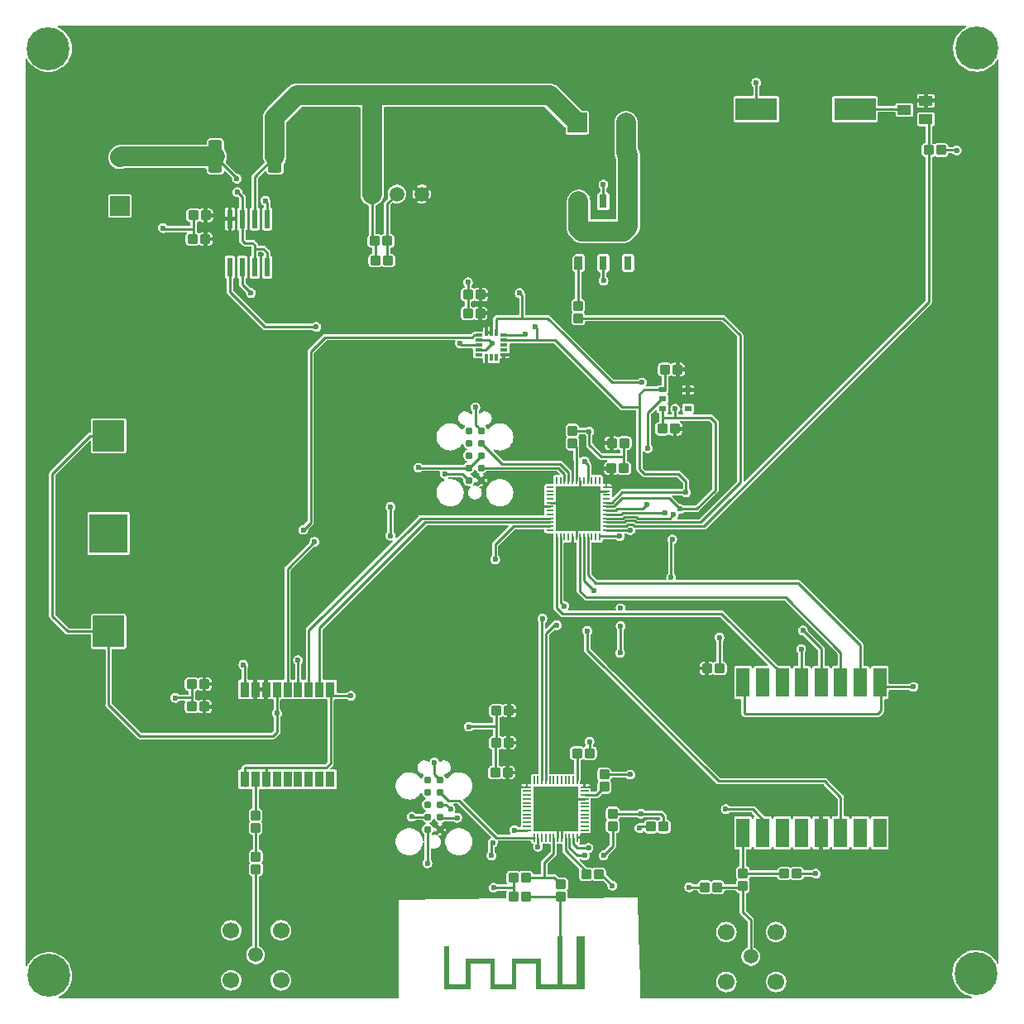
<source format=gbr>
%TF.GenerationSoftware,KiCad,Pcbnew,(5.99.0-10483-ga6ad7a4a70)*%
%TF.CreationDate,2021-05-18T14:13:44+02:00*%
%TF.ProjectId,LoRa tracker,4c6f5261-2074-4726-9163-6b65722e6b69,rev?*%
%TF.SameCoordinates,Original*%
%TF.FileFunction,Copper,L1,Top*%
%TF.FilePolarity,Positive*%
%FSLAX46Y46*%
G04 Gerber Fmt 4.6, Leading zero omitted, Abs format (unit mm)*
G04 Created by KiCad (PCBNEW (5.99.0-10483-ga6ad7a4a70)) date 2021-05-18 14:13:44*
%MOMM*%
%LPD*%
G01*
G04 APERTURE LIST*
G04 Aperture macros list*
%AMRoundRect*
0 Rectangle with rounded corners*
0 $1 Rounding radius*
0 $2 $3 $4 $5 $6 $7 $8 $9 X,Y pos of 4 corners*
0 Add a 4 corners polygon primitive as box body*
4,1,4,$2,$3,$4,$5,$6,$7,$8,$9,$2,$3,0*
0 Add four circle primitives for the rounded corners*
1,1,$1+$1,$2,$3*
1,1,$1+$1,$4,$5*
1,1,$1+$1,$6,$7*
1,1,$1+$1,$8,$9*
0 Add four rect primitives between the rounded corners*
20,1,$1+$1,$2,$3,$4,$5,0*
20,1,$1+$1,$4,$5,$6,$7,0*
20,1,$1+$1,$6,$7,$8,$9,0*
20,1,$1+$1,$8,$9,$2,$3,0*%
%AMOutline5P*
0 Free polygon, 5 corners , with rotation*
0 The origin of the aperture is its center*
0 number of corners: always 8*
0 $1 to $10 corner X, Y*
0 $11 Rotation angle, in degrees counterclockwise*
0 create outline with 8 corners*
4,1,5,$1,$2,$3,$4,$5,$6,$7,$8,$9,$10,$1,$2,$11*%
%AMOutline6P*
0 Free polygon, 6 corners , with rotation*
0 The origin of the aperture is its center*
0 number of corners: always 6*
0 $1 to $12 corner X, Y*
0 $13 Rotation angle, in degrees counterclockwise*
0 create outline with 6 corners*
4,1,6,$1,$2,$3,$4,$5,$6,$7,$8,$9,$10,$11,$12,$1,$2,$13*%
%AMOutline7P*
0 Free polygon, 7 corners , with rotation*
0 The origin of the aperture is its center*
0 number of corners: always 7*
0 $1 to $14 corner X, Y*
0 $15 Rotation angle, in degrees counterclockwise*
0 create outline with 7 corners*
4,1,7,$1,$2,$3,$4,$5,$6,$7,$8,$9,$10,$11,$12,$13,$14,$1,$2,$15*%
%AMOutline8P*
0 Free polygon, 8 corners , with rotation*
0 The origin of the aperture is its center*
0 number of corners: always 8*
0 $1 to $16 corner X, Y*
0 $17 Rotation angle, in degrees counterclockwise*
0 create outline with 8 corners*
4,1,8,$1,$2,$3,$4,$5,$6,$7,$8,$9,$10,$11,$12,$13,$14,$15,$16,$1,$2,$17*%
G04 Aperture macros list end*
%TA.AperFunction,SMDPad,CuDef*%
%ADD10R,1.399540X0.998220*%
%TD*%
%TA.AperFunction,SMDPad,CuDef*%
%ADD11R,1.400000X3.000000*%
%TD*%
%TA.AperFunction,SMDPad,CuDef*%
%ADD12RoundRect,0.250000X0.300000X-0.250000X0.300000X0.250000X-0.300000X0.250000X-0.300000X-0.250000X0*%
%TD*%
%TA.AperFunction,SMDPad,CuDef*%
%ADD13R,0.220000X0.810000*%
%TD*%
%TA.AperFunction,SMDPad,CuDef*%
%ADD14R,0.810000X0.220000*%
%TD*%
%TA.AperFunction,SMDPad,CuDef*%
%ADD15R,4.600000X4.600000*%
%TD*%
%TA.AperFunction,SMDPad,CuDef*%
%ADD16R,0.800000X0.300000*%
%TD*%
%TA.AperFunction,SMDPad,CuDef*%
%ADD17R,0.300000X0.800000*%
%TD*%
%TA.AperFunction,SMDPad,CuDef*%
%ADD18RoundRect,0.250000X-0.300000X0.250000X-0.300000X-0.250000X0.300000X-0.250000X0.300000X0.250000X0*%
%TD*%
%TA.AperFunction,SMDPad,CuDef*%
%ADD19Outline5P,0.400000X0.700000X0.400000X-0.700000X-0.400000X-0.700000X-0.400000X0.540000X-0.240000X0.700000X0.000000*%
%TD*%
%TA.AperFunction,SMDPad,CuDef*%
%ADD20R,0.800000X1.400000*%
%TD*%
%TA.AperFunction,SMDPad,CuDef*%
%ADD21R,3.180000X3.180000*%
%TD*%
%TA.AperFunction,SMDPad,CuDef*%
%ADD22R,3.960000X3.960000*%
%TD*%
%TA.AperFunction,SMDPad,CuDef*%
%ADD23RoundRect,0.250000X0.250000X0.300000X-0.250000X0.300000X-0.250000X-0.300000X0.250000X-0.300000X0*%
%TD*%
%TA.AperFunction,ConnectorPad*%
%ADD24R,0.500000X0.500000*%
%TD*%
%TA.AperFunction,ComponentPad*%
%ADD25R,0.900000X0.500000*%
%TD*%
%TA.AperFunction,SMDPad,CuDef*%
%ADD26RoundRect,0.250000X-0.250000X-0.300000X0.250000X-0.300000X0.250000X0.300000X-0.250000X0.300000X0*%
%TD*%
%TA.AperFunction,ComponentPad*%
%ADD27C,1.700000*%
%TD*%
%TA.AperFunction,ComponentPad*%
%ADD28C,1.500000*%
%TD*%
%TA.AperFunction,SMDPad,CuDef*%
%ADD29RoundRect,0.137500X0.262500X-0.137500X0.262500X0.137500X-0.262500X0.137500X-0.262500X-0.137500X0*%
%TD*%
%TA.AperFunction,SMDPad,CuDef*%
%ADD30R,0.800000X0.550000*%
%TD*%
%TA.AperFunction,ComponentPad*%
%ADD31C,0.700000*%
%TD*%
%TA.AperFunction,ComponentPad*%
%ADD32C,4.400000*%
%TD*%
%TA.AperFunction,ComponentPad*%
%ADD33R,2.000000X2.000000*%
%TD*%
%TA.AperFunction,ComponentPad*%
%ADD34C,2.000000*%
%TD*%
%TA.AperFunction,ConnectorPad*%
%ADD35C,0.787400*%
%TD*%
%TA.AperFunction,SMDPad,CuDef*%
%ADD36R,0.600000X1.970000*%
%TD*%
%TA.AperFunction,SMDPad,CuDef*%
%ADD37RoundRect,0.249999X-0.450001X-1.425001X0.450001X-1.425001X0.450001X1.425001X-0.450001X1.425001X0*%
%TD*%
%TA.AperFunction,SMDPad,CuDef*%
%ADD38R,4.220000X2.310000*%
%TD*%
%TA.AperFunction,SMDPad,CuDef*%
%ADD39R,0.900000X1.600000*%
%TD*%
%TA.AperFunction,SMDPad,CuDef*%
%ADD40R,0.220000X0.710000*%
%TD*%
%TA.AperFunction,SMDPad,CuDef*%
%ADD41R,0.710000X0.220000*%
%TD*%
%TA.AperFunction,ViaPad*%
%ADD42C,0.600000*%
%TD*%
%TA.AperFunction,Conductor*%
%ADD43C,0.250000*%
%TD*%
%TA.AperFunction,Conductor*%
%ADD44C,2.000000*%
%TD*%
G04 APERTURE END LIST*
%TO.C,AE2*%
G36*
X114640000Y-136730000D02*
G01*
X114640000Y-134090000D01*
X112640000Y-134090000D01*
X112640000Y-136730000D01*
X109940000Y-136730000D01*
X109940000Y-134090000D01*
X107940000Y-134090000D01*
X107940000Y-136730000D01*
X105240000Y-136730000D01*
X105240000Y-132290000D01*
X105740000Y-132290000D01*
X105740000Y-136230000D01*
X107440000Y-136230000D01*
X107440000Y-133590000D01*
X110440000Y-133590000D01*
X110440000Y-136230000D01*
X112140000Y-136230000D01*
X112140000Y-133590000D01*
X115140000Y-133590000D01*
X115140000Y-136230000D01*
X116840000Y-136230000D01*
X116840000Y-131330000D01*
X117340000Y-131330000D01*
X117340000Y-136230000D01*
X118740000Y-136230000D01*
X118740000Y-131588158D01*
X119041778Y-131588158D01*
X119050218Y-131636417D01*
X119067112Y-131668643D01*
X119102372Y-131701313D01*
X119147682Y-131721408D01*
X119197267Y-131727982D01*
X119245353Y-131720092D01*
X119278245Y-131703186D01*
X119313185Y-131666416D01*
X119332847Y-131621622D01*
X119337583Y-131573215D01*
X119327742Y-131525605D01*
X119303674Y-131483203D01*
X119265731Y-131450419D01*
X119257819Y-131446065D01*
X119215156Y-131433957D01*
X119166637Y-131434700D01*
X119121122Y-131447600D01*
X119102511Y-131458213D01*
X119068868Y-131493447D01*
X119048309Y-131538632D01*
X119041778Y-131588158D01*
X118740000Y-131588158D01*
X118740000Y-131330000D01*
X119640000Y-131330000D01*
X119640000Y-136730000D01*
X114640000Y-136730000D01*
G37*
%TD*%
D10*
%TO.P,Q1,1*%
%TO.N,/BUZZER*%
X154539820Y-47679960D03*
%TO.P,Q1,2*%
%TO.N,+3V3*%
X154539820Y-45780040D03*
%TO.P,Q1,3*%
%TO.N,Net-(PZ1-Pad1)*%
X152340180Y-46730000D03*
%TD*%
D11*
%TO.P,MOD1,1,GND*%
%TO.N,GND*%
X149830000Y-105310000D03*
%TO.P,MOD1,2,MISO*%
%TO.N,/MISO*%
X147830000Y-105310000D03*
%TO.P,MOD1,3,MOSI*%
%TO.N,/MOSI*%
X145830000Y-105310000D03*
%TO.P,MOD1,4,SCK*%
%TO.N,/SCK*%
X143830000Y-105310000D03*
%TO.P,MOD1,5,NSS*%
%TO.N,/CS*%
X141830000Y-105310000D03*
%TO.P,MOD1,6,RESET*%
%TO.N,/RESET*%
X139830000Y-105310000D03*
%TO.P,MOD1,7,DIO5*%
%TO.N,unconnected-(MOD1-Pad7)*%
X137830000Y-105310000D03*
%TO.P,MOD1,8,GND*%
%TO.N,GND*%
X135830000Y-105310000D03*
%TO.P,MOD1,9,ANT*%
%TO.N,/LoRa_RFM/ANT_RFM*%
X135830000Y-120710000D03*
%TO.P,MOD1,10,GND*%
%TO.N,GND*%
X137830000Y-120710000D03*
%TO.P,MOD1,11,DIO3*%
%TO.N,unconnected-(MOD1-Pad11)*%
X139830000Y-120710000D03*
%TO.P,MOD1,12,DIO4*%
%TO.N,unconnected-(MOD1-Pad12)*%
X141830000Y-120710000D03*
%TO.P,MOD1,13,3.3V*%
%TO.N,+3V3*%
X143830000Y-120710000D03*
%TO.P,MOD1,14,DIO0*%
%TO.N,/IRQ*%
X145830000Y-120710000D03*
%TO.P,MOD1,15,DIO1*%
%TO.N,unconnected-(MOD1-Pad15)*%
X147830000Y-120710000D03*
%TO.P,MOD1,16,DIO2*%
%TO.N,unconnected-(MOD1-Pad16)*%
X149830000Y-120710000D03*
%TD*%
D12*
%TO.P,C22,1*%
%TO.N,+3V3*%
X122405000Y-80815000D03*
%TO.P,C22,2*%
%TO.N,GND*%
X123675000Y-80815000D03*
%TD*%
D13*
%TO.P,U6,1,DEC1*%
%TO.N,Net-(C15-Pad2)*%
X118840000Y-115290000D03*
%TO.P,U6,2,P0.00/XL1*%
%TO.N,unconnected-(U6-Pad2)*%
X118440000Y-115290000D03*
%TO.P,U6,3,P0.01/XL2*%
%TO.N,unconnected-(U6-Pad3)*%
X118040000Y-115290000D03*
%TO.P,U6,4,P0.02/AIN0*%
%TO.N,unconnected-(U6-Pad4)*%
X117640000Y-115290000D03*
%TO.P,U6,5,P0.03/AIN1*%
%TO.N,unconnected-(U6-Pad5)*%
X117240000Y-115290000D03*
%TO.P,U6,6,P0.04/AIN2*%
%TO.N,unconnected-(U6-Pad6)*%
X116840000Y-115290000D03*
%TO.P,U6,7,P0.05/AIN3*%
%TO.N,unconnected-(U6-Pad7)*%
X116440000Y-115290000D03*
%TO.P,U6,8,P0.06*%
%TO.N,unconnected-(U6-Pad8)*%
X116040000Y-115290000D03*
%TO.P,U6,9,P0.07*%
%TO.N,/SCL*%
X115640000Y-115290000D03*
%TO.P,U6,10,P0.08*%
%TO.N,/SDA*%
X115240000Y-115290000D03*
%TO.P,U6,11,P0.09*%
%TO.N,unconnected-(U6-Pad11)*%
X114840000Y-115290000D03*
%TO.P,U6,12,P0.10*%
%TO.N,unconnected-(U6-Pad12)*%
X114440000Y-115290000D03*
D14*
%TO.P,U6,13,VDD*%
%TO.N,+3V3*%
X113690000Y-116040000D03*
%TO.P,U6,14,P0.11*%
%TO.N,unconnected-(U6-Pad14)*%
X113690000Y-116440000D03*
%TO.P,U6,15,P0.12*%
%TO.N,unconnected-(U6-Pad15)*%
X113690000Y-116840000D03*
%TO.P,U6,16,P0.13*%
%TO.N,unconnected-(U6-Pad16)*%
X113690000Y-117240000D03*
%TO.P,U6,17,P0.14*%
%TO.N,unconnected-(U6-Pad17)*%
X113690000Y-117640000D03*
%TO.P,U6,18,P0.15*%
%TO.N,unconnected-(U6-Pad18)*%
X113690000Y-118040000D03*
%TO.P,U6,19,P0.16*%
%TO.N,unconnected-(U6-Pad19)*%
X113690000Y-118440000D03*
%TO.P,U6,20,P0.17*%
%TO.N,unconnected-(U6-Pad20)*%
X113690000Y-118840000D03*
%TO.P,U6,21,P0.18*%
%TO.N,unconnected-(U6-Pad21)*%
X113690000Y-119240000D03*
%TO.P,U6,22,P0.19*%
%TO.N,unconnected-(U6-Pad22)*%
X113690000Y-119640000D03*
%TO.P,U6,23,P0.20*%
%TO.N,unconnected-(U6-Pad23)*%
X113690000Y-120040000D03*
%TO.P,U6,24,P0.21/~RESET*%
%TO.N,/nrf/RST*%
X113690000Y-120440000D03*
D13*
%TO.P,U6,25,SWDCLK*%
%TO.N,/nrf/SWDCLK*%
X114440000Y-121190000D03*
%TO.P,U6,26,SWDIO*%
%TO.N,/nrf/SWDIO*%
X114840000Y-121190000D03*
%TO.P,U6,27,P0.22*%
%TO.N,unconnected-(U6-Pad27)*%
X115240000Y-121190000D03*
%TO.P,U6,28,P0.23*%
%TO.N,unconnected-(U6-Pad28)*%
X115640000Y-121190000D03*
%TO.P,U6,29,P0.24*%
%TO.N,unconnected-(U6-Pad29)*%
X116040000Y-121190000D03*
%TO.P,U6,30,ANT*%
%TO.N,Net-(C16-Pad1)*%
X116440000Y-121190000D03*
%TO.P,U6,31,VSS*%
%TO.N,GND*%
X116840000Y-121190000D03*
%TO.P,U6,32,DEC2*%
X117240000Y-121190000D03*
%TO.P,U6,33,DEC3*%
%TO.N,Net-(C14-Pad2)*%
X117640000Y-121190000D03*
%TO.P,U6,34,XC1*%
%TO.N,Net-(C17-Pad1)*%
X118040000Y-121190000D03*
%TO.P,U6,35,XC2*%
%TO.N,Net-(C18-Pad1)*%
X118440000Y-121190000D03*
%TO.P,U6,36,VDD*%
%TO.N,+3V3*%
X118840000Y-121190000D03*
D14*
%TO.P,U6,37,P0.25*%
%TO.N,unconnected-(U6-Pad37)*%
X119590000Y-120440000D03*
%TO.P,U6,38,P0.26*%
%TO.N,unconnected-(U6-Pad38)*%
X119590000Y-120040000D03*
%TO.P,U6,39,P0.27*%
%TO.N,unconnected-(U6-Pad39)*%
X119590000Y-119640000D03*
%TO.P,U6,40,P0.28/AIN4*%
%TO.N,unconnected-(U6-Pad40)*%
X119590000Y-119240000D03*
%TO.P,U6,41,P0.29/AIN5*%
%TO.N,unconnected-(U6-Pad41)*%
X119590000Y-118840000D03*
%TO.P,U6,42,P0.30/AIN6*%
%TO.N,unconnected-(U6-Pad42)*%
X119590000Y-118440000D03*
%TO.P,U6,43,P0.31/AIN7*%
%TO.N,unconnected-(U6-Pad43)*%
X119590000Y-118040000D03*
%TO.P,U6,44,NC*%
%TO.N,unconnected-(U6-Pad44)*%
X119590000Y-117640000D03*
%TO.P,U6,45,VSS*%
%TO.N,GND*%
X119590000Y-117240000D03*
%TO.P,U6,46,DEC4*%
%TO.N,Net-(C13-Pad2)*%
X119590000Y-116840000D03*
%TO.P,U6,47,DCC*%
%TO.N,unconnected-(U6-Pad47)*%
X119590000Y-116440000D03*
%TO.P,U6,48,VDD*%
%TO.N,+3V3*%
X119590000Y-116040000D03*
D15*
%TO.P,U6,49,VSS*%
%TO.N,GND*%
X116640000Y-118240000D03*
%TD*%
D12*
%TO.P,C18,1*%
%TO.N,Net-(C18-Pad1)*%
X126410000Y-120070000D03*
%TO.P,C18,2*%
%TO.N,GND*%
X127680000Y-120070000D03*
%TD*%
D16*
%TO.P,U3,1,VDD_IO*%
%TO.N,+3V3*%
X111341750Y-71780250D03*
%TO.P,U3,2,NC*%
%TO.N,unconnected-(U3-Pad2)*%
X111341750Y-71280250D03*
%TO.P,U3,3,NC*%
%TO.N,unconnected-(U3-Pad3)*%
X111341750Y-70780250D03*
%TO.P,U3,4,SCL/SPC*%
%TO.N,/SCL*%
X111341750Y-70280250D03*
%TO.P,U3,5,GND*%
%TO.N,GND*%
X111341750Y-69780250D03*
D17*
%TO.P,U3,6,SDA/SDI/SDO*%
%TO.N,/SDA*%
X110566750Y-69505250D03*
%TO.P,U3,7,SDO/SA0*%
%TO.N,+3V3*%
X110066750Y-69505250D03*
%TO.P,U3,8,CS*%
X109566750Y-69505250D03*
D16*
%TO.P,U3,9,INT2*%
%TO.N,/INT2*%
X108791750Y-69780250D03*
%TO.P,U3,10,GND*%
%TO.N,GND*%
X108791750Y-70280250D03*
%TO.P,U3,11,INT1*%
%TO.N,/INT1*%
X108791750Y-70780250D03*
%TO.P,U3,12,GND*%
%TO.N,GND*%
X108791750Y-71280250D03*
%TO.P,U3,13,ADC3*%
%TO.N,unconnected-(U3-Pad13)*%
X108791750Y-71780250D03*
D17*
%TO.P,U3,14,VDD*%
%TO.N,+3V3*%
X109566750Y-72055250D03*
%TO.P,U3,15,ADC2*%
%TO.N,unconnected-(U3-Pad15)*%
X110066750Y-72055250D03*
%TO.P,U3,16,ADC1*%
%TO.N,unconnected-(U3-Pad16)*%
X110566750Y-72055250D03*
%TD*%
D18*
%TO.P,R5,1*%
%TO.N,+3V3*%
X129122500Y-73287500D03*
%TO.P,R5,2*%
%TO.N,/SCL*%
X127852500Y-73287500D03*
%TD*%
D19*
%TO.P,U4,1,Anode*%
%TO.N,Net-(R3-Pad2)*%
X118990000Y-62380000D03*
D20*
%TO.P,U4,2,Catode*%
%TO.N,GND*%
X121530000Y-62380000D03*
%TO.P,U4,3*%
%TO.N,unconnected-(U4-Pad3)*%
X124070000Y-62380000D03*
%TO.P,U4,4,OUT1*%
%TO.N,Net-(J2-Pad2)*%
X124070000Y-56080000D03*
%TO.P,U4,5,OUT2*%
%TO.N,GND*%
X121530000Y-56080000D03*
%TO.P,U4,6,OUT3*%
%TO.N,Net-(J2-Pad2)*%
X118990000Y-56080000D03*
%TD*%
D21*
%TO.P,BT1,1,+*%
%TO.N,Net-(BT1-Pad1)*%
X70890000Y-80060000D03*
X70890000Y-100100000D03*
D22*
%TO.P,BT1,2,-*%
%TO.N,GND*%
X70890000Y-90080000D03*
%TD*%
D23*
%TO.P,C20,1*%
%TO.N,Net-(C20-Pad1)*%
X118350000Y-80830000D03*
%TO.P,C20,2*%
%TO.N,GND*%
X118350000Y-79560000D03*
%TD*%
%TO.P,R3,1*%
%TO.N,/SSR*%
X118950000Y-68030000D03*
%TO.P,R3,2*%
%TO.N,Net-(R3-Pad2)*%
X118950000Y-66760000D03*
%TD*%
D12*
%TO.P,C21,1*%
%TO.N,+3V3*%
X122350000Y-83400000D03*
%TO.P,C21,2*%
%TO.N,GND*%
X123620000Y-83400000D03*
%TD*%
D24*
%TO.P,AE2,1,A*%
%TO.N,Net-(AE2-Pad1)*%
X117090000Y-131580000D03*
D25*
%TO.P,AE2,2*%
%TO.N,N/C*%
X119190000Y-131580000D03*
%TD*%
D12*
%TO.P,C12,1*%
%TO.N,GND*%
X110555000Y-111490000D03*
%TO.P,C12,2*%
%TO.N,+3V3*%
X111825000Y-111490000D03*
%TD*%
D26*
%TO.P,L1,1*%
%TO.N,Net-(L1-Pad1)*%
X85935000Y-118903596D03*
%TO.P,L1,2*%
%TO.N,Net-(C9-Pad1)*%
X85935000Y-120173596D03*
%TD*%
D12*
%TO.P,R7,1*%
%TO.N,+3V3*%
X132145000Y-103885000D03*
%TO.P,R7,2*%
%TO.N,/CS*%
X133415000Y-103885000D03*
%TD*%
D27*
%TO.P,AE3,2,Shield*%
%TO.N,GND*%
X134110000Y-130870000D03*
X139210000Y-130870000D03*
X139210000Y-135970000D03*
X134110000Y-135970000D03*
D28*
%TO.P,AE3,1,A*%
%TO.N,unconnected-(AE3-Pad1)*%
X136610000Y-133370000D03*
%TD*%
D12*
%TO.P,C1,1*%
%TO.N,VDC*%
X98220000Y-62120000D03*
%TO.P,C1,2*%
%TO.N,GND*%
X99490000Y-62120000D03*
%TD*%
D18*
%TO.P,C8,1*%
%TO.N,+3V3*%
X80670000Y-105490000D03*
%TO.P,C8,2*%
%TO.N,GND*%
X79400000Y-105490000D03*
%TD*%
D29*
%TO.P,U5,1,SCL*%
%TO.N,/SCL*%
X127587500Y-75357500D03*
D30*
%TO.P,U5,2,GND*%
%TO.N,GND*%
X127587500Y-76307500D03*
%TO.P,U5,3,SDA*%
%TO.N,/SDA*%
X127587500Y-77257500D03*
%TO.P,U5,4,NC*%
%TO.N,unconnected-(U5-Pad4)*%
X130187500Y-77257500D03*
%TO.P,U5,5,VCC*%
%TO.N,+3V3*%
X130187500Y-75357500D03*
%TD*%
D18*
%TO.P,C3,1*%
%TO.N,+3V3*%
X80835000Y-57505000D03*
%TO.P,C3,2*%
%TO.N,GND*%
X79565000Y-57505000D03*
%TD*%
D12*
%TO.P,C23,1*%
%TO.N,/LoRa_RFM/ANT_RFM*%
X140055000Y-124875000D03*
%TO.P,C23,2*%
%TO.N,GND*%
X141325000Y-124875000D03*
%TD*%
D31*
%TO.P,REF\u002A\u002A,1*%
%TO.N,N/C*%
X159720000Y-38750000D03*
X160886726Y-39233274D03*
D32*
X159720000Y-40400000D03*
D31*
X158553274Y-41566726D03*
X160886726Y-41566726D03*
X158553274Y-39233274D03*
X158070000Y-40400000D03*
X161370000Y-40400000D03*
X159720000Y-42050000D03*
%TD*%
D12*
%TO.P,R2,1*%
%TO.N,/BUZZER*%
X154820000Y-50830000D03*
%TO.P,R2,2*%
%TO.N,GND*%
X156090000Y-50830000D03*
%TD*%
D33*
%TO.P,J2,1,Pin_1*%
%TO.N,VDC*%
X118850000Y-48020000D03*
D34*
%TO.P,J2,2,Pin_2*%
%TO.N,Net-(J2-Pad2)*%
X123850000Y-48020000D03*
%TD*%
D26*
%TO.P,R8,1*%
%TO.N,/LoRa_RFM/ANT_RFM*%
X135810000Y-124870000D03*
%TO.P,R8,2*%
%TO.N,Net-(C24-Pad1)*%
X135810000Y-126140000D03*
%TD*%
D18*
%TO.P,C5,1*%
%TO.N,+3V3*%
X108920000Y-67540000D03*
%TO.P,C5,2*%
%TO.N,GND*%
X107650000Y-67540000D03*
%TD*%
%TO.P,C7,1*%
%TO.N,+3V3*%
X80685000Y-107785000D03*
%TO.P,C7,2*%
%TO.N,GND*%
X79415000Y-107785000D03*
%TD*%
D35*
%TO.P,CON2,1,VCC*%
%TO.N,+3V3*%
X109025000Y-84620000D03*
%TO.P,CON2,2,SWDIO/TMS*%
%TO.N,/mcu/SWDIO*%
X109025000Y-83350000D03*
%TO.P,CON2,3,GND*%
%TO.N,GND*%
X109025000Y-82080000D03*
%TO.P,CON2,4,SWDCLK/TCK*%
%TO.N,/mcu/SWDCLK*%
X109025000Y-80810000D03*
%TO.P,CON2,5,GND*%
%TO.N,GND*%
X109025000Y-79540000D03*
%TO.P,CON2,6,SWO/TDO*%
%TO.N,unconnected-(CON2-Pad6)*%
X107755000Y-79540000D03*
%TO.P,CON2,7,KEY*%
%TO.N,unconnected-(CON2-Pad7)*%
X107755000Y-80810000D03*
%TO.P,CON2,8,NC/TDI*%
%TO.N,unconnected-(CON2-Pad8)*%
X107755000Y-82080000D03*
%TO.P,CON2,9,GND*%
%TO.N,GND*%
X107755000Y-83350000D03*
%TO.P,CON2,10,tRST*%
%TO.N,/mcu/RST*%
X107755000Y-84620000D03*
%TD*%
D31*
%TO.P,REF\u002A\u002A,1*%
%TO.N,N/C*%
X63573274Y-134153274D03*
X64740000Y-133670000D03*
X63573274Y-136486726D03*
X65906726Y-134153274D03*
X64740000Y-136970000D03*
D32*
X64740000Y-135320000D03*
D31*
X63090000Y-135320000D03*
X65906726Y-136486726D03*
X66390000Y-135320000D03*
%TD*%
D36*
%TO.P,U1,1,IN+*%
%TO.N,Net-(J1-Pad2)*%
X87105000Y-57860000D03*
%TO.P,U1,2,IN-*%
%TO.N,VDC*%
X85835000Y-57860000D03*
%TO.P,U1,3,GND*%
%TO.N,GND*%
X84565000Y-57860000D03*
%TO.P,U1,4,VS*%
%TO.N,+3V3*%
X83295000Y-57860000D03*
%TO.P,U1,5,SCL*%
%TO.N,/SCL*%
X83295000Y-62800000D03*
%TO.P,U1,6,SDA*%
%TO.N,/SDA*%
X84565000Y-62800000D03*
%TO.P,U1,7,A0*%
%TO.N,GND*%
X85835000Y-62800000D03*
%TO.P,U1,8,A1*%
X87105000Y-62800000D03*
%TD*%
D12*
%TO.P,C11,1*%
%TO.N,GND*%
X110590000Y-108210000D03*
%TO.P,C11,2*%
%TO.N,+3V3*%
X111860000Y-108210000D03*
%TD*%
%TO.P,C2,1*%
%TO.N,VDC*%
X98130000Y-60120000D03*
%TO.P,C2,2*%
%TO.N,GND*%
X99400000Y-60120000D03*
%TD*%
D18*
%TO.P,C4,1*%
%TO.N,+3V3*%
X80790000Y-59930000D03*
%TO.P,C4,2*%
%TO.N,GND*%
X79520000Y-59930000D03*
%TD*%
D28*
%TO.P,AE1,1,A*%
%TO.N,Net-(AE1-Pad1)*%
X85920000Y-133200000D03*
D27*
%TO.P,AE1,2,Shield*%
%TO.N,GND*%
X88520000Y-130700000D03*
X83420000Y-130700000D03*
X88520000Y-135800000D03*
X83420000Y-135800000D03*
%TD*%
D37*
%TO.P,R1,1*%
%TO.N,Net-(J1-Pad2)*%
X81800000Y-51490000D03*
%TO.P,R1,2*%
%TO.N,VDC*%
X87900000Y-51490000D03*
%TD*%
D31*
%TO.P,REF\u002A\u002A,1*%
%TO.N,N/C*%
X66370000Y-40430000D03*
X63553274Y-39263274D03*
X63553274Y-41596726D03*
D32*
X64720000Y-40430000D03*
D31*
X64720000Y-42080000D03*
X65886726Y-41596726D03*
X63070000Y-40430000D03*
X65886726Y-39263274D03*
X64720000Y-38780000D03*
%TD*%
D38*
%TO.P,PZ1,1*%
%TO.N,Net-(PZ1-Pad1)*%
X147275000Y-46640000D03*
%TO.P,PZ1,2*%
%TO.N,GND*%
X137185000Y-46640000D03*
%TD*%
D31*
%TO.P,REF\u002A\u002A,1*%
%TO.N,N/C*%
X158010000Y-135110000D03*
X158493274Y-133943274D03*
X159660000Y-136760000D03*
X160826726Y-133943274D03*
X159660000Y-133460000D03*
D32*
X159660000Y-135110000D03*
D31*
X161310000Y-135110000D03*
X160826726Y-136276726D03*
X158493274Y-136276726D03*
%TD*%
D28*
%TO.P,U2,1,IN*%
%TO.N,VDC*%
X97850000Y-55330000D03*
%TO.P,U2,2,GND*%
%TO.N,GND*%
X100390000Y-55330000D03*
%TO.P,U2,3,OUT*%
%TO.N,+3V3*%
X102930000Y-55330000D03*
%TD*%
D26*
%TO.P,C13,1*%
%TO.N,GND*%
X121625000Y-114745000D03*
%TO.P,C13,2*%
%TO.N,Net-(C13-Pad2)*%
X121625000Y-116015000D03*
%TD*%
D18*
%TO.P,C19,1*%
%TO.N,Net-(AE2-Pad1)*%
X113600000Y-127240000D03*
%TO.P,C19,2*%
%TO.N,GND*%
X112330000Y-127240000D03*
%TD*%
D33*
%TO.P,J1,1,Pin_1*%
%TO.N,GND*%
X72055000Y-56565000D03*
D34*
%TO.P,J1,2,Pin_2*%
%TO.N,Net-(J1-Pad2)*%
X72055000Y-51565000D03*
%TD*%
D39*
%TO.P,MOD2,1,GND*%
%TO.N,GND*%
X93590000Y-106040000D03*
%TO.P,MOD2,2,TX*%
%TO.N,/TX*%
X92490000Y-106040000D03*
%TO.P,MOD2,3,RX*%
%TO.N,/RX*%
X91390000Y-106040000D03*
%TO.P,MOD2,4,PPS*%
%TO.N,/PPS*%
X90290000Y-106040000D03*
%TO.P,MOD2,5,WAKE*%
%TO.N,/WAKE*%
X89190000Y-106040000D03*
%TO.P,MOD2,6,VBAT*%
%TO.N,Net-(BT1-Pad1)*%
X88090000Y-106040000D03*
%TO.P,MOD2,7,VCC_IO*%
%TO.N,+3V3*%
X86990000Y-106040000D03*
%TO.P,MOD2,8,VCC*%
X85890000Y-106040000D03*
%TO.P,MOD2,9,SYS_RESET*%
%TO.N,/RESET_GPS*%
X84790000Y-106040000D03*
%TO.P,MOD2,10,GND_RF*%
%TO.N,GND*%
X84790000Y-115240000D03*
%TO.P,MOD2,11,RF_IN*%
%TO.N,Net-(L1-Pad1)*%
X85890000Y-115240000D03*
%TO.P,MOD2,12,GND_RF*%
%TO.N,GND*%
X86990000Y-115240000D03*
%TO.P,MOD2,13,ANT_OFF*%
%TO.N,unconnected-(MOD2-Pad13)*%
X88090000Y-115240000D03*
%TO.P,MOD2,14,VCC_RF*%
%TO.N,unconnected-(MOD2-Pad14)*%
X89190000Y-115240000D03*
%TO.P,MOD2,15,RESERVED*%
%TO.N,unconnected-(MOD2-Pad15)*%
X90290000Y-115240000D03*
%TO.P,MOD2,16,SDA*%
%TO.N,unconnected-(MOD2-Pad16)*%
X91390000Y-115240000D03*
%TO.P,MOD2,17,SCL*%
%TO.N,unconnected-(MOD2-Pad17)*%
X92490000Y-115240000D03*
%TO.P,MOD2,18,RESERVED*%
%TO.N,unconnected-(MOD2-Pad18)*%
X93590000Y-115240000D03*
%TD*%
D18*
%TO.P,C24,1*%
%TO.N,Net-(C24-Pad1)*%
X133200000Y-126270000D03*
%TO.P,C24,2*%
%TO.N,GND*%
X131930000Y-126270000D03*
%TD*%
D26*
%TO.P,C9,1*%
%TO.N,Net-(C9-Pad1)*%
X85970000Y-123158596D03*
%TO.P,C9,2*%
%TO.N,Net-(AE1-Pad1)*%
X85970000Y-124428596D03*
%TD*%
D18*
%TO.P,C6,1*%
%TO.N,+3V3*%
X108950000Y-65620000D03*
%TO.P,C6,2*%
%TO.N,GND*%
X107680000Y-65620000D03*
%TD*%
%TO.P,R4,1*%
%TO.N,+3V3*%
X128847500Y-79342500D03*
%TO.P,R4,2*%
%TO.N,/SDA*%
X127577500Y-79342500D03*
%TD*%
%TO.P,C14,1*%
%TO.N,GND*%
X121040000Y-124940000D03*
%TO.P,C14,2*%
%TO.N,Net-(C14-Pad2)*%
X119770000Y-124940000D03*
%TD*%
D15*
%TO.P,U7,49,EXP*%
%TO.N,GND*%
X118940000Y-87520000D03*
D40*
%TO.P,U7,48,PB03*%
%TO.N,unconnected-(U7-Pad48)*%
X116740000Y-84620000D03*
%TO.P,U7,47,PB02*%
%TO.N,unconnected-(U7-Pad47)*%
X117140000Y-84620000D03*
%TO.P,U7,46,PA31*%
%TO.N,/mcu/SWDIO*%
X117540000Y-84620000D03*
%TO.P,U7,45,PA30*%
%TO.N,/mcu/SWDCLK*%
X117940000Y-84620000D03*
%TO.P,U7,44,VDDIN*%
%TO.N,+3V3*%
X118340000Y-84620000D03*
%TO.P,U7,43,VDDCORE*%
%TO.N,Net-(C20-Pad1)*%
X118740000Y-84620000D03*
%TO.P,U7,42,GND*%
%TO.N,GND*%
X119140000Y-84620000D03*
%TO.P,U7,41,PA28*%
%TO.N,unconnected-(U7-Pad41)*%
X119540000Y-84620000D03*
%TO.P,U7,40,~RESET*%
%TO.N,/mcu/RST*%
X119940000Y-84620000D03*
%TO.P,U7,39,PA27*%
%TO.N,unconnected-(U7-Pad39)*%
X120340000Y-84620000D03*
%TO.P,U7,38,PB23*%
%TO.N,unconnected-(U7-Pad38)*%
X120740000Y-84620000D03*
%TO.P,U7,37,PB22*%
%TO.N,unconnected-(U7-Pad37)*%
X121140000Y-84620000D03*
D41*
%TO.P,U7,36,VDDIO*%
%TO.N,+3V3*%
X121840000Y-85320000D03*
%TO.P,U7,35,GND*%
%TO.N,GND*%
X121840000Y-85720000D03*
%TO.P,U7,34,PA25*%
%TO.N,unconnected-(U7-Pad34)*%
X121840000Y-86120000D03*
%TO.P,U7,33,PA24*%
%TO.N,unconnected-(U7-Pad33)*%
X121840000Y-86520000D03*
%TO.P,U7,32,PA23*%
%TO.N,/SCL*%
X121840000Y-86920000D03*
%TO.P,U7,31,PA22*%
%TO.N,/SDA*%
X121840000Y-87320000D03*
%TO.P,U7,30,PA21*%
%TO.N,/RESET_GPS*%
X121840000Y-87720000D03*
%TO.P,U7,29,PA20*%
%TO.N,/WAKE*%
X121840000Y-88120000D03*
%TO.P,U7,28,PA19*%
%TO.N,/PPS*%
X121840000Y-88520000D03*
%TO.P,U7,27,PA18*%
%TO.N,/SSR*%
X121840000Y-88920000D03*
%TO.P,U7,26,PA17*%
%TO.N,/BUZZER*%
X121840000Y-89320000D03*
%TO.P,U7,25,PA16*%
%TO.N,/INT2*%
X121840000Y-89720000D03*
D40*
%TO.P,U7,24,PA15*%
%TO.N,/INT1*%
X121140000Y-90420000D03*
%TO.P,U7,23,PA14*%
%TO.N,unconnected-(U7-Pad23)*%
X120740000Y-90420000D03*
%TO.P,U7,22,PA13*%
%TO.N,unconnected-(U7-Pad22)*%
X120340000Y-90420000D03*
%TO.P,U7,21,PA12*%
%TO.N,/MISO*%
X119940000Y-90420000D03*
%TO.P,U7,20,PB11*%
%TO.N,/SCK*%
X119540000Y-90420000D03*
%TO.P,U7,19,PB10*%
%TO.N,/MOSI*%
X119140000Y-90420000D03*
%TO.P,U7,18,GND*%
%TO.N,GND*%
X118740000Y-90420000D03*
%TO.P,U7,17,VDDIO*%
%TO.N,+3V3*%
X118340000Y-90420000D03*
%TO.P,U7,16,PA11*%
%TO.N,unconnected-(U7-Pad16)*%
X117940000Y-90420000D03*
%TO.P,U7,15,PA10*%
%TO.N,unconnected-(U7-Pad15)*%
X117540000Y-90420000D03*
%TO.P,U7,14,PA09*%
%TO.N,/IRQ*%
X117140000Y-90420000D03*
%TO.P,U7,13,PA08*%
%TO.N,/RESET*%
X116740000Y-90420000D03*
D41*
%TO.P,U7,12,PA07*%
%TO.N,unconnected-(U7-Pad12)*%
X116040000Y-89720000D03*
%TO.P,U7,11,PA06*%
%TO.N,/CS*%
X116040000Y-89320000D03*
%TO.P,U7,10,PA05*%
%TO.N,/TX*%
X116040000Y-88920000D03*
%TO.P,U7,9,PA04*%
%TO.N,/RX*%
X116040000Y-88520000D03*
%TO.P,U7,8,PB09*%
%TO.N,unconnected-(U7-Pad8)*%
X116040000Y-88120000D03*
%TO.P,U7,7,PB08*%
%TO.N,unconnected-(U7-Pad7)*%
X116040000Y-87720000D03*
%TO.P,U7,6,VDDANA*%
%TO.N,+3V3*%
X116040000Y-87320000D03*
%TO.P,U7,5,GNDANA*%
%TO.N,GND*%
X116040000Y-86920000D03*
%TO.P,U7,4,PA03*%
%TO.N,unconnected-(U7-Pad4)*%
X116040000Y-86520000D03*
%TO.P,U7,3,PA02*%
%TO.N,unconnected-(U7-Pad3)*%
X116040000Y-86120000D03*
%TO.P,U7,2,PA01*%
%TO.N,unconnected-(U7-Pad2)*%
X116040000Y-85720000D03*
%TO.P,U7,1,PA00*%
%TO.N,unconnected-(U7-Pad1)*%
X116040000Y-85320000D03*
%TD*%
D18*
%TO.P,C15,1*%
%TO.N,GND*%
X120110000Y-112560000D03*
%TO.P,C15,2*%
%TO.N,Net-(C15-Pad2)*%
X118840000Y-112560000D03*
%TD*%
D12*
%TO.P,R6,1*%
%TO.N,Net-(C16-Pad1)*%
X117190000Y-125970000D03*
D26*
%TO.P,R6,2*%
%TO.N,Net-(AE2-Pad1)*%
X117190000Y-127240000D03*
%TD*%
D12*
%TO.P,C10,1*%
%TO.N,GND*%
X110460000Y-114545000D03*
%TO.P,C10,2*%
%TO.N,+3V3*%
X111730000Y-114545000D03*
%TD*%
D23*
%TO.P,C17,1*%
%TO.N,Net-(C17-Pad1)*%
X122480000Y-120020000D03*
%TO.P,C17,2*%
%TO.N,GND*%
X122480000Y-118750000D03*
%TD*%
D18*
%TO.P,C16,1*%
%TO.N,Net-(C16-Pad1)*%
X113600000Y-125290000D03*
%TO.P,C16,2*%
%TO.N,GND*%
X112330000Y-125290000D03*
%TD*%
D35*
%TO.P,CON1,1,VCC*%
%TO.N,+3V3*%
X104835000Y-120355000D03*
%TO.P,CON1,2,SWDIO/TMS*%
%TO.N,/nrf/SWDIO*%
X104835000Y-119085000D03*
%TO.P,CON1,3,GND*%
%TO.N,GND*%
X104835000Y-117815000D03*
%TO.P,CON1,4,SWDCLK/TCK*%
%TO.N,/nrf/SWDCLK*%
X104835000Y-116545000D03*
%TO.P,CON1,5,GND*%
%TO.N,GND*%
X104835000Y-115275000D03*
%TO.P,CON1,6,SWO/TDO*%
%TO.N,unconnected-(CON1-Pad6)*%
X103565000Y-115275000D03*
%TO.P,CON1,7,KEY*%
%TO.N,unconnected-(CON1-Pad7)*%
X103565000Y-116545000D03*
%TO.P,CON1,8,NC/TDI*%
%TO.N,unconnected-(CON1-Pad8)*%
X103565000Y-117815000D03*
%TO.P,CON1,9,GND*%
%TO.N,GND*%
X103565000Y-119085000D03*
%TO.P,CON1,10,tRST*%
%TO.N,/nrf/RST*%
X103565000Y-120355000D03*
%TD*%
D42*
%TO.N,+3V3*%
X131900000Y-75750000D03*
X131410000Y-79590000D03*
%TO.N,GND*%
X130320000Y-126280000D03*
%TO.N,+3V3*%
X130340000Y-99570000D03*
X130140000Y-97590000D03*
%TO.N,/SDA*%
X85460000Y-65450000D03*
X112960000Y-65460000D03*
%TO.N,/SCL*%
X114570000Y-68900000D03*
X92150000Y-68910000D03*
%TO.N,GND*%
X107660000Y-64370000D03*
X110110000Y-70610000D03*
X113550000Y-69660000D03*
%TO.N,/SDA*%
X128890000Y-77290000D03*
X125480000Y-74620000D03*
%TO.N,/INT2*%
X90810000Y-89700000D03*
X124270000Y-89720000D03*
%TO.N,/INT1*%
X123190000Y-90350000D03*
X99744293Y-90294500D03*
X99750000Y-87350000D03*
X106860000Y-70620000D03*
%TO.N,GND*%
X120080000Y-79620000D03*
%TO.N,/CS*%
X133400000Y-100710000D03*
%TO.N,/PPS*%
X128470000Y-94590000D03*
X123306542Y-97694500D03*
X123300000Y-99550000D03*
X123240000Y-102290000D03*
X90280000Y-103030000D03*
X128580000Y-90680000D03*
X128700000Y-88150000D03*
%TO.N,/WAKE*%
X127845871Y-87945500D03*
X91960000Y-90920000D03*
%TO.N,/RESET_GPS*%
X84690000Y-103510000D03*
X125940000Y-87110000D03*
%TO.N,GND*%
X126090000Y-81330000D03*
%TO.N,/SCL*%
X116760000Y-99450000D03*
X129990000Y-85860000D03*
%TO.N,/SDA*%
X129360000Y-87560000D03*
X115280000Y-98790000D03*
%TO.N,/IRQ*%
X119870000Y-100040000D03*
X117510000Y-97490000D03*
%TO.N,/SCK*%
X120530000Y-95920000D03*
X141950000Y-99990000D03*
%TO.N,/CS*%
X110450000Y-92730000D03*
X141770000Y-101900000D03*
%TO.N,GND*%
X118975000Y-87485000D03*
X108430000Y-77160000D03*
X102590000Y-83340000D03*
%TO.N,/mcu/RST*%
X119590000Y-82680000D03*
X105320000Y-83980000D03*
%TO.N,GND*%
X76450000Y-58800000D03*
X84070000Y-55120000D03*
%TO.N,Net-(J1-Pad2)*%
X84020000Y-53750000D03*
X86920000Y-56000000D03*
%TO.N,GND*%
X122450000Y-126110000D03*
X143280000Y-124880000D03*
X137180000Y-43930000D03*
X70880000Y-90110000D03*
X107760000Y-109850000D03*
X134060000Y-118300000D03*
X157690000Y-50860000D03*
X124270000Y-114750000D03*
X121530000Y-54360000D03*
X77720000Y-106890000D03*
X153280000Y-105780000D03*
X110280000Y-126320000D03*
X125390000Y-118750000D03*
X120110000Y-111390000D03*
X121550000Y-64190000D03*
X101930000Y-119060000D03*
X116645000Y-118245000D03*
X95700000Y-106680000D03*
X105880000Y-118290000D03*
X104250000Y-113500000D03*
%TO.N,Net-(BT1-Pad1)*%
X88120000Y-108480000D03*
%TO.N,Net-(C17-Pad1)*%
X119620000Y-123050000D03*
X121540000Y-123030000D03*
%TO.N,Net-(C18-Pad1)*%
X125230000Y-120220000D03*
X120010000Y-122250000D03*
%TO.N,/nrf/SWDIO*%
X106570000Y-119180000D03*
X114840000Y-122130000D03*
%TO.N,/nrf/RST*%
X110080000Y-123030000D03*
X112430000Y-120430000D03*
X110210000Y-121720000D03*
X103520000Y-123830000D03*
X110080000Y-123030000D03*
%TD*%
D43*
%TO.N,+3V3*%
X131162500Y-79342500D02*
X131410000Y-79590000D01*
X128847500Y-79342500D02*
X131162500Y-79342500D01*
%TO.N,GND*%
X130330000Y-126270000D02*
X130320000Y-126280000D01*
X131930000Y-126270000D02*
X130330000Y-126270000D01*
%TO.N,+3V3*%
X129650000Y-97120000D02*
X129670000Y-97120000D01*
X118860000Y-97120000D02*
X129650000Y-97120000D01*
X118720000Y-96980000D02*
X118860000Y-97120000D01*
%TO.N,/RESET*%
X116740000Y-97700000D02*
X116740000Y-90420000D01*
X117309001Y-98269001D02*
X116740000Y-97700000D01*
X133589001Y-98269001D02*
X117309001Y-98269001D01*
X139830000Y-104510000D02*
X133589001Y-98269001D01*
X139830000Y-105310000D02*
X139830000Y-104510000D01*
%TO.N,+3V3*%
X129670000Y-97120000D02*
X130140000Y-97590000D01*
X118340000Y-96600000D02*
X118720000Y-96980000D01*
X118340000Y-90420000D02*
X118340000Y-96600000D01*
%TO.N,/SDA*%
X84565000Y-64555000D02*
X85460000Y-65450000D01*
X84565000Y-62800000D02*
X84565000Y-64555000D01*
%TO.N,/SCL*%
X86890000Y-68910000D02*
X92150000Y-68910000D01*
X83295000Y-65315000D02*
X86890000Y-68910000D01*
X83295000Y-62800000D02*
X83295000Y-65315000D01*
%TO.N,/SDA*%
X113230000Y-68030000D02*
X113230000Y-65730000D01*
X113230000Y-68030000D02*
X115820000Y-68030000D01*
X110690000Y-68030000D02*
X113230000Y-68030000D01*
X113230000Y-65730000D02*
X112960000Y-65460000D01*
%TO.N,/SCL*%
X114709750Y-69039750D02*
X114709750Y-70280250D01*
X114709750Y-70280250D02*
X111341750Y-70280250D01*
X114570000Y-68900000D02*
X114709750Y-69039750D01*
X116590250Y-70280250D02*
X114709750Y-70280250D01*
%TO.N,GND*%
X107680000Y-64390000D02*
X107660000Y-64370000D01*
X107680000Y-65620000D02*
X107680000Y-64390000D01*
X107650000Y-66780000D02*
X107650000Y-65650000D01*
X107650000Y-67540000D02*
X107650000Y-66780000D01*
X107650000Y-65650000D02*
X107680000Y-65620000D01*
X109439750Y-71280250D02*
X110110000Y-70610000D01*
X108791750Y-71280250D02*
X109439750Y-71280250D01*
X109780250Y-70280250D02*
X110110000Y-70610000D01*
X108791750Y-70280250D02*
X109780250Y-70280250D01*
X113429750Y-69780250D02*
X113550000Y-69660000D01*
X111341750Y-69780250D02*
X113429750Y-69780250D01*
%TO.N,/SCL*%
X123420000Y-77110000D02*
X116590250Y-70280250D01*
X125240000Y-77110000D02*
X123420000Y-77110000D01*
X125240000Y-77110000D02*
X125240000Y-75800000D01*
X125240000Y-83480000D02*
X125240000Y-77110000D01*
%TO.N,/SDA*%
X128890000Y-78145000D02*
X128842500Y-78192500D01*
X128890000Y-77290000D02*
X128890000Y-78145000D01*
X132492500Y-78192500D02*
X128842500Y-78192500D01*
X128842500Y-78192500D02*
X127577500Y-78192500D01*
%TO.N,GND*%
X127462500Y-76307500D02*
X126090000Y-77680000D01*
X127587500Y-76307500D02*
X127462500Y-76307500D01*
%TO.N,/SDA*%
X117410000Y-69620000D02*
X122410000Y-74620000D01*
X122410000Y-74620000D02*
X125480000Y-74620000D01*
X110566750Y-68153250D02*
X110690000Y-68030000D01*
X115820000Y-68030000D02*
X117410000Y-69620000D01*
X110566750Y-69505250D02*
X110566750Y-68153250D01*
%TO.N,GND*%
X126090000Y-77680000D02*
X126090000Y-81330000D01*
%TO.N,/INT2*%
X108319750Y-69780250D02*
X108791750Y-69780250D01*
X108120730Y-69979270D02*
X108319750Y-69780250D01*
X93020730Y-69979270D02*
X108120730Y-69979270D01*
X91570000Y-71430000D02*
X93020730Y-69979270D01*
X91570000Y-88940000D02*
X91570000Y-71430000D01*
X90810000Y-89700000D02*
X91570000Y-88940000D01*
%TO.N,/INT1*%
X99750000Y-90288793D02*
X99750000Y-87350000D01*
X99744293Y-90294500D02*
X99750000Y-90288793D01*
%TO.N,/INT2*%
X121840000Y-89720000D02*
X124270000Y-89720000D01*
%TO.N,/WAKE*%
X123499259Y-87945500D02*
X127845871Y-87945500D01*
X123324759Y-88120000D02*
X123499259Y-87945500D01*
X121840000Y-88120000D02*
X123324759Y-88120000D01*
%TO.N,/PPS*%
X128330000Y-88520000D02*
X128700000Y-88150000D01*
X125050250Y-88520000D02*
X128330000Y-88520000D01*
X124876729Y-88346479D02*
X125050250Y-88520000D01*
X123663275Y-88346477D02*
X124876729Y-88346479D01*
X123489751Y-88520000D02*
X123663275Y-88346477D01*
%TO.N,/SSR*%
X133790000Y-68030000D02*
X118950000Y-68030000D01*
X135520000Y-84860000D02*
X135520000Y-69760000D01*
X131460000Y-88920000D02*
X135520000Y-84860000D01*
X124885256Y-88920000D02*
X131460000Y-88920000D01*
X123828757Y-88745988D02*
X124711245Y-88745989D01*
X123654744Y-88920000D02*
X123828757Y-88745988D01*
%TO.N,/BUZZER*%
X154820000Y-66360000D02*
X154820000Y-50830000D01*
X131860000Y-89320000D02*
X154820000Y-66360000D01*
X124545761Y-89145499D02*
X124720262Y-89320000D01*
%TO.N,/SSR*%
X124711245Y-88745989D02*
X124885256Y-88920000D01*
%TO.N,/BUZZER*%
X123819738Y-89320000D02*
X123994239Y-89145499D01*
X123994239Y-89145499D02*
X124545761Y-89145499D01*
X121840000Y-89320000D02*
X123819738Y-89320000D01*
%TO.N,/SSR*%
X121840000Y-88920000D02*
X123654744Y-88920000D01*
X135520000Y-69760000D02*
X133790000Y-68030000D01*
%TO.N,/PPS*%
X121840000Y-88520000D02*
X123489751Y-88520000D01*
%TO.N,/BUZZER*%
X124720262Y-89320000D02*
X131860000Y-89320000D01*
%TO.N,/INT1*%
X121124511Y-90404511D02*
X121140000Y-90420000D01*
X121124511Y-90350000D02*
X121124511Y-90404511D01*
X123190000Y-90350000D02*
X121124511Y-90350000D01*
X107020250Y-70780250D02*
X106860000Y-70620000D01*
X108791750Y-70780250D02*
X107020250Y-70780250D01*
%TO.N,GND*%
X123620000Y-82210000D02*
X121300000Y-82210000D01*
X123620000Y-82210000D02*
X123620000Y-80870000D01*
X120080000Y-80990000D02*
X120080000Y-79620000D01*
X123620000Y-83400000D02*
X123620000Y-82210000D01*
X121300000Y-82210000D02*
X120080000Y-80990000D01*
X123620000Y-80870000D02*
X123675000Y-80815000D01*
X120020000Y-79560000D02*
X120080000Y-79620000D01*
X118350000Y-79560000D02*
X120020000Y-79560000D01*
%TO.N,/mcu/SWDIO*%
X117540000Y-83939988D02*
X117540000Y-84620000D01*
X116950012Y-83350000D02*
X117540000Y-83939988D01*
X109025000Y-83350000D02*
X116950012Y-83350000D01*
%TO.N,/mcu/SWDCLK*%
X111150484Y-82935484D02*
X117100490Y-82935484D01*
X109025000Y-80810000D02*
X111150484Y-82935484D01*
X117940000Y-83774994D02*
X117940000Y-84620000D01*
%TO.N,+3V3*%
X118340000Y-82590000D02*
X118010000Y-82260000D01*
X118340000Y-84620000D02*
X118340000Y-82590000D01*
%TO.N,/mcu/SWDCLK*%
X117100490Y-82935484D02*
X117940000Y-83774994D01*
%TO.N,Net-(C20-Pad1)*%
X118740000Y-81220000D02*
X118740000Y-84620000D01*
X118350000Y-80830000D02*
X118740000Y-81220000D01*
%TO.N,+3V3*%
X116040000Y-87320000D02*
X115270000Y-87320000D01*
%TO.N,/CS*%
X133415000Y-100725000D02*
X133400000Y-100710000D01*
X133415000Y-103885000D02*
X133415000Y-100725000D01*
%TO.N,/PPS*%
X128470000Y-90790000D02*
X128580000Y-90680000D01*
X128470000Y-94590000D02*
X128470000Y-90790000D01*
%TO.N,/MISO*%
X119940000Y-94340000D02*
X119940000Y-90420000D01*
X120764501Y-95164501D02*
X119940000Y-94340000D01*
X141464501Y-95164501D02*
X120764501Y-95164501D01*
X147830000Y-105310000D02*
X147830000Y-101530000D01*
X147830000Y-101530000D02*
X141464501Y-95164501D01*
%TO.N,/PPS*%
X123240000Y-99610000D02*
X123300000Y-99550000D01*
X123240000Y-102290000D02*
X123240000Y-99610000D01*
X90290000Y-103040000D02*
X90280000Y-103030000D01*
X90290000Y-106040000D02*
X90290000Y-103040000D01*
%TO.N,/RESET_GPS*%
X125539511Y-87510489D02*
X125940000Y-87110000D01*
X122938618Y-87510489D02*
X125539511Y-87510489D01*
X122621475Y-87703532D02*
X122745575Y-87703532D01*
X122605006Y-87720000D02*
X122621475Y-87703532D01*
X121840000Y-87720000D02*
X122605006Y-87720000D01*
%TO.N,/SDA*%
X122460979Y-87304021D02*
X122445000Y-87320000D01*
X122580092Y-87304021D02*
X122460979Y-87304021D01*
X122773135Y-87110979D02*
X122580092Y-87304021D01*
X122779033Y-87110979D02*
X122773135Y-87110979D01*
X122445000Y-87320000D02*
X121840000Y-87320000D01*
X128270000Y-86470000D02*
X123420013Y-86470000D01*
X129360000Y-87560000D02*
X128270000Y-86470000D01*
%TO.N,/SCL*%
X123459120Y-85860000D02*
X129990000Y-85860000D01*
X122414609Y-86904511D02*
X123459120Y-85860000D01*
X121855489Y-86904511D02*
X122414609Y-86904511D01*
X121840000Y-86920000D02*
X121855489Y-86904511D01*
%TO.N,/SDA*%
X123420013Y-86470000D02*
X122779033Y-87110979D01*
%TO.N,/RESET_GPS*%
X122745575Y-87703532D02*
X122938618Y-87510489D01*
%TO.N,/WAKE*%
X89190000Y-93690000D02*
X91960000Y-90920000D01*
X89190000Y-106040000D02*
X89190000Y-93690000D01*
%TO.N,/RESET_GPS*%
X84790000Y-103610000D02*
X84790000Y-106040000D01*
X84690000Y-103510000D02*
X84790000Y-103610000D01*
%TO.N,/SCL*%
X129990000Y-85860000D02*
X129990000Y-84780000D01*
X129990000Y-84780000D02*
X129180000Y-83970000D01*
X125240000Y-75800000D02*
X125682500Y-75357500D01*
X125682500Y-75357500D02*
X127587500Y-75357500D01*
X129180000Y-83970000D02*
X125730000Y-83970000D01*
X125730000Y-83970000D02*
X125240000Y-83480000D01*
%TO.N,/SDA*%
X132990000Y-78690000D02*
X132492500Y-78192500D01*
X132990000Y-85630000D02*
X132990000Y-78690000D01*
X131060000Y-87560000D02*
X132990000Y-85630000D01*
X129360000Y-87560000D02*
X131060000Y-87560000D01*
X127577500Y-78192500D02*
X127577500Y-77267500D01*
X127577500Y-79342500D02*
X127577500Y-78192500D01*
X127577500Y-77267500D02*
X127587500Y-77257500D01*
%TO.N,/SCL*%
X127852500Y-75092500D02*
X127587500Y-75357500D01*
X127852500Y-73287500D02*
X127852500Y-75092500D01*
X115640000Y-100310000D02*
X115640000Y-115290000D01*
X116760000Y-99450000D02*
X116500000Y-99450000D01*
X116500000Y-99450000D02*
X115640000Y-100310000D01*
%TO.N,/SDA*%
X115240000Y-98830000D02*
X115280000Y-98790000D01*
X115240000Y-115290000D02*
X115240000Y-98830000D01*
%TO.N,/IRQ*%
X117140000Y-97120000D02*
X117510000Y-97490000D01*
X117140000Y-90420000D02*
X117140000Y-97120000D01*
X144200000Y-115420000D02*
X145830000Y-117050000D01*
X133310000Y-115420000D02*
X144200000Y-115420000D01*
X119870000Y-101980000D02*
X133310000Y-115420000D01*
X119870000Y-100040000D02*
X119870000Y-101980000D01*
X145830000Y-117050000D02*
X145830000Y-120710000D01*
%TO.N,/SCK*%
X119540000Y-94930000D02*
X120530000Y-95920000D01*
X119540000Y-90420000D02*
X119540000Y-94930000D01*
X143830000Y-101870000D02*
X141950000Y-99990000D01*
X143830000Y-105310000D02*
X143830000Y-101870000D01*
%TO.N,/MOSI*%
X140190000Y-96600000D02*
X119780000Y-96600000D01*
X145830000Y-102240000D02*
X140190000Y-96600000D01*
X145830000Y-105310000D02*
X145830000Y-102240000D01*
X119780000Y-96600000D02*
X119140000Y-95960000D01*
X119140000Y-95960000D02*
X119140000Y-90420000D01*
%TO.N,/CS*%
X110450000Y-92730000D02*
X110450000Y-91200000D01*
X112330000Y-89320000D02*
X116040000Y-89320000D01*
X141830000Y-101960000D02*
X141770000Y-101900000D01*
X141830000Y-105310000D02*
X141830000Y-101960000D01*
X110450000Y-91200000D02*
X112330000Y-89320000D01*
%TO.N,GND*%
X118975000Y-87485000D02*
X118940000Y-87520000D01*
X109025000Y-82080000D02*
X107755000Y-83350000D01*
X108430000Y-79020000D02*
X108430000Y-77160000D01*
X108510000Y-79100000D02*
X108430000Y-79020000D01*
X108585000Y-79100000D02*
X108510000Y-79100000D01*
X109025000Y-79540000D02*
X108585000Y-79100000D01*
X107755000Y-83350000D02*
X102600000Y-83350000D01*
X102600000Y-83350000D02*
X102590000Y-83340000D01*
X116040000Y-86920000D02*
X118340000Y-86920000D01*
X118340000Y-86920000D02*
X118940000Y-87520000D01*
X118740000Y-90420000D02*
X118740000Y-87720000D01*
X118740000Y-87720000D02*
X118940000Y-87520000D01*
X121840000Y-85720000D02*
X120740000Y-85720000D01*
X120740000Y-85720000D02*
X118940000Y-87520000D01*
X119140000Y-87320000D02*
X118975000Y-87485000D01*
X119140000Y-84620000D02*
X119140000Y-87320000D01*
%TO.N,/mcu/RST*%
X119590000Y-82680000D02*
X119940000Y-83030000D01*
X107115000Y-83980000D02*
X105320000Y-83980000D01*
X119940000Y-83030000D02*
X119940000Y-84620000D01*
X107755000Y-84620000D02*
X107115000Y-83980000D01*
%TO.N,/TX*%
X92490000Y-99740000D02*
X103310000Y-88920000D01*
X92490000Y-106040000D02*
X92490000Y-99740000D01*
X103310000Y-88920000D02*
X116040000Y-88920000D01*
%TO.N,/RX*%
X116040000Y-88520000D02*
X102830000Y-88520000D01*
X102830000Y-88520000D02*
X91390000Y-99960000D01*
X91390000Y-99960000D02*
X91390000Y-106040000D01*
%TO.N,GND*%
X99400000Y-56320000D02*
X100390000Y-55330000D01*
X99400000Y-60120000D02*
X99400000Y-56320000D01*
X99400000Y-62030000D02*
X99490000Y-62120000D01*
X99400000Y-60120000D02*
X99400000Y-62030000D01*
%TO.N,VDC*%
X98220000Y-60210000D02*
X98130000Y-60120000D01*
X98220000Y-62120000D02*
X98220000Y-60210000D01*
X97850000Y-59840000D02*
X98130000Y-60120000D01*
X97850000Y-55330000D02*
X97850000Y-59840000D01*
D44*
X97990000Y-45210000D02*
X116040000Y-45210000D01*
X97850000Y-45350000D02*
X97990000Y-45210000D01*
X90140000Y-45210000D02*
X97990000Y-45210000D01*
X97850000Y-55330000D02*
X97850000Y-45350000D01*
D43*
%TO.N,GND*%
X76545000Y-58895000D02*
X76450000Y-58800000D01*
X79565000Y-58895000D02*
X76545000Y-58895000D01*
X79565000Y-58895000D02*
X79565000Y-59885000D01*
X79565000Y-57505000D02*
X79565000Y-58895000D01*
X79565000Y-59885000D02*
X79520000Y-59930000D01*
X85940000Y-60910000D02*
X85835000Y-61015000D01*
X86730000Y-60910000D02*
X85940000Y-60910000D01*
X85835000Y-61015000D02*
X85835000Y-60535000D01*
X87105000Y-61285000D02*
X86730000Y-60910000D01*
X85835000Y-62800000D02*
X85835000Y-61015000D01*
X87105000Y-62800000D02*
X87105000Y-61285000D01*
X84820000Y-60330000D02*
X84565000Y-60075000D01*
X85630000Y-60330000D02*
X84820000Y-60330000D01*
X85835000Y-60535000D02*
X85630000Y-60330000D01*
X84565000Y-60075000D02*
X84565000Y-57860000D01*
X84565000Y-55615000D02*
X84070000Y-55120000D01*
X84565000Y-57860000D02*
X84565000Y-55615000D01*
%TO.N,Net-(J1-Pad2)*%
X84020000Y-53710000D02*
X81800000Y-51490000D01*
X87105000Y-56185000D02*
X86920000Y-56000000D01*
X87105000Y-57860000D02*
X87105000Y-56185000D01*
X84020000Y-53750000D02*
X84020000Y-53710000D01*
%TO.N,VDC*%
X85835000Y-57860000D02*
X85835000Y-53555000D01*
X85835000Y-53555000D02*
X87900000Y-51490000D01*
D44*
X116040000Y-45210000D02*
X118850000Y-48020000D01*
X87900000Y-47450000D02*
X90140000Y-45210000D01*
X87900000Y-51490000D02*
X87900000Y-47450000D01*
%TO.N,Net-(J1-Pad2)*%
X72130000Y-51490000D02*
X72055000Y-51565000D01*
X81800000Y-51490000D02*
X72130000Y-51490000D01*
D43*
%TO.N,Net-(AE1-Pad1)*%
X85920000Y-133200000D02*
X85920000Y-124478596D01*
X85920000Y-124478596D02*
X85970000Y-124428596D01*
%TO.N,GND*%
X119590000Y-117240000D02*
X117640000Y-117240000D01*
X103565000Y-119085000D02*
X101955000Y-119085000D01*
X120110000Y-112560000D02*
X120110000Y-111390000D01*
X87000000Y-114090000D02*
X86970000Y-114060000D01*
X117240000Y-121190000D02*
X117240000Y-118840000D01*
X141325000Y-124875000D02*
X143275000Y-124875000D01*
X104835000Y-117815000D02*
X105405000Y-117815000D01*
X143275000Y-124875000D02*
X143280000Y-124880000D01*
X110290000Y-126310000D02*
X110280000Y-126320000D01*
X121040000Y-124940000D02*
X121280000Y-124940000D01*
X127680000Y-119040000D02*
X127680000Y-120070000D01*
X121530000Y-64170000D02*
X121550000Y-64190000D01*
X135940000Y-105780000D02*
X135940000Y-108420000D01*
X149590000Y-108530000D02*
X149940000Y-108180000D01*
X124265000Y-114745000D02*
X124270000Y-114750000D01*
X79400000Y-106880000D02*
X79400000Y-107770000D01*
X93150000Y-114060000D02*
X93600000Y-113610000D01*
X127390000Y-118750000D02*
X127680000Y-119040000D01*
X110555000Y-111490000D02*
X110555000Y-109825000D01*
X156090000Y-50830000D02*
X157660000Y-50830000D01*
X104835000Y-115275000D02*
X104250000Y-114690000D01*
X110555000Y-109825000D02*
X107785000Y-109825000D01*
X105405000Y-117815000D02*
X105880000Y-118290000D01*
X116645000Y-118245000D02*
X116640000Y-118240000D01*
X122480000Y-118750000D02*
X125390000Y-118750000D01*
X149940000Y-108180000D02*
X149940000Y-105780000D01*
X104250000Y-114690000D02*
X104250000Y-113500000D01*
X110460000Y-114545000D02*
X110460000Y-111585000D01*
X121280000Y-124940000D02*
X122450000Y-126110000D01*
X149940000Y-105780000D02*
X153280000Y-105780000D01*
X117640000Y-117240000D02*
X116640000Y-118240000D01*
X110460000Y-111585000D02*
X110555000Y-111490000D01*
X117240000Y-118840000D02*
X116640000Y-118240000D01*
X112330000Y-126310000D02*
X110290000Y-126310000D01*
X125390000Y-118750000D02*
X127390000Y-118750000D01*
X110555000Y-109825000D02*
X110555000Y-108245000D01*
X136820000Y-118300000D02*
X134060000Y-118300000D01*
X121530000Y-56080000D02*
X121530000Y-54360000D01*
X121530000Y-62380000D02*
X121530000Y-64170000D01*
X116840000Y-118440000D02*
X116645000Y-118245000D01*
X135940000Y-108420000D02*
X136050000Y-108530000D01*
X112330000Y-126310000D02*
X112330000Y-127240000D01*
X93600000Y-113610000D02*
X93600000Y-106700000D01*
X110555000Y-108245000D02*
X110590000Y-108210000D01*
X84800000Y-114120000D02*
X84860000Y-114060000D01*
X95680000Y-106700000D02*
X95700000Y-106680000D01*
X112330000Y-125290000D02*
X112330000Y-126310000D01*
X79400000Y-107770000D02*
X79415000Y-107785000D01*
X93600000Y-106700000D02*
X95680000Y-106700000D01*
X84800000Y-115900000D02*
X84800000Y-114120000D01*
X116840000Y-121190000D02*
X116840000Y-118440000D01*
X137940000Y-119420000D02*
X137060000Y-118540000D01*
X137185000Y-43935000D02*
X137180000Y-43930000D01*
X84860000Y-114060000D02*
X86970000Y-114060000D01*
X137060000Y-118540000D02*
X136820000Y-118300000D01*
X137940000Y-121180000D02*
X137940000Y-119420000D01*
X157660000Y-50830000D02*
X157690000Y-50860000D01*
X107785000Y-109825000D02*
X107760000Y-109850000D01*
X136050000Y-108530000D02*
X149590000Y-108530000D01*
X87000000Y-115900000D02*
X87000000Y-114090000D01*
X79400000Y-105490000D02*
X79400000Y-106880000D01*
X101955000Y-119085000D02*
X101930000Y-119060000D01*
X137185000Y-46640000D02*
X137185000Y-43935000D01*
X121625000Y-114745000D02*
X124265000Y-114745000D01*
X86970000Y-114060000D02*
X93150000Y-114060000D01*
X79400000Y-106880000D02*
X77580000Y-106880000D01*
%TO.N,Net-(AE2-Pad1)*%
X117090000Y-127340000D02*
X117190000Y-127240000D01*
X117090000Y-131580000D02*
X117090000Y-127340000D01*
X117190000Y-127240000D02*
X113600000Y-127240000D01*
%TO.N,Net-(C24-Pad1)*%
X136610000Y-129630000D02*
X135810000Y-128830000D01*
X135810000Y-128830000D02*
X135810000Y-126140000D01*
X135675000Y-126275000D02*
X135810000Y-126140000D01*
X133200000Y-126270000D02*
X135680000Y-126270000D01*
X135680000Y-126270000D02*
X135810000Y-126140000D01*
X136610000Y-133370000D02*
X136610000Y-129630000D01*
%TO.N,Net-(BT1-Pad1)*%
X69000000Y-80060000D02*
X65120000Y-83940000D01*
X70890000Y-80060000D02*
X69000000Y-80060000D01*
X88100000Y-108460000D02*
X88120000Y-108480000D01*
X66710000Y-100100000D02*
X70890000Y-100100000D01*
X88100000Y-106700000D02*
X88100000Y-108460000D01*
X88120000Y-110420000D02*
X88120000Y-108480000D01*
X74080000Y-110790000D02*
X87750000Y-110790000D01*
X87750000Y-110790000D02*
X88120000Y-110420000D01*
X70890000Y-107600000D02*
X74080000Y-110790000D01*
X70890000Y-100100000D02*
X70890000Y-107600000D01*
X65120000Y-83940000D02*
X65120000Y-98510000D01*
X65120000Y-98510000D02*
X66710000Y-100100000D01*
%TO.N,Net-(C9-Pad1)*%
X85970000Y-120208596D02*
X85935000Y-120173596D01*
X85970000Y-123158596D02*
X85970000Y-120208596D01*
%TO.N,Net-(C13-Pad2)*%
X119590480Y-116840480D02*
X119590000Y-116840000D01*
X121625000Y-116015000D02*
X120800000Y-116840000D01*
X119755486Y-116840480D02*
X119590480Y-116840480D01*
X120800000Y-116840000D02*
X119590000Y-116840000D01*
X119765006Y-116850000D02*
X119755486Y-116840480D01*
%TO.N,Net-(C14-Pad2)*%
X117640000Y-122540000D02*
X117640000Y-121190000D01*
X119770000Y-124940000D02*
X119770000Y-124670000D01*
X119770000Y-124670000D02*
X117640000Y-122540000D01*
%TO.N,Net-(C15-Pad2)*%
X118840000Y-112560000D02*
X118840000Y-115290000D01*
%TO.N,Net-(C16-Pad1)*%
X116440000Y-122820000D02*
X115470000Y-123790000D01*
X116510000Y-125290000D02*
X117190000Y-125970000D01*
X116440000Y-121190000D02*
X116440000Y-122820000D01*
X115470000Y-123790000D02*
X115470000Y-125290000D01*
X115470000Y-125290000D02*
X116510000Y-125290000D01*
X113600000Y-125290000D02*
X115470000Y-125290000D01*
%TO.N,Net-(C17-Pad1)*%
X118040000Y-121190000D02*
X118040000Y-122257494D01*
X118832506Y-123050000D02*
X119620000Y-123050000D01*
X122480000Y-120020000D02*
X122480000Y-122090000D01*
X122480000Y-122090000D02*
X121540000Y-123030000D01*
X118040000Y-122257494D02*
X118832506Y-123050000D01*
%TO.N,Net-(C18-Pad1)*%
X118440000Y-121845000D02*
X118845000Y-122250000D01*
X118440000Y-121190000D02*
X118440000Y-121845000D01*
X118845000Y-122250000D02*
X120010000Y-122250000D01*
X125380000Y-120070000D02*
X125230000Y-120220000D01*
X126410000Y-120070000D02*
X125380000Y-120070000D01*
%TO.N,/LoRa_RFM/ANT_RFM*%
X140050000Y-124870000D02*
X140055000Y-124875000D01*
X135810000Y-121310000D02*
X135940000Y-121180000D01*
X135810000Y-124870000D02*
X135810000Y-121310000D01*
X135810000Y-124870000D02*
X140050000Y-124870000D01*
%TO.N,/nrf/SWDIO*%
X106570000Y-119180000D02*
X104930000Y-119180000D01*
X114840000Y-121190000D02*
X114840000Y-122130000D01*
X104930000Y-119180000D02*
X104835000Y-119085000D01*
%TO.N,/nrf/SWDCLK*%
X114440000Y-121190000D02*
X110560262Y-121190000D01*
X106750262Y-117380000D02*
X105670000Y-117380000D01*
X110560262Y-121190000D02*
X106750262Y-117380000D01*
X105670000Y-117380000D02*
X104835000Y-116545000D01*
%TO.N,/nrf/RST*%
X113680000Y-120430000D02*
X113690000Y-120440000D01*
X103565000Y-123785000D02*
X103520000Y-123830000D01*
X110080000Y-121850000D02*
X110210000Y-121720000D01*
X110080000Y-123030000D02*
X110080000Y-121850000D01*
X112430000Y-120430000D02*
X113680000Y-120430000D01*
X103565000Y-120355000D02*
X103565000Y-123785000D01*
D44*
%TO.N,Net-(J2-Pad2)*%
X124070000Y-58650000D02*
X124070000Y-56080000D01*
X124070000Y-56080000D02*
X124070000Y-51300000D01*
X118990000Y-58830000D02*
X119300000Y-59140000D01*
X123580000Y-59140000D02*
X124070000Y-58650000D01*
X124070000Y-51300000D02*
X123850000Y-51080000D01*
X123850000Y-51080000D02*
X123850000Y-48020000D01*
X118990000Y-56080000D02*
X118990000Y-58830000D01*
X119300000Y-59140000D02*
X123580000Y-59140000D01*
D43*
%TO.N,Net-(L1-Pad1)*%
X85935000Y-115935000D02*
X85900000Y-115900000D01*
X85935000Y-118903596D02*
X85935000Y-115935000D01*
%TO.N,Net-(PZ1-Pad1)*%
X152680180Y-46605000D02*
X147310000Y-46605000D01*
X147310000Y-46605000D02*
X147275000Y-46640000D01*
%TO.N,/BUZZER*%
X154820000Y-47614780D02*
X154879820Y-47554960D01*
X154820000Y-50830000D02*
X154820000Y-47614780D01*
%TO.N,Net-(R3-Pad2)*%
X118950000Y-66760000D02*
X118950000Y-62420000D01*
X118950000Y-62420000D02*
X118990000Y-62380000D01*
%TD*%
%TA.AperFunction,Conductor*%
%TO.N,+3V3*%
G36*
X158661366Y-38078907D02*
G01*
X158697330Y-38128407D01*
X158697330Y-38189593D01*
X158661366Y-38239093D01*
X158642096Y-38250028D01*
X158638318Y-38251643D01*
X158638314Y-38251645D01*
X158635414Y-38252885D01*
X158371383Y-38408101D01*
X158368884Y-38410036D01*
X158368878Y-38410040D01*
X158332637Y-38438101D01*
X158129214Y-38595608D01*
X157912834Y-38812366D01*
X157910915Y-38814854D01*
X157910911Y-38814858D01*
X157789828Y-38971804D01*
X157725750Y-39054861D01*
X157570995Y-39319163D01*
X157451078Y-39600986D01*
X157450224Y-39604015D01*
X157450223Y-39604017D01*
X157387408Y-39826743D01*
X157367942Y-39895763D01*
X157322936Y-40198713D01*
X157316790Y-40504926D01*
X157349601Y-40809439D01*
X157420840Y-41107314D01*
X157421956Y-41110259D01*
X157421957Y-41110263D01*
X157528230Y-41390767D01*
X157529350Y-41393723D01*
X157530836Y-41396511D01*
X157530836Y-41396512D01*
X157539681Y-41413111D01*
X157673374Y-41664022D01*
X157675194Y-41666588D01*
X157675196Y-41666591D01*
X157848752Y-41911261D01*
X157848757Y-41911268D01*
X157850575Y-41913830D01*
X158058082Y-42139097D01*
X158060496Y-42141126D01*
X158290114Y-42334141D01*
X158290121Y-42334146D01*
X158292531Y-42336172D01*
X158550120Y-42501859D01*
X158826675Y-42633473D01*
X158829676Y-42634457D01*
X158829679Y-42634458D01*
X159114718Y-42727898D01*
X159117711Y-42728879D01*
X159120797Y-42729471D01*
X159120803Y-42729472D01*
X159415414Y-42785939D01*
X159415423Y-42785940D01*
X159418511Y-42786532D01*
X159724198Y-42805496D01*
X159727341Y-42805290D01*
X159727349Y-42805290D01*
X159927016Y-42792203D01*
X160029818Y-42785465D01*
X160330415Y-42726763D01*
X160621116Y-42630341D01*
X160897209Y-42497763D01*
X160899855Y-42496048D01*
X160899862Y-42496044D01*
X161151571Y-42332894D01*
X161151578Y-42332889D01*
X161154219Y-42331177D01*
X161387978Y-42133286D01*
X161390104Y-42130961D01*
X161390111Y-42130955D01*
X161592574Y-41909616D01*
X161592575Y-41909615D01*
X161594697Y-41907295D01*
X161748080Y-41689458D01*
X161769204Y-41659458D01*
X161769206Y-41659455D01*
X161771026Y-41656870D01*
X161803467Y-41595470D01*
X161847368Y-41552852D01*
X161907936Y-41544178D01*
X161962034Y-41572762D01*
X161989000Y-41627684D01*
X161990000Y-41641719D01*
X161990000Y-133981334D01*
X161971093Y-134039525D01*
X161921593Y-134075489D01*
X161860407Y-134075489D01*
X161810907Y-134039525D01*
X161801681Y-134024033D01*
X161761172Y-133939294D01*
X161761170Y-133939290D01*
X161759814Y-133936454D01*
X161593678Y-133679154D01*
X161591641Y-133676739D01*
X161398231Y-133447464D01*
X161398226Y-133447459D01*
X161396194Y-133445050D01*
X161170565Y-133237936D01*
X161092630Y-133182857D01*
X160923022Y-133062990D01*
X160923021Y-133062989D01*
X160920448Y-133061171D01*
X160802092Y-132998372D01*
X160652677Y-132919093D01*
X160652670Y-132919090D01*
X160649898Y-132917619D01*
X160363300Y-132809609D01*
X160111127Y-132749765D01*
X160068361Y-132739616D01*
X160068358Y-132739616D01*
X160065301Y-132738890D01*
X159934690Y-132725047D01*
X159763859Y-132706941D01*
X159763852Y-132706941D01*
X159760732Y-132706610D01*
X159454530Y-132713291D01*
X159151658Y-132758826D01*
X159148620Y-132759689D01*
X159148618Y-132759689D01*
X158860067Y-132841613D01*
X158860064Y-132841614D01*
X158857028Y-132842476D01*
X158854120Y-132843719D01*
X158854121Y-132843719D01*
X158578318Y-132961643D01*
X158578314Y-132961645D01*
X158575414Y-132962885D01*
X158311383Y-133118101D01*
X158308884Y-133120036D01*
X158308878Y-133120040D01*
X158242232Y-133171643D01*
X158069214Y-133305608D01*
X158046760Y-133328101D01*
X157892016Y-133483116D01*
X157852834Y-133522366D01*
X157850915Y-133524854D01*
X157850911Y-133524858D01*
X157729828Y-133681804D01*
X157665750Y-133764861D01*
X157510995Y-134029163D01*
X157391078Y-134310986D01*
X157390224Y-134314015D01*
X157390223Y-134314017D01*
X157331852Y-134520986D01*
X157307942Y-134605763D01*
X157262936Y-134908713D01*
X157260878Y-135011255D01*
X157256931Y-135207919D01*
X157256790Y-135214926D01*
X157289601Y-135519439D01*
X157360840Y-135817314D01*
X157361956Y-135820259D01*
X157361957Y-135820263D01*
X157468230Y-136100767D01*
X157469350Y-136103723D01*
X157470836Y-136106511D01*
X157470836Y-136106512D01*
X157605133Y-136358555D01*
X157613374Y-136374022D01*
X157615194Y-136376588D01*
X157615196Y-136376591D01*
X157788752Y-136621261D01*
X157788757Y-136621268D01*
X157790575Y-136623830D01*
X157792710Y-136626147D01*
X157792711Y-136626149D01*
X157908565Y-136751919D01*
X157998082Y-136849097D01*
X158025728Y-136872336D01*
X158230114Y-137044141D01*
X158230121Y-137044146D01*
X158232531Y-137046172D01*
X158490120Y-137211859D01*
X158766675Y-137343473D01*
X158769676Y-137344457D01*
X158769679Y-137344458D01*
X159054718Y-137437898D01*
X159057711Y-137438879D01*
X159060797Y-137439471D01*
X159060803Y-137439472D01*
X159187578Y-137463770D01*
X159241169Y-137493293D01*
X159267172Y-137548678D01*
X159255655Y-137608769D01*
X159211016Y-137650615D01*
X159168942Y-137660000D01*
X125417502Y-137660000D01*
X125359311Y-137641093D01*
X125323347Y-137591593D01*
X125318531Y-137563397D01*
X125279590Y-135955263D01*
X133054603Y-135955263D01*
X133061587Y-136038435D01*
X133070896Y-136149293D01*
X133071840Y-136160538D01*
X133073173Y-136165186D01*
X133073173Y-136165187D01*
X133116658Y-136316834D01*
X133128621Y-136358555D01*
X133222782Y-136541773D01*
X133350737Y-136703212D01*
X133354417Y-136706344D01*
X133354419Y-136706346D01*
X133460513Y-136796639D01*
X133507612Y-136836723D01*
X133511835Y-136839083D01*
X133511839Y-136839086D01*
X133603319Y-136890212D01*
X133687432Y-136937221D01*
X133692030Y-136938715D01*
X133878742Y-136999382D01*
X133878745Y-136999383D01*
X133883347Y-137000878D01*
X134087895Y-137025269D01*
X134092717Y-137024898D01*
X134092720Y-137024898D01*
X134288458Y-137009837D01*
X134288463Y-137009836D01*
X134293286Y-137009465D01*
X134491695Y-136954068D01*
X134522089Y-136938715D01*
X134671244Y-136863371D01*
X134671246Y-136863370D01*
X134675565Y-136861188D01*
X134837893Y-136734363D01*
X134841055Y-136730700D01*
X134841060Y-136730695D01*
X134931301Y-136626149D01*
X134972496Y-136578424D01*
X134995766Y-136537463D01*
X135071858Y-136403517D01*
X135071859Y-136403514D01*
X135074247Y-136399311D01*
X135082146Y-136375568D01*
X135137743Y-136208435D01*
X135137743Y-136208433D01*
X135139270Y-136203844D01*
X135140778Y-136191911D01*
X135164740Y-136002225D01*
X135165088Y-135999471D01*
X135165500Y-135970000D01*
X135164055Y-135955263D01*
X138154603Y-135955263D01*
X138161587Y-136038435D01*
X138170896Y-136149293D01*
X138171840Y-136160538D01*
X138173173Y-136165186D01*
X138173173Y-136165187D01*
X138216658Y-136316834D01*
X138228621Y-136358555D01*
X138322782Y-136541773D01*
X138450737Y-136703212D01*
X138454417Y-136706344D01*
X138454419Y-136706346D01*
X138560513Y-136796639D01*
X138607612Y-136836723D01*
X138611835Y-136839083D01*
X138611839Y-136839086D01*
X138703319Y-136890212D01*
X138787432Y-136937221D01*
X138792030Y-136938715D01*
X138978742Y-136999382D01*
X138978745Y-136999383D01*
X138983347Y-137000878D01*
X139187895Y-137025269D01*
X139192717Y-137024898D01*
X139192720Y-137024898D01*
X139388458Y-137009837D01*
X139388463Y-137009836D01*
X139393286Y-137009465D01*
X139591695Y-136954068D01*
X139622089Y-136938715D01*
X139771244Y-136863371D01*
X139771246Y-136863370D01*
X139775565Y-136861188D01*
X139937893Y-136734363D01*
X139941055Y-136730700D01*
X139941060Y-136730695D01*
X140031301Y-136626149D01*
X140072496Y-136578424D01*
X140095766Y-136537463D01*
X140171858Y-136403517D01*
X140171859Y-136403514D01*
X140174247Y-136399311D01*
X140182146Y-136375568D01*
X140237743Y-136208435D01*
X140237743Y-136208433D01*
X140239270Y-136203844D01*
X140240778Y-136191911D01*
X140264740Y-136002225D01*
X140265088Y-135999471D01*
X140265500Y-135970000D01*
X140249742Y-135809284D01*
X140245870Y-135769796D01*
X140245869Y-135769792D01*
X140245398Y-135764986D01*
X140242493Y-135755362D01*
X140194072Y-135594986D01*
X140185858Y-135567780D01*
X140089148Y-135385895D01*
X139958952Y-135226259D01*
X139942734Y-135212842D01*
X139803955Y-135098034D01*
X139803953Y-135098033D01*
X139800228Y-135094951D01*
X139656972Y-135017492D01*
X139623277Y-134999273D01*
X139623276Y-134999272D01*
X139619023Y-134996973D01*
X139555952Y-134977449D01*
X139426859Y-134937488D01*
X139426855Y-134937487D01*
X139422238Y-134936058D01*
X139417431Y-134935553D01*
X139417427Y-134935552D01*
X139222185Y-134915032D01*
X139222183Y-134915032D01*
X139217369Y-134914526D01*
X139159055Y-134919833D01*
X139017039Y-134932757D01*
X139017036Y-134932758D01*
X139012219Y-134933196D01*
X139007577Y-134934562D01*
X139007573Y-134934563D01*
X138819250Y-134989989D01*
X138819247Y-134989990D01*
X138814603Y-134991357D01*
X138810309Y-134993602D01*
X138636344Y-135084548D01*
X138636340Y-135084551D01*
X138632047Y-135086795D01*
X138628271Y-135089831D01*
X138628268Y-135089833D01*
X138621903Y-135094951D01*
X138471505Y-135215874D01*
X138459643Y-135230011D01*
X138342202Y-135369971D01*
X138342199Y-135369975D01*
X138339093Y-135373677D01*
X138239853Y-135554194D01*
X138238389Y-135558808D01*
X138238388Y-135558811D01*
X138229966Y-135585362D01*
X138177565Y-135750549D01*
X138177025Y-135755361D01*
X138177025Y-135755362D01*
X138168713Y-135829471D01*
X138154603Y-135955263D01*
X135164055Y-135955263D01*
X135149742Y-135809284D01*
X135145870Y-135769796D01*
X135145869Y-135769792D01*
X135145398Y-135764986D01*
X135142493Y-135755362D01*
X135094072Y-135594986D01*
X135085858Y-135567780D01*
X134989148Y-135385895D01*
X134858952Y-135226259D01*
X134842734Y-135212842D01*
X134703955Y-135098034D01*
X134703953Y-135098033D01*
X134700228Y-135094951D01*
X134556972Y-135017492D01*
X134523277Y-134999273D01*
X134523276Y-134999272D01*
X134519023Y-134996973D01*
X134455952Y-134977449D01*
X134326859Y-134937488D01*
X134326855Y-134937487D01*
X134322238Y-134936058D01*
X134317431Y-134935553D01*
X134317427Y-134935552D01*
X134122185Y-134915032D01*
X134122183Y-134915032D01*
X134117369Y-134914526D01*
X134059055Y-134919833D01*
X133917039Y-134932757D01*
X133917036Y-134932758D01*
X133912219Y-134933196D01*
X133907577Y-134934562D01*
X133907573Y-134934563D01*
X133719250Y-134989989D01*
X133719247Y-134989990D01*
X133714603Y-134991357D01*
X133710309Y-134993602D01*
X133536344Y-135084548D01*
X133536340Y-135084551D01*
X133532047Y-135086795D01*
X133528271Y-135089831D01*
X133528268Y-135089833D01*
X133521903Y-135094951D01*
X133371505Y-135215874D01*
X133359643Y-135230011D01*
X133242202Y-135369971D01*
X133242199Y-135369975D01*
X133239093Y-135373677D01*
X133139853Y-135554194D01*
X133138389Y-135558808D01*
X133138388Y-135558811D01*
X133129966Y-135585362D01*
X133077565Y-135750549D01*
X133077025Y-135755361D01*
X133077025Y-135755362D01*
X133068713Y-135829471D01*
X133054603Y-135955263D01*
X125279590Y-135955263D01*
X125156092Y-130855263D01*
X133054603Y-130855263D01*
X133071840Y-131060538D01*
X133073173Y-131065186D01*
X133073173Y-131065187D01*
X133126558Y-131251359D01*
X133128621Y-131258555D01*
X133222782Y-131441773D01*
X133350737Y-131603212D01*
X133354417Y-131606344D01*
X133354419Y-131606346D01*
X133447271Y-131685369D01*
X133507612Y-131736723D01*
X133511835Y-131739083D01*
X133511839Y-131739086D01*
X133628453Y-131804259D01*
X133687432Y-131837221D01*
X133692030Y-131838715D01*
X133878742Y-131899382D01*
X133878745Y-131899383D01*
X133883347Y-131900878D01*
X134087895Y-131925269D01*
X134092717Y-131924898D01*
X134092720Y-131924898D01*
X134288458Y-131909837D01*
X134288463Y-131909836D01*
X134293286Y-131909465D01*
X134491695Y-131854068D01*
X134522089Y-131838715D01*
X134671244Y-131763371D01*
X134671246Y-131763370D01*
X134675565Y-131761188D01*
X134837893Y-131634363D01*
X134841055Y-131630700D01*
X134841060Y-131630695D01*
X134969332Y-131482089D01*
X134972496Y-131478424D01*
X134995766Y-131437463D01*
X135071858Y-131303517D01*
X135071859Y-131303514D01*
X135074247Y-131299311D01*
X135079147Y-131284583D01*
X135137743Y-131108435D01*
X135137743Y-131108433D01*
X135139270Y-131103844D01*
X135141202Y-131088555D01*
X135164740Y-130902225D01*
X135165088Y-130899471D01*
X135165500Y-130870000D01*
X135151449Y-130726696D01*
X135145870Y-130669796D01*
X135145869Y-130669792D01*
X135145398Y-130664986D01*
X135142493Y-130655362D01*
X135094072Y-130494986D01*
X135085858Y-130467780D01*
X134989148Y-130285895D01*
X134858952Y-130126259D01*
X134842734Y-130112842D01*
X134703955Y-129998034D01*
X134703953Y-129998033D01*
X134700228Y-129994951D01*
X134519023Y-129896973D01*
X134455952Y-129877449D01*
X134326859Y-129837488D01*
X134326855Y-129837487D01*
X134322238Y-129836058D01*
X134317431Y-129835553D01*
X134317427Y-129835552D01*
X134122185Y-129815032D01*
X134122183Y-129815032D01*
X134117369Y-129814526D01*
X134059055Y-129819833D01*
X133917039Y-129832757D01*
X133917036Y-129832758D01*
X133912219Y-129833196D01*
X133907577Y-129834562D01*
X133907573Y-129834563D01*
X133719250Y-129889989D01*
X133719247Y-129889990D01*
X133714603Y-129891357D01*
X133710309Y-129893602D01*
X133536344Y-129984548D01*
X133536340Y-129984551D01*
X133532047Y-129986795D01*
X133528271Y-129989831D01*
X133528268Y-129989833D01*
X133521903Y-129994951D01*
X133371505Y-130115874D01*
X133359643Y-130130011D01*
X133242202Y-130269971D01*
X133242199Y-130269975D01*
X133239093Y-130273677D01*
X133139853Y-130454194D01*
X133138389Y-130458808D01*
X133138388Y-130458811D01*
X133129966Y-130485362D01*
X133077565Y-130650549D01*
X133077025Y-130655361D01*
X133077025Y-130655362D01*
X133068713Y-130729471D01*
X133054603Y-130855263D01*
X125156092Y-130855263D01*
X125070380Y-127315675D01*
X125070380Y-127315674D01*
X125070000Y-127300000D01*
X117990591Y-127378082D01*
X117932196Y-127359818D01*
X117895689Y-127310717D01*
X117890500Y-127279088D01*
X117890500Y-126906742D01*
X117878892Y-126829533D01*
X117876465Y-126813386D01*
X117876464Y-126813384D01*
X117875364Y-126806065D01*
X117871683Y-126798398D01*
X117819937Y-126690639D01*
X117816735Y-126683971D01*
X117807873Y-126674384D01*
X117782257Y-126618818D01*
X117794194Y-126558809D01*
X117813369Y-126534487D01*
X117845486Y-126504798D01*
X117893349Y-126422396D01*
X117909795Y-126394083D01*
X117909796Y-126394080D01*
X117913513Y-126387681D01*
X117940500Y-126271252D01*
X117940500Y-125686742D01*
X117929845Y-125615869D01*
X117926465Y-125593386D01*
X117926464Y-125593384D01*
X117925364Y-125586065D01*
X117920971Y-125576915D01*
X117869937Y-125470639D01*
X117866735Y-125463971D01*
X117774798Y-125364514D01*
X117704936Y-125323935D01*
X117664083Y-125300205D01*
X117664080Y-125300204D01*
X117657681Y-125296487D01*
X117610155Y-125285471D01*
X117546754Y-125270775D01*
X117546751Y-125270775D01*
X117541252Y-125269500D01*
X116990835Y-125269500D01*
X116932644Y-125250593D01*
X116920831Y-125240504D01*
X116753093Y-125072766D01*
X116747258Y-125066398D01*
X116722441Y-125036822D01*
X116688795Y-125017396D01*
X116681514Y-125012758D01*
X116656772Y-124995434D01*
X116656771Y-124995433D01*
X116649675Y-124990465D01*
X116641306Y-124988223D01*
X116636017Y-124985757D01*
X116630539Y-124983763D01*
X116623038Y-124979432D01*
X116614510Y-124977928D01*
X116614509Y-124977928D01*
X116584774Y-124972685D01*
X116576342Y-124970816D01*
X116547168Y-124962999D01*
X116547169Y-124962999D01*
X116538805Y-124960758D01*
X116500383Y-124964120D01*
X116500344Y-124964123D01*
X116491715Y-124964500D01*
X115894500Y-124964500D01*
X115836309Y-124945593D01*
X115800345Y-124896093D01*
X115795500Y-124865500D01*
X115795500Y-123965835D01*
X115814407Y-123907644D01*
X115824496Y-123895831D01*
X116657234Y-123063093D01*
X116663602Y-123057258D01*
X116676771Y-123046208D01*
X116693178Y-123032441D01*
X116712604Y-122998795D01*
X116717242Y-122991514D01*
X116725856Y-122979210D01*
X116739535Y-122959675D01*
X116741776Y-122951311D01*
X116744241Y-122946026D01*
X116746239Y-122940537D01*
X116750568Y-122933038D01*
X116757315Y-122894775D01*
X116759184Y-122886343D01*
X116769242Y-122848806D01*
X116765877Y-122810344D01*
X116765500Y-122801716D01*
X116765500Y-121899500D01*
X116784407Y-121841309D01*
X116833907Y-121805345D01*
X116864500Y-121800500D01*
X116950000Y-121800500D01*
X117020688Y-121786439D01*
X117059312Y-121786439D01*
X117130000Y-121800500D01*
X117215500Y-121800500D01*
X117273691Y-121819407D01*
X117309655Y-121868907D01*
X117314500Y-121899500D01*
X117314500Y-122521715D01*
X117314123Y-122530344D01*
X117310758Y-122568805D01*
X117312999Y-122577168D01*
X117320816Y-122606342D01*
X117322685Y-122614774D01*
X117327786Y-122643701D01*
X117329432Y-122653038D01*
X117333763Y-122660539D01*
X117335757Y-122666017D01*
X117338223Y-122671306D01*
X117340465Y-122679675D01*
X117345433Y-122686771D01*
X117345434Y-122686772D01*
X117362758Y-122711514D01*
X117367396Y-122718795D01*
X117386822Y-122752441D01*
X117400685Y-122764073D01*
X117416398Y-122777258D01*
X117422766Y-122783093D01*
X118250878Y-123611204D01*
X119035066Y-124395392D01*
X119062843Y-124449909D01*
X119051880Y-124508623D01*
X119052929Y-124509038D01*
X119050797Y-124514423D01*
X119050666Y-124515124D01*
X119046487Y-124522319D01*
X119019500Y-124638748D01*
X119019500Y-125223258D01*
X119024864Y-125258935D01*
X119030529Y-125296614D01*
X119034636Y-125323935D01*
X119037839Y-125330606D01*
X119037840Y-125330608D01*
X119080459Y-125419361D01*
X119093265Y-125446029D01*
X119185202Y-125545486D01*
X119227492Y-125570050D01*
X119295917Y-125609795D01*
X119295920Y-125609796D01*
X119302319Y-125613513D01*
X119339624Y-125622160D01*
X119413246Y-125639225D01*
X119413249Y-125639225D01*
X119418748Y-125640500D01*
X120103258Y-125640500D01*
X120143786Y-125634407D01*
X120196614Y-125626465D01*
X120196616Y-125626464D01*
X120203935Y-125625364D01*
X120210606Y-125622161D01*
X120210608Y-125622160D01*
X120319361Y-125569937D01*
X120326029Y-125566735D01*
X120332921Y-125560364D01*
X120336551Y-125557009D01*
X120392117Y-125531395D01*
X120452126Y-125543333D01*
X120455005Y-125545273D01*
X120455202Y-125545486D01*
X120475300Y-125557160D01*
X120565917Y-125609795D01*
X120565920Y-125609796D01*
X120572319Y-125613513D01*
X120609624Y-125622160D01*
X120683246Y-125639225D01*
X120683249Y-125639225D01*
X120688748Y-125640500D01*
X121373258Y-125640500D01*
X121414263Y-125634335D01*
X121451574Y-125628726D01*
X121511929Y-125638772D01*
X121536295Y-125656622D01*
X121916497Y-126036823D01*
X121944275Y-126091340D01*
X121944977Y-126101006D01*
X121944538Y-126103824D01*
X121963121Y-126245939D01*
X121965962Y-126252395D01*
X121965962Y-126252396D01*
X122010641Y-126353935D01*
X122020845Y-126377126D01*
X122025382Y-126382523D01*
X122025383Y-126382525D01*
X122079003Y-126446313D01*
X122113068Y-126486838D01*
X122118939Y-126490746D01*
X122118940Y-126490747D01*
X122130434Y-126498398D01*
X122232377Y-126566257D01*
X122239104Y-126568359D01*
X122239107Y-126568360D01*
X122362448Y-126606894D01*
X122362449Y-126606894D01*
X122369180Y-126608997D01*
X122440830Y-126610310D01*
X122505427Y-126611495D01*
X122505429Y-126611495D01*
X122512481Y-126611624D01*
X122519284Y-126609769D01*
X122519286Y-126609769D01*
X122570269Y-126595869D01*
X122650758Y-126573925D01*
X122772897Y-126498931D01*
X122793627Y-126476029D01*
X122864346Y-126397900D01*
X122864346Y-126397899D01*
X122869078Y-126392672D01*
X122926660Y-126273824D01*
X129814538Y-126273824D01*
X129833121Y-126415939D01*
X129835962Y-126422395D01*
X129835962Y-126422396D01*
X129869639Y-126498931D01*
X129890845Y-126547126D01*
X129895382Y-126552523D01*
X129895383Y-126552525D01*
X129947401Y-126614407D01*
X129983068Y-126656838D01*
X129988939Y-126660746D01*
X129988940Y-126660747D01*
X130001235Y-126668931D01*
X130102377Y-126736257D01*
X130109104Y-126738359D01*
X130109107Y-126738360D01*
X130232448Y-126776894D01*
X130232449Y-126776894D01*
X130239180Y-126778997D01*
X130310831Y-126780311D01*
X130375427Y-126781495D01*
X130375429Y-126781495D01*
X130382481Y-126781624D01*
X130389284Y-126779769D01*
X130389286Y-126779769D01*
X130443115Y-126765093D01*
X130520758Y-126743925D01*
X130562333Y-126718398D01*
X130636888Y-126672621D01*
X130636890Y-126672619D01*
X130642897Y-126668931D01*
X130679889Y-126628064D01*
X130732956Y-126597610D01*
X130753286Y-126595500D01*
X131104688Y-126595500D01*
X131162879Y-126614407D01*
X131192018Y-126655192D01*
X131194636Y-126653935D01*
X131235177Y-126738360D01*
X131253265Y-126776029D01*
X131345202Y-126875486D01*
X131392717Y-126903085D01*
X131455917Y-126939795D01*
X131455920Y-126939796D01*
X131462319Y-126943513D01*
X131499624Y-126952160D01*
X131573246Y-126969225D01*
X131573249Y-126969225D01*
X131578748Y-126970500D01*
X132263258Y-126970500D01*
X132299697Y-126965022D01*
X132356614Y-126956465D01*
X132356616Y-126956464D01*
X132363935Y-126955364D01*
X132370606Y-126952161D01*
X132370608Y-126952160D01*
X132479361Y-126899937D01*
X132486029Y-126896735D01*
X132493020Y-126890273D01*
X132496551Y-126887009D01*
X132552117Y-126861395D01*
X132612126Y-126873333D01*
X132615005Y-126875273D01*
X132615202Y-126875486D01*
X132638034Y-126888748D01*
X132725917Y-126939795D01*
X132725920Y-126939796D01*
X132732319Y-126943513D01*
X132769624Y-126952160D01*
X132843246Y-126969225D01*
X132843249Y-126969225D01*
X132848748Y-126970500D01*
X133533258Y-126970500D01*
X133569697Y-126965022D01*
X133626614Y-126956465D01*
X133626616Y-126956464D01*
X133633935Y-126955364D01*
X133640606Y-126952161D01*
X133640608Y-126952160D01*
X133749361Y-126899937D01*
X133756029Y-126896735D01*
X133855486Y-126804798D01*
X133923513Y-126687681D01*
X133927114Y-126672146D01*
X133958672Y-126619727D01*
X134015014Y-126595869D01*
X134023557Y-126595500D01*
X135072708Y-126595500D01*
X135130899Y-126614407D01*
X135161952Y-126651644D01*
X135183265Y-126696029D01*
X135275202Y-126795486D01*
X135392319Y-126863513D01*
X135405723Y-126866620D01*
X135407854Y-126867114D01*
X135460273Y-126898672D01*
X135484131Y-126955014D01*
X135484500Y-126963557D01*
X135484500Y-128811715D01*
X135484123Y-128820344D01*
X135480758Y-128858805D01*
X135482999Y-128867168D01*
X135490816Y-128896342D01*
X135492685Y-128904774D01*
X135499432Y-128943038D01*
X135503763Y-128950539D01*
X135505757Y-128956017D01*
X135508223Y-128961306D01*
X135510465Y-128969675D01*
X135515433Y-128976771D01*
X135515434Y-128976772D01*
X135532758Y-129001514D01*
X135537396Y-129008795D01*
X135556822Y-129042441D01*
X135563456Y-129048008D01*
X135563459Y-129048011D01*
X135586399Y-129067260D01*
X135592767Y-129073094D01*
X135931665Y-129411991D01*
X136255504Y-129735830D01*
X136283281Y-129790347D01*
X136284500Y-129805834D01*
X136284500Y-132407787D01*
X136265593Y-132465978D01*
X136219686Y-132500697D01*
X136195842Y-132509470D01*
X136195837Y-132509472D01*
X136191136Y-132511202D01*
X136186878Y-132513842D01*
X136186876Y-132513843D01*
X136080555Y-132579765D01*
X136027006Y-132612967D01*
X135886691Y-132745657D01*
X135883817Y-132749762D01*
X135883814Y-132749765D01*
X135818027Y-132843719D01*
X135775923Y-132903850D01*
X135773934Y-132908446D01*
X135773933Y-132908448D01*
X135756432Y-132948890D01*
X135699226Y-133081086D01*
X135659734Y-133270123D01*
X135659717Y-133275136D01*
X135659716Y-133275141D01*
X135659525Y-133330040D01*
X135659060Y-133463240D01*
X135697232Y-133652549D01*
X135772689Y-133830316D01*
X135775534Y-133834440D01*
X135775535Y-133834442D01*
X135879503Y-133985153D01*
X135879507Y-133985157D01*
X135882350Y-133989279D01*
X135885967Y-133992747D01*
X135885969Y-133992750D01*
X136018113Y-134119471D01*
X136021735Y-134122944D01*
X136185151Y-134225853D01*
X136365922Y-134293800D01*
X136370877Y-134294585D01*
X136370878Y-134294585D01*
X136551704Y-134323225D01*
X136551708Y-134323225D01*
X136556663Y-134324010D01*
X136630764Y-134320645D01*
X136744571Y-134315478D01*
X136744576Y-134315477D01*
X136749582Y-134315250D01*
X136754441Y-134314020D01*
X136754444Y-134314020D01*
X136931943Y-134269105D01*
X136936800Y-134267876D01*
X136977500Y-134248201D01*
X137106160Y-134186005D01*
X137106162Y-134186004D01*
X137110669Y-134183825D01*
X137264085Y-134066530D01*
X137390782Y-133920781D01*
X137485585Y-133752534D01*
X137544620Y-133568660D01*
X137547274Y-133544234D01*
X137565197Y-133379251D01*
X137565197Y-133379246D01*
X137565477Y-133376671D01*
X137565500Y-133370000D01*
X137552302Y-133240072D01*
X137546491Y-133182857D01*
X137546490Y-133182853D01*
X137545984Y-133177870D01*
X137488234Y-132993589D01*
X137394608Y-132824683D01*
X137326874Y-132745657D01*
X137272197Y-132681864D01*
X137272195Y-132681862D01*
X137268931Y-132678054D01*
X137233891Y-132650874D01*
X137120298Y-132562761D01*
X137120293Y-132562758D01*
X137116338Y-132559690D01*
X137111849Y-132557481D01*
X137111844Y-132557478D01*
X136990791Y-132497913D01*
X136946926Y-132455256D01*
X136935500Y-132409084D01*
X136935500Y-130855263D01*
X138154603Y-130855263D01*
X138171840Y-131060538D01*
X138173173Y-131065186D01*
X138173173Y-131065187D01*
X138226558Y-131251359D01*
X138228621Y-131258555D01*
X138322782Y-131441773D01*
X138450737Y-131603212D01*
X138454417Y-131606344D01*
X138454419Y-131606346D01*
X138547271Y-131685369D01*
X138607612Y-131736723D01*
X138611835Y-131739083D01*
X138611839Y-131739086D01*
X138728453Y-131804259D01*
X138787432Y-131837221D01*
X138792030Y-131838715D01*
X138978742Y-131899382D01*
X138978745Y-131899383D01*
X138983347Y-131900878D01*
X139187895Y-131925269D01*
X139192717Y-131924898D01*
X139192720Y-131924898D01*
X139388458Y-131909837D01*
X139388463Y-131909836D01*
X139393286Y-131909465D01*
X139591695Y-131854068D01*
X139622089Y-131838715D01*
X139771244Y-131763371D01*
X139771246Y-131763370D01*
X139775565Y-131761188D01*
X139937893Y-131634363D01*
X139941055Y-131630700D01*
X139941060Y-131630695D01*
X140069332Y-131482089D01*
X140072496Y-131478424D01*
X140095766Y-131437463D01*
X140171858Y-131303517D01*
X140171859Y-131303514D01*
X140174247Y-131299311D01*
X140179147Y-131284583D01*
X140237743Y-131108435D01*
X140237743Y-131108433D01*
X140239270Y-131103844D01*
X140241202Y-131088555D01*
X140264740Y-130902225D01*
X140265088Y-130899471D01*
X140265500Y-130870000D01*
X140251449Y-130726696D01*
X140245870Y-130669796D01*
X140245869Y-130669792D01*
X140245398Y-130664986D01*
X140242493Y-130655362D01*
X140194072Y-130494986D01*
X140185858Y-130467780D01*
X140089148Y-130285895D01*
X139958952Y-130126259D01*
X139942734Y-130112842D01*
X139803955Y-129998034D01*
X139803953Y-129998033D01*
X139800228Y-129994951D01*
X139619023Y-129896973D01*
X139555952Y-129877449D01*
X139426859Y-129837488D01*
X139426855Y-129837487D01*
X139422238Y-129836058D01*
X139417431Y-129835553D01*
X139417427Y-129835552D01*
X139222185Y-129815032D01*
X139222183Y-129815032D01*
X139217369Y-129814526D01*
X139159055Y-129819833D01*
X139017039Y-129832757D01*
X139017036Y-129832758D01*
X139012219Y-129833196D01*
X139007577Y-129834562D01*
X139007573Y-129834563D01*
X138819250Y-129889989D01*
X138819247Y-129889990D01*
X138814603Y-129891357D01*
X138810309Y-129893602D01*
X138636344Y-129984548D01*
X138636340Y-129984551D01*
X138632047Y-129986795D01*
X138628271Y-129989831D01*
X138628268Y-129989833D01*
X138621903Y-129994951D01*
X138471505Y-130115874D01*
X138459643Y-130130011D01*
X138342202Y-130269971D01*
X138342199Y-130269975D01*
X138339093Y-130273677D01*
X138239853Y-130454194D01*
X138238389Y-130458808D01*
X138238388Y-130458811D01*
X138229966Y-130485362D01*
X138177565Y-130650549D01*
X138177025Y-130655361D01*
X138177025Y-130655362D01*
X138168713Y-130729471D01*
X138154603Y-130855263D01*
X136935500Y-130855263D01*
X136935500Y-129648285D01*
X136935877Y-129639657D01*
X136938487Y-129609822D01*
X136939242Y-129601195D01*
X136929184Y-129563658D01*
X136927315Y-129555226D01*
X136922072Y-129525491D01*
X136922072Y-129525490D01*
X136920568Y-129516962D01*
X136916237Y-129509461D01*
X136914241Y-129503978D01*
X136911777Y-129498694D01*
X136909535Y-129490325D01*
X136887248Y-129458495D01*
X136882609Y-129451214D01*
X136867509Y-129425061D01*
X136863178Y-129417559D01*
X136856545Y-129411993D01*
X136856543Y-129411991D01*
X136833596Y-129392737D01*
X136827228Y-129386902D01*
X136164496Y-128724169D01*
X136136719Y-128669652D01*
X136135500Y-128654165D01*
X136135500Y-126965312D01*
X136154407Y-126907121D01*
X136195192Y-126877982D01*
X136193935Y-126875364D01*
X136309361Y-126819937D01*
X136316029Y-126816735D01*
X136415486Y-126724798D01*
X136455911Y-126655202D01*
X136479795Y-126614083D01*
X136479796Y-126614080D01*
X136483513Y-126607681D01*
X136493449Y-126564815D01*
X136509225Y-126496754D01*
X136509225Y-126496751D01*
X136510500Y-126491252D01*
X136510500Y-125806742D01*
X136499745Y-125735202D01*
X136496465Y-125713386D01*
X136496464Y-125713384D01*
X136495364Y-125706065D01*
X136482624Y-125679533D01*
X136439937Y-125590639D01*
X136436735Y-125583971D01*
X136427009Y-125573449D01*
X136401395Y-125517883D01*
X136413333Y-125457874D01*
X136415273Y-125454995D01*
X136415486Y-125454798D01*
X136445342Y-125403398D01*
X136479795Y-125344083D01*
X136479796Y-125344080D01*
X136483513Y-125337681D01*
X136498704Y-125272145D01*
X136530261Y-125219727D01*
X136586603Y-125195869D01*
X136595146Y-125195500D01*
X139228149Y-125195500D01*
X139286340Y-125214407D01*
X139318538Y-125259462D01*
X139319636Y-125258935D01*
X139322836Y-125265599D01*
X139322837Y-125265602D01*
X139372944Y-125369949D01*
X139378265Y-125381029D01*
X139470202Y-125480486D01*
X139514601Y-125506275D01*
X139580917Y-125544795D01*
X139580920Y-125544796D01*
X139587319Y-125548513D01*
X139616177Y-125555202D01*
X139698246Y-125574225D01*
X139698249Y-125574225D01*
X139703748Y-125575500D01*
X140388258Y-125575500D01*
X140428167Y-125569500D01*
X140481614Y-125561465D01*
X140481616Y-125561464D01*
X140488935Y-125560364D01*
X140495606Y-125557161D01*
X140495608Y-125557160D01*
X140604361Y-125504937D01*
X140611029Y-125501735D01*
X140621550Y-125492009D01*
X140677117Y-125466395D01*
X140737126Y-125478333D01*
X140740005Y-125480273D01*
X140740202Y-125480486D01*
X140760226Y-125492117D01*
X140850917Y-125544795D01*
X140850920Y-125544796D01*
X140857319Y-125548513D01*
X140886177Y-125555202D01*
X140968246Y-125574225D01*
X140968249Y-125574225D01*
X140973748Y-125575500D01*
X141658258Y-125575500D01*
X141698167Y-125569500D01*
X141751614Y-125561465D01*
X141751616Y-125561464D01*
X141758935Y-125560364D01*
X141765606Y-125557161D01*
X141765608Y-125557160D01*
X141874361Y-125504937D01*
X141881029Y-125501735D01*
X141980486Y-125409798D01*
X142048513Y-125292681D01*
X142052114Y-125277146D01*
X142083672Y-125224727D01*
X142140014Y-125200869D01*
X142148557Y-125200500D01*
X142849599Y-125200500D01*
X142907790Y-125219407D01*
X142925382Y-125235798D01*
X142943068Y-125256838D01*
X142948939Y-125260746D01*
X142948940Y-125260747D01*
X142955909Y-125265386D01*
X143062377Y-125336257D01*
X143069104Y-125338359D01*
X143069107Y-125338360D01*
X143192448Y-125376894D01*
X143192449Y-125376894D01*
X143199180Y-125378997D01*
X143270830Y-125380310D01*
X143335427Y-125381495D01*
X143335429Y-125381495D01*
X143342481Y-125381624D01*
X143349284Y-125379769D01*
X143349286Y-125379769D01*
X143405239Y-125364514D01*
X143480758Y-125343925D01*
X143602897Y-125268931D01*
X143647434Y-125219727D01*
X143694346Y-125167900D01*
X143694346Y-125167899D01*
X143699078Y-125162672D01*
X143761570Y-125033689D01*
X143764140Y-125018418D01*
X143784715Y-124896120D01*
X143784715Y-124896117D01*
X143785349Y-124892350D01*
X143785500Y-124880000D01*
X143783424Y-124865500D01*
X143766182Y-124745106D01*
X143765182Y-124738123D01*
X143747215Y-124698605D01*
X143708780Y-124614073D01*
X143708780Y-124614072D01*
X143705860Y-124607651D01*
X143612303Y-124499074D01*
X143492033Y-124421118D01*
X143485275Y-124419097D01*
X143485273Y-124419096D01*
X143361479Y-124382074D01*
X143354718Y-124380052D01*
X143268694Y-124379527D01*
X143218448Y-124379220D01*
X143211396Y-124379177D01*
X143204620Y-124381114D01*
X143204617Y-124381114D01*
X143080369Y-124416624D01*
X143080367Y-124416625D01*
X143073589Y-124418562D01*
X142952375Y-124495042D01*
X142947707Y-124500328D01*
X142933833Y-124516036D01*
X142881140Y-124547135D01*
X142859630Y-124549500D01*
X142150312Y-124549500D01*
X142092121Y-124530593D01*
X142062982Y-124489808D01*
X142060364Y-124491065D01*
X142004937Y-124375639D01*
X142001735Y-124368971D01*
X141909798Y-124269514D01*
X141858125Y-124239500D01*
X141799083Y-124205205D01*
X141799080Y-124205204D01*
X141792681Y-124201487D01*
X141736803Y-124188535D01*
X141681754Y-124175775D01*
X141681751Y-124175775D01*
X141676252Y-124174500D01*
X140991742Y-124174500D01*
X140955303Y-124179978D01*
X140898386Y-124188535D01*
X140898384Y-124188536D01*
X140891065Y-124189636D01*
X140884394Y-124192839D01*
X140884392Y-124192840D01*
X140784569Y-124240775D01*
X140768971Y-124248265D01*
X140763539Y-124253287D01*
X140763538Y-124253287D01*
X140758449Y-124257991D01*
X140702883Y-124283605D01*
X140642874Y-124271667D01*
X140639995Y-124269727D01*
X140639798Y-124269514D01*
X140588125Y-124239500D01*
X140529083Y-124205205D01*
X140529080Y-124205204D01*
X140522681Y-124201487D01*
X140466803Y-124188535D01*
X140411754Y-124175775D01*
X140411751Y-124175775D01*
X140406252Y-124174500D01*
X139721742Y-124174500D01*
X139685303Y-124179978D01*
X139628386Y-124188535D01*
X139628384Y-124188536D01*
X139621065Y-124189636D01*
X139614394Y-124192839D01*
X139614392Y-124192840D01*
X139514569Y-124240775D01*
X139498971Y-124248265D01*
X139399514Y-124340202D01*
X139375193Y-124382074D01*
X139339581Y-124443385D01*
X139331487Y-124457319D01*
X139329816Y-124464527D01*
X139329815Y-124464530D01*
X139329045Y-124467853D01*
X139327452Y-124470500D01*
X139327092Y-124471408D01*
X139326941Y-124471348D01*
X139297487Y-124520272D01*
X139241145Y-124544131D01*
X139232602Y-124544500D01*
X136596895Y-124544500D01*
X136538704Y-124525593D01*
X136502740Y-124476093D01*
X136498995Y-124460218D01*
X136497445Y-124449909D01*
X136495364Y-124436065D01*
X136482624Y-124409533D01*
X136439937Y-124320639D01*
X136436735Y-124313971D01*
X136344798Y-124214514D01*
X136227681Y-124146487D01*
X136212146Y-124142886D01*
X136159727Y-124111328D01*
X136135869Y-124054986D01*
X136135500Y-124046443D01*
X136135500Y-122514500D01*
X136154407Y-122456309D01*
X136203907Y-122420345D01*
X136234500Y-122415500D01*
X136530000Y-122415500D01*
X136576115Y-122406327D01*
X136599076Y-122401760D01*
X136599078Y-122401759D01*
X136608641Y-122399857D01*
X136675310Y-122355310D01*
X136719857Y-122288641D01*
X136723089Y-122272396D01*
X136732902Y-122223061D01*
X136762799Y-122169677D01*
X136818364Y-122144061D01*
X136878374Y-122155998D01*
X136919906Y-122200928D01*
X136927098Y-122223061D01*
X136936912Y-122272396D01*
X136940143Y-122288641D01*
X136984690Y-122355310D01*
X137051359Y-122399857D01*
X137060922Y-122401759D01*
X137060924Y-122401760D01*
X137083885Y-122406327D01*
X137130000Y-122415500D01*
X138530000Y-122415500D01*
X138576115Y-122406327D01*
X138599076Y-122401760D01*
X138599078Y-122401759D01*
X138608641Y-122399857D01*
X138675310Y-122355310D01*
X138719857Y-122288641D01*
X138723089Y-122272396D01*
X138732902Y-122223061D01*
X138762799Y-122169677D01*
X138818364Y-122144061D01*
X138878374Y-122155998D01*
X138919906Y-122200928D01*
X138927098Y-122223061D01*
X138936912Y-122272396D01*
X138940143Y-122288641D01*
X138984690Y-122355310D01*
X139051359Y-122399857D01*
X139060922Y-122401759D01*
X139060924Y-122401760D01*
X139083885Y-122406327D01*
X139130000Y-122415500D01*
X140530000Y-122415500D01*
X140576115Y-122406327D01*
X140599076Y-122401760D01*
X140599078Y-122401759D01*
X140608641Y-122399857D01*
X140675310Y-122355310D01*
X140719857Y-122288641D01*
X140723089Y-122272396D01*
X140732902Y-122223061D01*
X140762799Y-122169677D01*
X140818364Y-122144061D01*
X140878374Y-122155998D01*
X140919906Y-122200928D01*
X140927098Y-122223061D01*
X140936912Y-122272396D01*
X140940143Y-122288641D01*
X140984690Y-122355310D01*
X141051359Y-122399857D01*
X141060922Y-122401759D01*
X141060924Y-122401760D01*
X141083885Y-122406327D01*
X141130000Y-122415500D01*
X142530000Y-122415500D01*
X142576115Y-122406327D01*
X142599076Y-122401760D01*
X142599078Y-122401759D01*
X142608641Y-122399857D01*
X142675310Y-122355310D01*
X142719857Y-122288641D01*
X142723089Y-122272396D01*
X142733152Y-122221804D01*
X142763049Y-122168420D01*
X142818614Y-122142804D01*
X142878624Y-122154741D01*
X142920156Y-122199671D01*
X142927348Y-122221804D01*
X142938703Y-122278888D01*
X142946022Y-122296557D01*
X142979624Y-122346847D01*
X142993153Y-122360376D01*
X143043443Y-122393978D01*
X143061112Y-122401297D01*
X143125237Y-122414052D01*
X143134858Y-122415000D01*
X143614320Y-122415000D01*
X143627005Y-122410878D01*
X143630000Y-122406757D01*
X143630000Y-119020680D01*
X143625878Y-119007995D01*
X143621757Y-119005000D01*
X143134858Y-119005000D01*
X143125237Y-119005948D01*
X143061112Y-119018703D01*
X143043443Y-119026022D01*
X142993153Y-119059624D01*
X142979624Y-119073153D01*
X142946022Y-119123443D01*
X142938703Y-119141112D01*
X142927348Y-119198196D01*
X142897451Y-119251580D01*
X142841886Y-119277196D01*
X142781876Y-119265259D01*
X142740344Y-119220329D01*
X142733152Y-119198196D01*
X142721760Y-119140924D01*
X142721759Y-119140922D01*
X142719857Y-119131359D01*
X142675310Y-119064690D01*
X142608641Y-119020143D01*
X142599078Y-119018241D01*
X142599076Y-119018240D01*
X142563657Y-119011195D01*
X142530000Y-119004500D01*
X141130000Y-119004500D01*
X141096343Y-119011195D01*
X141060924Y-119018240D01*
X141060922Y-119018241D01*
X141051359Y-119020143D01*
X140984690Y-119064690D01*
X140940143Y-119131359D01*
X140938241Y-119140922D01*
X140938240Y-119140924D01*
X140927098Y-119196939D01*
X140897201Y-119250323D01*
X140841636Y-119275939D01*
X140781626Y-119264002D01*
X140740094Y-119219072D01*
X140732902Y-119196939D01*
X140721760Y-119140924D01*
X140721759Y-119140922D01*
X140719857Y-119131359D01*
X140675310Y-119064690D01*
X140608641Y-119020143D01*
X140599078Y-119018241D01*
X140599076Y-119018240D01*
X140563657Y-119011195D01*
X140530000Y-119004500D01*
X139130000Y-119004500D01*
X139096343Y-119011195D01*
X139060924Y-119018240D01*
X139060922Y-119018241D01*
X139051359Y-119020143D01*
X138984690Y-119064690D01*
X138940143Y-119131359D01*
X138938241Y-119140922D01*
X138938240Y-119140924D01*
X138927098Y-119196939D01*
X138897201Y-119250323D01*
X138841636Y-119275939D01*
X138781626Y-119264002D01*
X138740094Y-119219072D01*
X138732902Y-119196939D01*
X138721760Y-119140924D01*
X138721759Y-119140922D01*
X138719857Y-119131359D01*
X138675310Y-119064690D01*
X138608641Y-119020143D01*
X138599078Y-119018241D01*
X138599076Y-119018240D01*
X138563657Y-119011195D01*
X138530000Y-119004500D01*
X138025834Y-119004500D01*
X137967643Y-118985593D01*
X137955830Y-118975504D01*
X137624734Y-118644407D01*
X137063093Y-118082766D01*
X137057258Y-118076398D01*
X137051942Y-118070063D01*
X137032441Y-118046822D01*
X136998795Y-118027396D01*
X136991514Y-118022758D01*
X136966772Y-118005434D01*
X136966771Y-118005433D01*
X136959675Y-118000465D01*
X136951306Y-117998223D01*
X136946017Y-117995757D01*
X136940539Y-117993763D01*
X136933038Y-117989432D01*
X136924510Y-117987928D01*
X136924509Y-117987928D01*
X136894774Y-117982685D01*
X136886342Y-117980816D01*
X136872675Y-117977154D01*
X136848805Y-117970758D01*
X136810383Y-117974120D01*
X136810344Y-117974123D01*
X136801715Y-117974500D01*
X134485439Y-117974500D01*
X134427248Y-117955593D01*
X134410446Y-117940129D01*
X134392303Y-117919074D01*
X134272033Y-117841118D01*
X134265275Y-117839097D01*
X134265273Y-117839096D01*
X134141479Y-117802074D01*
X134134718Y-117800052D01*
X134048694Y-117799527D01*
X133998448Y-117799220D01*
X133991396Y-117799177D01*
X133984620Y-117801114D01*
X133984617Y-117801114D01*
X133860369Y-117836624D01*
X133860367Y-117836625D01*
X133853589Y-117838562D01*
X133732375Y-117915042D01*
X133637499Y-118022469D01*
X133576588Y-118152206D01*
X133554538Y-118293824D01*
X133573121Y-118435939D01*
X133575962Y-118442395D01*
X133575962Y-118442396D01*
X133624341Y-118552344D01*
X133630845Y-118567126D01*
X133635382Y-118572523D01*
X133635383Y-118572525D01*
X133675866Y-118620685D01*
X133723068Y-118676838D01*
X133728939Y-118680746D01*
X133728940Y-118680747D01*
X133741235Y-118688931D01*
X133842377Y-118756257D01*
X133849104Y-118758359D01*
X133849107Y-118758360D01*
X133972448Y-118796894D01*
X133972449Y-118796894D01*
X133979180Y-118798997D01*
X134050831Y-118800311D01*
X134115427Y-118801495D01*
X134115429Y-118801495D01*
X134122481Y-118801624D01*
X134129284Y-118799769D01*
X134129286Y-118799769D01*
X134193708Y-118782205D01*
X134260758Y-118763925D01*
X134382897Y-118688931D01*
X134410837Y-118658063D01*
X134463904Y-118627610D01*
X134484234Y-118625500D01*
X136644165Y-118625500D01*
X136702356Y-118644407D01*
X136714169Y-118654496D01*
X136985868Y-118926195D01*
X137013645Y-118980712D01*
X137004074Y-119041144D01*
X136989116Y-119061733D01*
X136984690Y-119064690D01*
X136940143Y-119131359D01*
X136938241Y-119140922D01*
X136938240Y-119140924D01*
X136927098Y-119196939D01*
X136897201Y-119250323D01*
X136841636Y-119275939D01*
X136781626Y-119264002D01*
X136740094Y-119219072D01*
X136732902Y-119196939D01*
X136721760Y-119140924D01*
X136721759Y-119140922D01*
X136719857Y-119131359D01*
X136675310Y-119064690D01*
X136608641Y-119020143D01*
X136599078Y-119018241D01*
X136599076Y-119018240D01*
X136563657Y-119011195D01*
X136530000Y-119004500D01*
X135130000Y-119004500D01*
X135096343Y-119011195D01*
X135060924Y-119018240D01*
X135060922Y-119018241D01*
X135051359Y-119020143D01*
X134984690Y-119064690D01*
X134940143Y-119131359D01*
X134938241Y-119140922D01*
X134938240Y-119140924D01*
X134936008Y-119152146D01*
X134924500Y-119210000D01*
X134924500Y-122210000D01*
X134926848Y-122221804D01*
X134936912Y-122272396D01*
X134940143Y-122288641D01*
X134984690Y-122355310D01*
X135051359Y-122399857D01*
X135060922Y-122401759D01*
X135060924Y-122401760D01*
X135083885Y-122406327D01*
X135130000Y-122415500D01*
X135385500Y-122415500D01*
X135443691Y-122434407D01*
X135479655Y-122483907D01*
X135484500Y-122514500D01*
X135484500Y-124044688D01*
X135465593Y-124102879D01*
X135424808Y-124132018D01*
X135426065Y-124134636D01*
X135408885Y-124142886D01*
X135303971Y-124193265D01*
X135204514Y-124285202D01*
X135180297Y-124326894D01*
X135140205Y-124395917D01*
X135140204Y-124395920D01*
X135136487Y-124402319D01*
X135130212Y-124429392D01*
X135111751Y-124509038D01*
X135109500Y-124518748D01*
X135109500Y-125203258D01*
X135110050Y-125206915D01*
X135119651Y-125270775D01*
X135124636Y-125303935D01*
X135127839Y-125310606D01*
X135127840Y-125310608D01*
X135172398Y-125403398D01*
X135183265Y-125426029D01*
X135188287Y-125431461D01*
X135188287Y-125431462D01*
X135192991Y-125436551D01*
X135218605Y-125492117D01*
X135206667Y-125552126D01*
X135204727Y-125555005D01*
X135204514Y-125555202D01*
X135192724Y-125575500D01*
X135140205Y-125665917D01*
X135140204Y-125665920D01*
X135136487Y-125672319D01*
X135134815Y-125679533D01*
X135111516Y-125780052D01*
X135109500Y-125788748D01*
X135109500Y-125845500D01*
X135090593Y-125903691D01*
X135041093Y-125939655D01*
X135010500Y-125944500D01*
X134025312Y-125944500D01*
X133967121Y-125925593D01*
X133937982Y-125884808D01*
X133935364Y-125886065D01*
X133879937Y-125770639D01*
X133876735Y-125763971D01*
X133784798Y-125664514D01*
X133732965Y-125634407D01*
X133674083Y-125600205D01*
X133674080Y-125600204D01*
X133667681Y-125596487D01*
X133593929Y-125579392D01*
X133556754Y-125570775D01*
X133556751Y-125570775D01*
X133551252Y-125569500D01*
X132866742Y-125569500D01*
X132835314Y-125574225D01*
X132773386Y-125583535D01*
X132773384Y-125583536D01*
X132766065Y-125584636D01*
X132759394Y-125587839D01*
X132759392Y-125587840D01*
X132652384Y-125639225D01*
X132643971Y-125643265D01*
X132638539Y-125648287D01*
X132638538Y-125648287D01*
X132633449Y-125652991D01*
X132577883Y-125678605D01*
X132517874Y-125666667D01*
X132514995Y-125664727D01*
X132514798Y-125664514D01*
X132462965Y-125634407D01*
X132404083Y-125600205D01*
X132404080Y-125600204D01*
X132397681Y-125596487D01*
X132323929Y-125579392D01*
X132286754Y-125570775D01*
X132286751Y-125570775D01*
X132281252Y-125569500D01*
X131596742Y-125569500D01*
X131565314Y-125574225D01*
X131503386Y-125583535D01*
X131503384Y-125583536D01*
X131496065Y-125584636D01*
X131489394Y-125587839D01*
X131489392Y-125587840D01*
X131382384Y-125639225D01*
X131373971Y-125643265D01*
X131274514Y-125735202D01*
X131270797Y-125741602D01*
X131211277Y-125844073D01*
X131206487Y-125852319D01*
X131204168Y-125862325D01*
X131202886Y-125867854D01*
X131171328Y-125920273D01*
X131114986Y-125944131D01*
X131106443Y-125944500D01*
X130736823Y-125944500D01*
X130678632Y-125925593D01*
X130661823Y-125910122D01*
X130656908Y-125904418D01*
X130656907Y-125904417D01*
X130652303Y-125899074D01*
X130532033Y-125821118D01*
X130525275Y-125819097D01*
X130525273Y-125819096D01*
X130401479Y-125782074D01*
X130394718Y-125780052D01*
X130308694Y-125779527D01*
X130258448Y-125779220D01*
X130251396Y-125779177D01*
X130244620Y-125781114D01*
X130244617Y-125781114D01*
X130120369Y-125816624D01*
X130120367Y-125816625D01*
X130113589Y-125818562D01*
X129992375Y-125895042D01*
X129897499Y-126002469D01*
X129836588Y-126132206D01*
X129814538Y-126273824D01*
X122926660Y-126273824D01*
X122931570Y-126263689D01*
X122933948Y-126249559D01*
X122954715Y-126126120D01*
X122954715Y-126126117D01*
X122955349Y-126122350D01*
X122955500Y-126110000D01*
X122935182Y-125968123D01*
X122931396Y-125959795D01*
X122878780Y-125844073D01*
X122878780Y-125844072D01*
X122875860Y-125837651D01*
X122782303Y-125729074D01*
X122662033Y-125651118D01*
X122655275Y-125649097D01*
X122655273Y-125649096D01*
X122531479Y-125612074D01*
X122524718Y-125610052D01*
X122487138Y-125609823D01*
X122450330Y-125609598D01*
X122392256Y-125590336D01*
X122380930Y-125580604D01*
X121819496Y-125019169D01*
X121791719Y-124964652D01*
X121790500Y-124949165D01*
X121790500Y-124656742D01*
X121782316Y-124602308D01*
X121776465Y-124563386D01*
X121776464Y-124563384D01*
X121775364Y-124556065D01*
X121769634Y-124544131D01*
X121719937Y-124440639D01*
X121716735Y-124433971D01*
X121624798Y-124334514D01*
X121548568Y-124290236D01*
X121514083Y-124270205D01*
X121514080Y-124270204D01*
X121507681Y-124266487D01*
X121429067Y-124248265D01*
X121396754Y-124240775D01*
X121396751Y-124240775D01*
X121391252Y-124239500D01*
X120706742Y-124239500D01*
X120670303Y-124244978D01*
X120613386Y-124253535D01*
X120613384Y-124253536D01*
X120606065Y-124254636D01*
X120599394Y-124257839D01*
X120599392Y-124257840D01*
X120529084Y-124291602D01*
X120483971Y-124313265D01*
X120478539Y-124318287D01*
X120478538Y-124318287D01*
X120473449Y-124322991D01*
X120417883Y-124348605D01*
X120357874Y-124336667D01*
X120354995Y-124334727D01*
X120354798Y-124334514D01*
X120278568Y-124290236D01*
X120244083Y-124270205D01*
X120244080Y-124270204D01*
X120237681Y-124266487D01*
X120159067Y-124248265D01*
X120126754Y-124240775D01*
X120126751Y-124240775D01*
X120121252Y-124239500D01*
X119840834Y-124239500D01*
X119782643Y-124220593D01*
X119770830Y-124210504D01*
X119104830Y-123544504D01*
X119077053Y-123489987D01*
X119086624Y-123429555D01*
X119129889Y-123386290D01*
X119174834Y-123375500D01*
X119193802Y-123375500D01*
X119251993Y-123394407D01*
X119269585Y-123410798D01*
X119278529Y-123421439D01*
X119278532Y-123421441D01*
X119283068Y-123426838D01*
X119288939Y-123430746D01*
X119288940Y-123430747D01*
X119296228Y-123435598D01*
X119402377Y-123506257D01*
X119409104Y-123508359D01*
X119409107Y-123508360D01*
X119532448Y-123546894D01*
X119532449Y-123546894D01*
X119539180Y-123548997D01*
X119610831Y-123550311D01*
X119675427Y-123551495D01*
X119675429Y-123551495D01*
X119682481Y-123551624D01*
X119689284Y-123549769D01*
X119689286Y-123549769D01*
X119755839Y-123531624D01*
X119820758Y-123513925D01*
X119942897Y-123438931D01*
X120039078Y-123332672D01*
X120101570Y-123203689D01*
X120106106Y-123176731D01*
X120124715Y-123066120D01*
X120124715Y-123066117D01*
X120125349Y-123062350D01*
X120125500Y-123050000D01*
X120123783Y-123038007D01*
X120121752Y-123023824D01*
X121034538Y-123023824D01*
X121035453Y-123030822D01*
X121035635Y-123032210D01*
X121053121Y-123165939D01*
X121055962Y-123172395D01*
X121055962Y-123172396D01*
X121057870Y-123176731D01*
X121110845Y-123297126D01*
X121115382Y-123302523D01*
X121115383Y-123302525D01*
X121145119Y-123337900D01*
X121203068Y-123406838D01*
X121208939Y-123410746D01*
X121208940Y-123410747D01*
X121226781Y-123422623D01*
X121322377Y-123486257D01*
X121329104Y-123488359D01*
X121329107Y-123488360D01*
X121452448Y-123526894D01*
X121452449Y-123526894D01*
X121459180Y-123528997D01*
X121530830Y-123530310D01*
X121595427Y-123531495D01*
X121595429Y-123531495D01*
X121602481Y-123531624D01*
X121609284Y-123529769D01*
X121609286Y-123529769D01*
X121662173Y-123515350D01*
X121740758Y-123493925D01*
X121862897Y-123418931D01*
X121902209Y-123375500D01*
X121954346Y-123317900D01*
X121954346Y-123317899D01*
X121959078Y-123312672D01*
X122021570Y-123183689D01*
X122024557Y-123165939D01*
X122044715Y-123046120D01*
X122044715Y-123046117D01*
X122045349Y-123042350D01*
X122045500Y-123030000D01*
X122046034Y-123030007D01*
X122060462Y-122973303D01*
X122074161Y-122956166D01*
X122697228Y-122333098D01*
X122703596Y-122327263D01*
X122726543Y-122308009D01*
X122726545Y-122308007D01*
X122733178Y-122302441D01*
X122752610Y-122268784D01*
X122757249Y-122261503D01*
X122759331Y-122258529D01*
X122779535Y-122229675D01*
X122781777Y-122221307D01*
X122784244Y-122216018D01*
X122786239Y-122210536D01*
X122790568Y-122203038D01*
X122793686Y-122185359D01*
X122796107Y-122171627D01*
X122797314Y-122164782D01*
X122799183Y-122156352D01*
X122807002Y-122127172D01*
X122807002Y-122127167D01*
X122809243Y-122118805D01*
X122805877Y-122080335D01*
X122805500Y-122071707D01*
X122805500Y-120845312D01*
X122824407Y-120787121D01*
X122865192Y-120757982D01*
X122863935Y-120755364D01*
X122979361Y-120699937D01*
X122986029Y-120696735D01*
X123085486Y-120604798D01*
X123120137Y-120545142D01*
X123149795Y-120494083D01*
X123149796Y-120494080D01*
X123153513Y-120487681D01*
X123180500Y-120371252D01*
X123180500Y-119686742D01*
X123172910Y-119636257D01*
X123166465Y-119593386D01*
X123166464Y-119593384D01*
X123165364Y-119586065D01*
X123158910Y-119572623D01*
X123109937Y-119470639D01*
X123106735Y-119463971D01*
X123097009Y-119453449D01*
X123071395Y-119397883D01*
X123083333Y-119337874D01*
X123085273Y-119334995D01*
X123085486Y-119334798D01*
X123109534Y-119293397D01*
X123149795Y-119224083D01*
X123149796Y-119224080D01*
X123153513Y-119217681D01*
X123168704Y-119152145D01*
X123200261Y-119099727D01*
X123256603Y-119075869D01*
X123265146Y-119075500D01*
X124963802Y-119075500D01*
X125021993Y-119094407D01*
X125039585Y-119110798D01*
X125048529Y-119121439D01*
X125048532Y-119121441D01*
X125053068Y-119126838D01*
X125058939Y-119130746D01*
X125058940Y-119130747D01*
X125065116Y-119134858D01*
X125172377Y-119206257D01*
X125179104Y-119208359D01*
X125179107Y-119208360D01*
X125302448Y-119246894D01*
X125302449Y-119246894D01*
X125309180Y-119248997D01*
X125380831Y-119250311D01*
X125445427Y-119251495D01*
X125445429Y-119251495D01*
X125452481Y-119251624D01*
X125459284Y-119249769D01*
X125459286Y-119249769D01*
X125520224Y-119233155D01*
X125590758Y-119213925D01*
X125712897Y-119138931D01*
X125740837Y-119108063D01*
X125793904Y-119077610D01*
X125814234Y-119075500D01*
X127214166Y-119075500D01*
X127272357Y-119094407D01*
X127284169Y-119104496D01*
X127325503Y-119145829D01*
X127353281Y-119200345D01*
X127354500Y-119215833D01*
X127354500Y-119283105D01*
X127335593Y-119341296D01*
X127286093Y-119377260D01*
X127270221Y-119381004D01*
X127246065Y-119384636D01*
X127239394Y-119387839D01*
X127239392Y-119387840D01*
X127147168Y-119432126D01*
X127123971Y-119443265D01*
X127118539Y-119448287D01*
X127118538Y-119448287D01*
X127113449Y-119452991D01*
X127057883Y-119478605D01*
X126997874Y-119466667D01*
X126994995Y-119464727D01*
X126994798Y-119464514D01*
X126947150Y-119436838D01*
X126884083Y-119400205D01*
X126884080Y-119400204D01*
X126877681Y-119396487D01*
X126826553Y-119384636D01*
X126766754Y-119370775D01*
X126766751Y-119370775D01*
X126761252Y-119369500D01*
X126076742Y-119369500D01*
X126040303Y-119374978D01*
X125983386Y-119383535D01*
X125983384Y-119383536D01*
X125976065Y-119384636D01*
X125969394Y-119387839D01*
X125969392Y-119387840D01*
X125877168Y-119432126D01*
X125853971Y-119443265D01*
X125754514Y-119535202D01*
X125723383Y-119588798D01*
X125690286Y-119645779D01*
X125686487Y-119652319D01*
X125684816Y-119659529D01*
X125682886Y-119667854D01*
X125651328Y-119720273D01*
X125594986Y-119744131D01*
X125586443Y-119744500D01*
X125400952Y-119744500D01*
X125372585Y-119740349D01*
X125370284Y-119739661D01*
X125304718Y-119720052D01*
X125221032Y-119719541D01*
X125168448Y-119719220D01*
X125161396Y-119719177D01*
X125154620Y-119721114D01*
X125154617Y-119721114D01*
X125030369Y-119756624D01*
X125030367Y-119756625D01*
X125023589Y-119758562D01*
X124902375Y-119835042D01*
X124807499Y-119942469D01*
X124746588Y-120072206D01*
X124724538Y-120213824D01*
X124725453Y-120220822D01*
X124740552Y-120336289D01*
X124743121Y-120355939D01*
X124745962Y-120362395D01*
X124745962Y-120362396D01*
X124789177Y-120460608D01*
X124800845Y-120487126D01*
X124805382Y-120492523D01*
X124805383Y-120492525D01*
X124853381Y-120549625D01*
X124893068Y-120596838D01*
X124898939Y-120600746D01*
X124898940Y-120600747D01*
X124931581Y-120622474D01*
X125012377Y-120676257D01*
X125019104Y-120678359D01*
X125019107Y-120678360D01*
X125142448Y-120716894D01*
X125142449Y-120716894D01*
X125149180Y-120718997D01*
X125220831Y-120720311D01*
X125285427Y-120721495D01*
X125285429Y-120721495D01*
X125292481Y-120721624D01*
X125299284Y-120719769D01*
X125299286Y-120719769D01*
X125346065Y-120707015D01*
X125430758Y-120683925D01*
X125552897Y-120608931D01*
X125557830Y-120603481D01*
X125584946Y-120573524D01*
X125638015Y-120543070D01*
X125698848Y-120549625D01*
X125731878Y-120577312D01*
X125733265Y-120576029D01*
X125825202Y-120675486D01*
X125868661Y-120700729D01*
X125935917Y-120739795D01*
X125935920Y-120739796D01*
X125942319Y-120743513D01*
X125957855Y-120747114D01*
X126053246Y-120769225D01*
X126053249Y-120769225D01*
X126058748Y-120770500D01*
X126743258Y-120770500D01*
X126790364Y-120763418D01*
X126836614Y-120756465D01*
X126836616Y-120756464D01*
X126843935Y-120755364D01*
X126850606Y-120752161D01*
X126850608Y-120752160D01*
X126959361Y-120699937D01*
X126966029Y-120696735D01*
X126976550Y-120687009D01*
X127032117Y-120661395D01*
X127092126Y-120673333D01*
X127095005Y-120675273D01*
X127095202Y-120675486D01*
X127131034Y-120696299D01*
X127205917Y-120739795D01*
X127205920Y-120739796D01*
X127212319Y-120743513D01*
X127227855Y-120747114D01*
X127323246Y-120769225D01*
X127323249Y-120769225D01*
X127328748Y-120770500D01*
X128013258Y-120770500D01*
X128060364Y-120763418D01*
X128106614Y-120756465D01*
X128106616Y-120756464D01*
X128113935Y-120755364D01*
X128120606Y-120752161D01*
X128120608Y-120752160D01*
X128229361Y-120699937D01*
X128236029Y-120696735D01*
X128335486Y-120604798D01*
X128370137Y-120545142D01*
X128399795Y-120494083D01*
X128399796Y-120494080D01*
X128403513Y-120487681D01*
X128430500Y-120371252D01*
X128430500Y-119786742D01*
X128420778Y-119722074D01*
X128416465Y-119693386D01*
X128416464Y-119693384D01*
X128415364Y-119686065D01*
X128407049Y-119668748D01*
X128359937Y-119570639D01*
X128356735Y-119563971D01*
X128264798Y-119464514D01*
X128189341Y-119420685D01*
X128154083Y-119400205D01*
X128154080Y-119400204D01*
X128147681Y-119396487D01*
X128082145Y-119381296D01*
X128029727Y-119349739D01*
X128005869Y-119293397D01*
X128005500Y-119284854D01*
X128005500Y-119058285D01*
X128005877Y-119049656D01*
X128005880Y-119049617D01*
X128009242Y-119011195D01*
X127999184Y-118973658D01*
X127997315Y-118965226D01*
X127992072Y-118935491D01*
X127992072Y-118935490D01*
X127990568Y-118926962D01*
X127986237Y-118919461D01*
X127984241Y-118913978D01*
X127981777Y-118908694D01*
X127979535Y-118900325D01*
X127957248Y-118868495D01*
X127952609Y-118861214D01*
X127948733Y-118854500D01*
X127933178Y-118827559D01*
X127926545Y-118821993D01*
X127926543Y-118821991D01*
X127903589Y-118802731D01*
X127897221Y-118796895D01*
X127633093Y-118532766D01*
X127627259Y-118526399D01*
X127608011Y-118503460D01*
X127602441Y-118496822D01*
X127583351Y-118485800D01*
X127568796Y-118477397D01*
X127561514Y-118472758D01*
X127536772Y-118455434D01*
X127536771Y-118455433D01*
X127529675Y-118450465D01*
X127521306Y-118448223D01*
X127516017Y-118445757D01*
X127510539Y-118443763D01*
X127503038Y-118439432D01*
X127494510Y-118437928D01*
X127494509Y-118437928D01*
X127464774Y-118432685D01*
X127456342Y-118430816D01*
X127442675Y-118427154D01*
X127418805Y-118420758D01*
X127380383Y-118424120D01*
X127380344Y-118424123D01*
X127371715Y-118424500D01*
X125815439Y-118424500D01*
X125757248Y-118405593D01*
X125740446Y-118390129D01*
X125722303Y-118369074D01*
X125602033Y-118291118D01*
X125595275Y-118289097D01*
X125595273Y-118289096D01*
X125471479Y-118252074D01*
X125464718Y-118250052D01*
X125378694Y-118249527D01*
X125328448Y-118249220D01*
X125321396Y-118249177D01*
X125314620Y-118251114D01*
X125314617Y-118251114D01*
X125190369Y-118286624D01*
X125190367Y-118286625D01*
X125183589Y-118288562D01*
X125062375Y-118365042D01*
X125057708Y-118370326D01*
X125057706Y-118370328D01*
X125039420Y-118391034D01*
X124986729Y-118422134D01*
X124965216Y-118424500D01*
X123266895Y-118424500D01*
X123208704Y-118405593D01*
X123172740Y-118356093D01*
X123168995Y-118340218D01*
X123168189Y-118334858D01*
X123165364Y-118316065D01*
X123160589Y-118306120D01*
X123109937Y-118200639D01*
X123106735Y-118193971D01*
X123014798Y-118094514D01*
X122964700Y-118065415D01*
X122904083Y-118030205D01*
X122904080Y-118030204D01*
X122897681Y-118026487D01*
X122836509Y-118012308D01*
X122786754Y-118000775D01*
X122786751Y-118000775D01*
X122781252Y-117999500D01*
X122196742Y-117999500D01*
X122160303Y-118004978D01*
X122103386Y-118013535D01*
X122103384Y-118013536D01*
X122096065Y-118014636D01*
X122089394Y-118017839D01*
X122089392Y-118017840D01*
X122038055Y-118042492D01*
X121973971Y-118073265D01*
X121874514Y-118165202D01*
X121863712Y-118183799D01*
X121810205Y-118275917D01*
X121810204Y-118275920D01*
X121806487Y-118282319D01*
X121804168Y-118292325D01*
X121789818Y-118354235D01*
X121779500Y-118398748D01*
X121779500Y-119083258D01*
X121780050Y-119086915D01*
X121793267Y-119174826D01*
X121794636Y-119183935D01*
X121797839Y-119190606D01*
X121797840Y-119190608D01*
X121840118Y-119278651D01*
X121853265Y-119306029D01*
X121858287Y-119311461D01*
X121858287Y-119311462D01*
X121862991Y-119316551D01*
X121888605Y-119372117D01*
X121876667Y-119432126D01*
X121874727Y-119435005D01*
X121874514Y-119435202D01*
X121854331Y-119469949D01*
X121810205Y-119545917D01*
X121810204Y-119545920D01*
X121806487Y-119552319D01*
X121804360Y-119561495D01*
X121785254Y-119643925D01*
X121779500Y-119668748D01*
X121779500Y-120353258D01*
X121783117Y-120377318D01*
X121792713Y-120441142D01*
X121794636Y-120453935D01*
X121797839Y-120460606D01*
X121797840Y-120460608D01*
X121840586Y-120549625D01*
X121853265Y-120576029D01*
X121945202Y-120675486D01*
X122062319Y-120743513D01*
X122075723Y-120746620D01*
X122077854Y-120747114D01*
X122130273Y-120778672D01*
X122154131Y-120835014D01*
X122154500Y-120843557D01*
X122154500Y-121914166D01*
X122135593Y-121972357D01*
X122125504Y-121984170D01*
X121609081Y-122500592D01*
X121554564Y-122528369D01*
X121538473Y-122529586D01*
X121478448Y-122529220D01*
X121471396Y-122529177D01*
X121464620Y-122531114D01*
X121464617Y-122531114D01*
X121340369Y-122566624D01*
X121340367Y-122566625D01*
X121333589Y-122568562D01*
X121212375Y-122645042D01*
X121117499Y-122752469D01*
X121056588Y-122882206D01*
X121034538Y-123023824D01*
X120121752Y-123023824D01*
X120106182Y-122915106D01*
X120105182Y-122908123D01*
X120096568Y-122889176D01*
X120086414Y-122866845D01*
X120079541Y-122806047D01*
X120109716Y-122752820D01*
X120150495Y-122730355D01*
X120203958Y-122715779D01*
X120203959Y-122715779D01*
X120210758Y-122713925D01*
X120332897Y-122638931D01*
X120354763Y-122614774D01*
X120424346Y-122537900D01*
X120424346Y-122537899D01*
X120429078Y-122532672D01*
X120478104Y-122431482D01*
X120488494Y-122410038D01*
X120491570Y-122403689D01*
X120493127Y-122394438D01*
X120514715Y-122266120D01*
X120514715Y-122266117D01*
X120515349Y-122262350D01*
X120515500Y-122250000D01*
X120513606Y-122236771D01*
X120497772Y-122126208D01*
X120495182Y-122108123D01*
X120491196Y-122099355D01*
X120438780Y-121984073D01*
X120438780Y-121984072D01*
X120435860Y-121977651D01*
X120342303Y-121869074D01*
X120222033Y-121791118D01*
X120215275Y-121789097D01*
X120215273Y-121789096D01*
X120091479Y-121752074D01*
X120084718Y-121750052D01*
X119998694Y-121749527D01*
X119948448Y-121749220D01*
X119941396Y-121749177D01*
X119934620Y-121751114D01*
X119934617Y-121751114D01*
X119810369Y-121786624D01*
X119810367Y-121786625D01*
X119803589Y-121788562D01*
X119682375Y-121865042D01*
X119677708Y-121870326D01*
X119677706Y-121870328D01*
X119663854Y-121886013D01*
X119660293Y-121890046D01*
X119659420Y-121891034D01*
X119606729Y-121922134D01*
X119585216Y-121924500D01*
X119145128Y-121924500D01*
X119086937Y-121905593D01*
X119050973Y-121856093D01*
X119050973Y-121794907D01*
X119081830Y-121754145D01*
X119079954Y-121752269D01*
X119100376Y-121731847D01*
X119133978Y-121681557D01*
X119141297Y-121663888D01*
X119154052Y-121599763D01*
X119155000Y-121590142D01*
X119155000Y-121315680D01*
X119150878Y-121302995D01*
X119146757Y-121300000D01*
X118864500Y-121300000D01*
X118806309Y-121281093D01*
X118770345Y-121231593D01*
X118765500Y-121201000D01*
X118765500Y-121179000D01*
X118784407Y-121120809D01*
X118833907Y-121084845D01*
X118864500Y-121080000D01*
X119139320Y-121080000D01*
X119152005Y-121075878D01*
X119155000Y-121071757D01*
X119155000Y-120854500D01*
X119173907Y-120796309D01*
X119223407Y-120760345D01*
X119254000Y-120755500D01*
X119995000Y-120755500D01*
X120038800Y-120746787D01*
X120064076Y-120741760D01*
X120064078Y-120741759D01*
X120073641Y-120739857D01*
X120140310Y-120695310D01*
X120184857Y-120628641D01*
X120188044Y-120612623D01*
X120195322Y-120576029D01*
X120200500Y-120550000D01*
X120200500Y-120330000D01*
X120186439Y-120259312D01*
X120186439Y-120220688D01*
X120200500Y-120150000D01*
X120200500Y-119930000D01*
X120186439Y-119859312D01*
X120186439Y-119820688D01*
X120200500Y-119750000D01*
X120200500Y-119530000D01*
X120186439Y-119459312D01*
X120186439Y-119420688D01*
X120200500Y-119350000D01*
X120200500Y-119130000D01*
X120186439Y-119059312D01*
X120186439Y-119020688D01*
X120200500Y-118950000D01*
X120200500Y-118730000D01*
X120186439Y-118659312D01*
X120186439Y-118620688D01*
X120200500Y-118550000D01*
X120200500Y-118330000D01*
X120186439Y-118259312D01*
X120186439Y-118220688D01*
X120200500Y-118150000D01*
X120200500Y-117930000D01*
X120186439Y-117859312D01*
X120186439Y-117820688D01*
X120200500Y-117750000D01*
X120200500Y-117530000D01*
X120186439Y-117459312D01*
X120186439Y-117420688D01*
X120200500Y-117350000D01*
X120200500Y-117264500D01*
X120219407Y-117206309D01*
X120268907Y-117170345D01*
X120299500Y-117165500D01*
X120781715Y-117165500D01*
X120790344Y-117165877D01*
X120828805Y-117169242D01*
X120866342Y-117159184D01*
X120874774Y-117157315D01*
X120904509Y-117152072D01*
X120904510Y-117152072D01*
X120913038Y-117150568D01*
X120920539Y-117146237D01*
X120926017Y-117144243D01*
X120931306Y-117141777D01*
X120939675Y-117139535D01*
X120953293Y-117130000D01*
X120971514Y-117117242D01*
X120978796Y-117112603D01*
X120984070Y-117109558D01*
X121012441Y-117093178D01*
X121037259Y-117063601D01*
X121043093Y-117057234D01*
X121305831Y-116794496D01*
X121360348Y-116766719D01*
X121375835Y-116765500D01*
X121908258Y-116765500D01*
X121944697Y-116760022D01*
X122001614Y-116751465D01*
X122001616Y-116751464D01*
X122008935Y-116750364D01*
X122015606Y-116747161D01*
X122015608Y-116747160D01*
X122124361Y-116694937D01*
X122131029Y-116691735D01*
X122230486Y-116599798D01*
X122280739Y-116513281D01*
X122294795Y-116489083D01*
X122294796Y-116489080D01*
X122298513Y-116482681D01*
X122325500Y-116366252D01*
X122325500Y-115681742D01*
X122310364Y-115581065D01*
X122297624Y-115554533D01*
X122254937Y-115465639D01*
X122251735Y-115458971D01*
X122242009Y-115448449D01*
X122216395Y-115392883D01*
X122228333Y-115332874D01*
X122230273Y-115329995D01*
X122230486Y-115329798D01*
X122277419Y-115248997D01*
X122294795Y-115219083D01*
X122294796Y-115219080D01*
X122298513Y-115212681D01*
X122313704Y-115147145D01*
X122345261Y-115094727D01*
X122401603Y-115070869D01*
X122410146Y-115070500D01*
X123839599Y-115070500D01*
X123897790Y-115089407D01*
X123915382Y-115105798D01*
X123933068Y-115126838D01*
X123938939Y-115130746D01*
X123938940Y-115130747D01*
X123968594Y-115150486D01*
X124052377Y-115206257D01*
X124059104Y-115208359D01*
X124059107Y-115208360D01*
X124182448Y-115246894D01*
X124182449Y-115246894D01*
X124189180Y-115248997D01*
X124260830Y-115250310D01*
X124325427Y-115251495D01*
X124325429Y-115251495D01*
X124332481Y-115251624D01*
X124339284Y-115249769D01*
X124339286Y-115249769D01*
X124402410Y-115232559D01*
X124470758Y-115213925D01*
X124592897Y-115138931D01*
X124604259Y-115126379D01*
X124684346Y-115037900D01*
X124684346Y-115037899D01*
X124689078Y-115032672D01*
X124751570Y-114903689D01*
X124754715Y-114885000D01*
X124774715Y-114766120D01*
X124774715Y-114766117D01*
X124775349Y-114762350D01*
X124775500Y-114750000D01*
X124773248Y-114734271D01*
X124756182Y-114615106D01*
X124755182Y-114608123D01*
X124741983Y-114579092D01*
X124698780Y-114484073D01*
X124698780Y-114484072D01*
X124695860Y-114477651D01*
X124602303Y-114369074D01*
X124482033Y-114291118D01*
X124475275Y-114289097D01*
X124475273Y-114289096D01*
X124351479Y-114252074D01*
X124344718Y-114250052D01*
X124258694Y-114249527D01*
X124208448Y-114249220D01*
X124201396Y-114249177D01*
X124194620Y-114251114D01*
X124194617Y-114251114D01*
X124070369Y-114286624D01*
X124070367Y-114286625D01*
X124063589Y-114288562D01*
X123942375Y-114365042D01*
X123934096Y-114374416D01*
X123923833Y-114386036D01*
X123871140Y-114417135D01*
X123849630Y-114419500D01*
X122411895Y-114419500D01*
X122353704Y-114400593D01*
X122317740Y-114351093D01*
X122313995Y-114335218D01*
X122313108Y-114329320D01*
X122310364Y-114311065D01*
X122306396Y-114302800D01*
X122254937Y-114195639D01*
X122251735Y-114188971D01*
X122159798Y-114089514D01*
X122109700Y-114060415D01*
X122049083Y-114025205D01*
X122049080Y-114025204D01*
X122042681Y-114021487D01*
X121985491Y-114008231D01*
X121931754Y-113995775D01*
X121931751Y-113995775D01*
X121926252Y-113994500D01*
X121341742Y-113994500D01*
X121320717Y-113997661D01*
X121248386Y-114008535D01*
X121248384Y-114008536D01*
X121241065Y-114009636D01*
X121234394Y-114012839D01*
X121234392Y-114012840D01*
X121190700Y-114033821D01*
X121118971Y-114068265D01*
X121019514Y-114160202D01*
X121002804Y-114188971D01*
X120955205Y-114270917D01*
X120955204Y-114270920D01*
X120951487Y-114277319D01*
X120949815Y-114284533D01*
X120926288Y-114386036D01*
X120924500Y-114393748D01*
X120924500Y-115078258D01*
X120928060Y-115101934D01*
X120937874Y-115167212D01*
X120939636Y-115178935D01*
X120942839Y-115185606D01*
X120942840Y-115185608D01*
X120973279Y-115248997D01*
X120998265Y-115301029D01*
X121003287Y-115306461D01*
X121003287Y-115306462D01*
X121007991Y-115311551D01*
X121033605Y-115367117D01*
X121021667Y-115427126D01*
X121019727Y-115430005D01*
X121019514Y-115430202D01*
X121005959Y-115453538D01*
X120955205Y-115540917D01*
X120955204Y-115540920D01*
X120951487Y-115547319D01*
X120949815Y-115554533D01*
X120929170Y-115643602D01*
X120924500Y-115663748D01*
X120924500Y-116214165D01*
X120905593Y-116272356D01*
X120895504Y-116284169D01*
X120694169Y-116485504D01*
X120639652Y-116513281D01*
X120624165Y-116514500D01*
X120299500Y-116514500D01*
X120241309Y-116495593D01*
X120205345Y-116446093D01*
X120200500Y-116415500D01*
X120200500Y-116330000D01*
X120186189Y-116258055D01*
X120186189Y-116219428D01*
X120196941Y-116165378D01*
X120195373Y-116152134D01*
X120195341Y-116152099D01*
X120187297Y-116150000D01*
X120112159Y-116150000D01*
X120078318Y-116143268D01*
X120073641Y-116140143D01*
X120064081Y-116138241D01*
X120064080Y-116138241D01*
X120003034Y-116126098D01*
X119949650Y-116096201D01*
X119924034Y-116040636D01*
X119935971Y-115980626D01*
X119980901Y-115939094D01*
X120022348Y-115930000D01*
X120184320Y-115930000D01*
X120197005Y-115925878D01*
X120197033Y-115925841D01*
X120197522Y-115917543D01*
X120186297Y-115861112D01*
X120178978Y-115843443D01*
X120145376Y-115793153D01*
X120131847Y-115779624D01*
X120081557Y-115746022D01*
X120063888Y-115738703D01*
X119999763Y-115725948D01*
X119990142Y-115725000D01*
X119715680Y-115725000D01*
X119702995Y-115729122D01*
X119700000Y-115733243D01*
X119700000Y-115914320D01*
X119704122Y-115927005D01*
X119727598Y-115944062D01*
X119727021Y-115944856D01*
X119747902Y-115955495D01*
X119775681Y-116010011D01*
X119766110Y-116070443D01*
X119722847Y-116113709D01*
X119677900Y-116124500D01*
X119579000Y-116124500D01*
X119520809Y-116105593D01*
X119484845Y-116056093D01*
X119480000Y-116025500D01*
X119480000Y-115740680D01*
X119475878Y-115727995D01*
X119471757Y-115725000D01*
X119254500Y-115725000D01*
X119196309Y-115706093D01*
X119160345Y-115656593D01*
X119155500Y-115626000D01*
X119155500Y-115383730D01*
X119157004Y-115366539D01*
X119163482Y-115329798D01*
X119165500Y-115318356D01*
X119165500Y-113346895D01*
X119184407Y-113288704D01*
X119233907Y-113252740D01*
X119249779Y-113248996D01*
X119273935Y-113245364D01*
X119280606Y-113242161D01*
X119280608Y-113242160D01*
X119389361Y-113189937D01*
X119396029Y-113186735D01*
X119406550Y-113177009D01*
X119462117Y-113151395D01*
X119522126Y-113163333D01*
X119525005Y-113165273D01*
X119525202Y-113165486D01*
X119553139Y-113181713D01*
X119635917Y-113229795D01*
X119635920Y-113229796D01*
X119642319Y-113233513D01*
X119679624Y-113242160D01*
X119753246Y-113259225D01*
X119753249Y-113259225D01*
X119758748Y-113260500D01*
X120443258Y-113260500D01*
X120494874Y-113252740D01*
X120536614Y-113246465D01*
X120536616Y-113246464D01*
X120543935Y-113245364D01*
X120550606Y-113242161D01*
X120550608Y-113242160D01*
X120659361Y-113189937D01*
X120666029Y-113186735D01*
X120765486Y-113094798D01*
X120797840Y-113039096D01*
X120829795Y-112984083D01*
X120829796Y-112984080D01*
X120833513Y-112977681D01*
X120860500Y-112861252D01*
X120860500Y-112276742D01*
X120847576Y-112190775D01*
X120846465Y-112183386D01*
X120846464Y-112183384D01*
X120845364Y-112176065D01*
X120839917Y-112164720D01*
X120789937Y-112060639D01*
X120786735Y-112053971D01*
X120694798Y-111954514D01*
X120644700Y-111925415D01*
X120584083Y-111890205D01*
X120584080Y-111890204D01*
X120577681Y-111886487D01*
X120552318Y-111880608D01*
X120541588Y-111878121D01*
X120489170Y-111846562D01*
X120465312Y-111790220D01*
X120479128Y-111730614D01*
X120490546Y-111715241D01*
X120499201Y-111705680D01*
X120529078Y-111672672D01*
X120591570Y-111543689D01*
X120594557Y-111525939D01*
X120614715Y-111406120D01*
X120614715Y-111406117D01*
X120615349Y-111402350D01*
X120615500Y-111390000D01*
X120595182Y-111248123D01*
X120576368Y-111206742D01*
X120538780Y-111124073D01*
X120538780Y-111124072D01*
X120535860Y-111117651D01*
X120442303Y-111009074D01*
X120322033Y-110931118D01*
X120315275Y-110929097D01*
X120315273Y-110929096D01*
X120191479Y-110892074D01*
X120184718Y-110890052D01*
X120098694Y-110889527D01*
X120048448Y-110889220D01*
X120041396Y-110889177D01*
X120034620Y-110891114D01*
X120034617Y-110891114D01*
X119910369Y-110926624D01*
X119910367Y-110926625D01*
X119903589Y-110928562D01*
X119782375Y-111005042D01*
X119687499Y-111112469D01*
X119626588Y-111242206D01*
X119604538Y-111383824D01*
X119623121Y-111525939D01*
X119625962Y-111532395D01*
X119625962Y-111532396D01*
X119627870Y-111536731D01*
X119680845Y-111657126D01*
X119705380Y-111686314D01*
X119729749Y-111715305D01*
X119752719Y-111772015D01*
X119737968Y-111831396D01*
X119691132Y-111870766D01*
X119683312Y-111873547D01*
X119676065Y-111874636D01*
X119553971Y-111933265D01*
X119548539Y-111938287D01*
X119548538Y-111938287D01*
X119543449Y-111942991D01*
X119487883Y-111968605D01*
X119427874Y-111956667D01*
X119424995Y-111954727D01*
X119424798Y-111954514D01*
X119382703Y-111930063D01*
X119314083Y-111890205D01*
X119314080Y-111890204D01*
X119307681Y-111886487D01*
X119256553Y-111874636D01*
X119196754Y-111860775D01*
X119196751Y-111860775D01*
X119191252Y-111859500D01*
X118506742Y-111859500D01*
X118470303Y-111864978D01*
X118413386Y-111873535D01*
X118413384Y-111873536D01*
X118406065Y-111874636D01*
X118399394Y-111877839D01*
X118399392Y-111877840D01*
X118337249Y-111907681D01*
X118283971Y-111933265D01*
X118184514Y-112025202D01*
X118180797Y-112031602D01*
X118120205Y-112135917D01*
X118120204Y-112135920D01*
X118116487Y-112142319D01*
X118111295Y-112164720D01*
X118092014Y-112247903D01*
X118089500Y-112258748D01*
X118089500Y-112843258D01*
X118104636Y-112943935D01*
X118107839Y-112950606D01*
X118107840Y-112950608D01*
X118131562Y-113000009D01*
X118163265Y-113066029D01*
X118255202Y-113165486D01*
X118305300Y-113194585D01*
X118365917Y-113229795D01*
X118365920Y-113229796D01*
X118372319Y-113233513D01*
X118437855Y-113248704D01*
X118490273Y-113280261D01*
X118514131Y-113336603D01*
X118514500Y-113345146D01*
X118514500Y-114580500D01*
X118495593Y-114638691D01*
X118446093Y-114674655D01*
X118415500Y-114679500D01*
X118330000Y-114679500D01*
X118259312Y-114693561D01*
X118220688Y-114693561D01*
X118150000Y-114679500D01*
X117930000Y-114679500D01*
X117859312Y-114693561D01*
X117820688Y-114693561D01*
X117750000Y-114679500D01*
X117530000Y-114679500D01*
X117459312Y-114693561D01*
X117420688Y-114693561D01*
X117350000Y-114679500D01*
X117130000Y-114679500D01*
X117059312Y-114693561D01*
X117020688Y-114693561D01*
X116950000Y-114679500D01*
X116730000Y-114679500D01*
X116659312Y-114693561D01*
X116620688Y-114693561D01*
X116550000Y-114679500D01*
X116330000Y-114679500D01*
X116259312Y-114693561D01*
X116220688Y-114693561D01*
X116150000Y-114679500D01*
X116064500Y-114679500D01*
X116006309Y-114660593D01*
X115970345Y-114611093D01*
X115965500Y-114580500D01*
X115965500Y-100485835D01*
X115984407Y-100427644D01*
X115994496Y-100415832D01*
X116376503Y-100033824D01*
X119364538Y-100033824D01*
X119383121Y-100175939D01*
X119385962Y-100182395D01*
X119385962Y-100182396D01*
X119417890Y-100254956D01*
X119440845Y-100307126D01*
X119445382Y-100312523D01*
X119445383Y-100312525D01*
X119521283Y-100402818D01*
X119544253Y-100459528D01*
X119544500Y-100466520D01*
X119544500Y-101961715D01*
X119544123Y-101970344D01*
X119540758Y-102008805D01*
X119547154Y-102032675D01*
X119550816Y-102046342D01*
X119552685Y-102054774D01*
X119559432Y-102093038D01*
X119563763Y-102100539D01*
X119565757Y-102106017D01*
X119568223Y-102111306D01*
X119570465Y-102119675D01*
X119575433Y-102126771D01*
X119575434Y-102126772D01*
X119592758Y-102151514D01*
X119597396Y-102158795D01*
X119616822Y-102192441D01*
X119639171Y-102211194D01*
X119646398Y-102217258D01*
X119652766Y-102223093D01*
X133066907Y-115637234D01*
X133072741Y-115643601D01*
X133097559Y-115673178D01*
X133112393Y-115681742D01*
X133131214Y-115692608D01*
X133138497Y-115697248D01*
X133163228Y-115714565D01*
X133163230Y-115714566D01*
X133170325Y-115719534D01*
X133178694Y-115721776D01*
X133183994Y-115724248D01*
X133189463Y-115726239D01*
X133196962Y-115730568D01*
X133205489Y-115732072D01*
X133205490Y-115732072D01*
X133221800Y-115734948D01*
X133235233Y-115737317D01*
X133243658Y-115739184D01*
X133281194Y-115749242D01*
X133319656Y-115745877D01*
X133328284Y-115745500D01*
X144024165Y-115745500D01*
X144082356Y-115764407D01*
X144094169Y-115774496D01*
X145475504Y-117155831D01*
X145503281Y-117210348D01*
X145504500Y-117225835D01*
X145504500Y-118905500D01*
X145485593Y-118963691D01*
X145436093Y-118999655D01*
X145405500Y-119004500D01*
X145130000Y-119004500D01*
X145096343Y-119011195D01*
X145060924Y-119018240D01*
X145060922Y-119018241D01*
X145051359Y-119020143D01*
X144984690Y-119064690D01*
X144940143Y-119131359D01*
X144938241Y-119140922D01*
X144938240Y-119140924D01*
X144926848Y-119198196D01*
X144896951Y-119251580D01*
X144841386Y-119277196D01*
X144781376Y-119265259D01*
X144739844Y-119220329D01*
X144732652Y-119198196D01*
X144721297Y-119141112D01*
X144713978Y-119123443D01*
X144680376Y-119073153D01*
X144666847Y-119059624D01*
X144616557Y-119026022D01*
X144598888Y-119018703D01*
X144534763Y-119005948D01*
X144525142Y-119005000D01*
X144045680Y-119005000D01*
X144032995Y-119009122D01*
X144030000Y-119013243D01*
X144030000Y-122399320D01*
X144034122Y-122412005D01*
X144038243Y-122415000D01*
X144525142Y-122415000D01*
X144534763Y-122414052D01*
X144598888Y-122401297D01*
X144616557Y-122393978D01*
X144666847Y-122360376D01*
X144680376Y-122346847D01*
X144713978Y-122296557D01*
X144721297Y-122278888D01*
X144732652Y-122221804D01*
X144762549Y-122168420D01*
X144818114Y-122142804D01*
X144878124Y-122154741D01*
X144919656Y-122199671D01*
X144926848Y-122221804D01*
X144936912Y-122272396D01*
X144940143Y-122288641D01*
X144984690Y-122355310D01*
X145051359Y-122399857D01*
X145060922Y-122401759D01*
X145060924Y-122401760D01*
X145083885Y-122406327D01*
X145130000Y-122415500D01*
X146530000Y-122415500D01*
X146576115Y-122406327D01*
X146599076Y-122401760D01*
X146599078Y-122401759D01*
X146608641Y-122399857D01*
X146675310Y-122355310D01*
X146719857Y-122288641D01*
X146723089Y-122272396D01*
X146732902Y-122223061D01*
X146762799Y-122169677D01*
X146818364Y-122144061D01*
X146878374Y-122155998D01*
X146919906Y-122200928D01*
X146927098Y-122223061D01*
X146936912Y-122272396D01*
X146940143Y-122288641D01*
X146984690Y-122355310D01*
X147051359Y-122399857D01*
X147060922Y-122401759D01*
X147060924Y-122401760D01*
X147083885Y-122406327D01*
X147130000Y-122415500D01*
X148530000Y-122415500D01*
X148576115Y-122406327D01*
X148599076Y-122401760D01*
X148599078Y-122401759D01*
X148608641Y-122399857D01*
X148675310Y-122355310D01*
X148719857Y-122288641D01*
X148723089Y-122272396D01*
X148732902Y-122223061D01*
X148762799Y-122169677D01*
X148818364Y-122144061D01*
X148878374Y-122155998D01*
X148919906Y-122200928D01*
X148927098Y-122223061D01*
X148936912Y-122272396D01*
X148940143Y-122288641D01*
X148984690Y-122355310D01*
X149051359Y-122399857D01*
X149060922Y-122401759D01*
X149060924Y-122401760D01*
X149083885Y-122406327D01*
X149130000Y-122415500D01*
X150530000Y-122415500D01*
X150576115Y-122406327D01*
X150599076Y-122401760D01*
X150599078Y-122401759D01*
X150608641Y-122399857D01*
X150675310Y-122355310D01*
X150719857Y-122288641D01*
X150723089Y-122272396D01*
X150733152Y-122221804D01*
X150735500Y-122210000D01*
X150735500Y-119210000D01*
X150723992Y-119152146D01*
X150721760Y-119140924D01*
X150721759Y-119140922D01*
X150719857Y-119131359D01*
X150675310Y-119064690D01*
X150608641Y-119020143D01*
X150599078Y-119018241D01*
X150599076Y-119018240D01*
X150563657Y-119011195D01*
X150530000Y-119004500D01*
X149130000Y-119004500D01*
X149096343Y-119011195D01*
X149060924Y-119018240D01*
X149060922Y-119018241D01*
X149051359Y-119020143D01*
X148984690Y-119064690D01*
X148940143Y-119131359D01*
X148938241Y-119140922D01*
X148938240Y-119140924D01*
X148927098Y-119196939D01*
X148897201Y-119250323D01*
X148841636Y-119275939D01*
X148781626Y-119264002D01*
X148740094Y-119219072D01*
X148732902Y-119196939D01*
X148721760Y-119140924D01*
X148721759Y-119140922D01*
X148719857Y-119131359D01*
X148675310Y-119064690D01*
X148608641Y-119020143D01*
X148599078Y-119018241D01*
X148599076Y-119018240D01*
X148563657Y-119011195D01*
X148530000Y-119004500D01*
X147130000Y-119004500D01*
X147096343Y-119011195D01*
X147060924Y-119018240D01*
X147060922Y-119018241D01*
X147051359Y-119020143D01*
X146984690Y-119064690D01*
X146940143Y-119131359D01*
X146938241Y-119140922D01*
X146938240Y-119140924D01*
X146927098Y-119196939D01*
X146897201Y-119250323D01*
X146841636Y-119275939D01*
X146781626Y-119264002D01*
X146740094Y-119219072D01*
X146732902Y-119196939D01*
X146721760Y-119140924D01*
X146721759Y-119140922D01*
X146719857Y-119131359D01*
X146675310Y-119064690D01*
X146608641Y-119020143D01*
X146599078Y-119018241D01*
X146599076Y-119018240D01*
X146563657Y-119011195D01*
X146530000Y-119004500D01*
X146254500Y-119004500D01*
X146196309Y-118985593D01*
X146160345Y-118936093D01*
X146155500Y-118905500D01*
X146155500Y-117068285D01*
X146155877Y-117059656D01*
X146158487Y-117029822D01*
X146159242Y-117021195D01*
X146149184Y-116983658D01*
X146147315Y-116975226D01*
X146142072Y-116945491D01*
X146142072Y-116945490D01*
X146140568Y-116936962D01*
X146136237Y-116929461D01*
X146134243Y-116923983D01*
X146131777Y-116918694D01*
X146129535Y-116910325D01*
X146124566Y-116903228D01*
X146107242Y-116878486D01*
X146102603Y-116871204D01*
X146087508Y-116845059D01*
X146083178Y-116837559D01*
X146053601Y-116812741D01*
X146047234Y-116806907D01*
X144443093Y-115202766D01*
X144437258Y-115196398D01*
X144428204Y-115185608D01*
X144412441Y-115166822D01*
X144378795Y-115147396D01*
X144371514Y-115142758D01*
X144346772Y-115125434D01*
X144346771Y-115125433D01*
X144339675Y-115120465D01*
X144331306Y-115118223D01*
X144326017Y-115115757D01*
X144320539Y-115113763D01*
X144313038Y-115109432D01*
X144304510Y-115107928D01*
X144304509Y-115107928D01*
X144274774Y-115102685D01*
X144266342Y-115100816D01*
X144237168Y-115092999D01*
X144237169Y-115092999D01*
X144228805Y-115090758D01*
X144190383Y-115094120D01*
X144190344Y-115094123D01*
X144181715Y-115094500D01*
X133485835Y-115094500D01*
X133427644Y-115075593D01*
X133415831Y-115065504D01*
X122443570Y-104093243D01*
X131395000Y-104093243D01*
X131395000Y-104164558D01*
X131395550Y-104171914D01*
X131409014Y-104261471D01*
X131413317Y-104275459D01*
X131465476Y-104384079D01*
X131473698Y-104396179D01*
X131555492Y-104484662D01*
X131566915Y-104493814D01*
X131671101Y-104554330D01*
X131684717Y-104559720D01*
X131788280Y-104583725D01*
X131799429Y-104585000D01*
X131929320Y-104585000D01*
X131942005Y-104580878D01*
X131945000Y-104576757D01*
X131945000Y-104100680D01*
X131940878Y-104087995D01*
X131936757Y-104085000D01*
X131410680Y-104085000D01*
X131397995Y-104089122D01*
X131395000Y-104093243D01*
X122443570Y-104093243D01*
X121939756Y-103589429D01*
X131395000Y-103589429D01*
X131395000Y-103669320D01*
X131399122Y-103682005D01*
X131403243Y-103685000D01*
X131929320Y-103685000D01*
X131942005Y-103680878D01*
X131945000Y-103676756D01*
X131945000Y-103200680D01*
X131942583Y-103193243D01*
X132345000Y-103193243D01*
X132345000Y-104569320D01*
X132349122Y-104582005D01*
X132353243Y-104585000D01*
X132474558Y-104585000D01*
X132481914Y-104584450D01*
X132571471Y-104570986D01*
X132585459Y-104566683D01*
X132694076Y-104514526D01*
X132706182Y-104506299D01*
X132711158Y-104501699D01*
X132766723Y-104476082D01*
X132826733Y-104488018D01*
X132829883Y-104490141D01*
X132830202Y-104490486D01*
X132831597Y-104491296D01*
X132831601Y-104491299D01*
X132940917Y-104554795D01*
X132940920Y-104554796D01*
X132947319Y-104558513D01*
X132982567Y-104566683D01*
X133058246Y-104584225D01*
X133058249Y-104584225D01*
X133063748Y-104585500D01*
X133748258Y-104585500D01*
X133784697Y-104580022D01*
X133841614Y-104571465D01*
X133841616Y-104571464D01*
X133848935Y-104570364D01*
X133855606Y-104567161D01*
X133855608Y-104567160D01*
X133964361Y-104514937D01*
X133971029Y-104511735D01*
X134070486Y-104419798D01*
X134099585Y-104369700D01*
X134134795Y-104309083D01*
X134134796Y-104309080D01*
X134138513Y-104302681D01*
X134165500Y-104186252D01*
X134165500Y-103601742D01*
X134151831Y-103510822D01*
X134151465Y-103508386D01*
X134151464Y-103508384D01*
X134150364Y-103501065D01*
X134134160Y-103467319D01*
X134094937Y-103385639D01*
X134091735Y-103378971D01*
X133999798Y-103279514D01*
X133927726Y-103237651D01*
X133889083Y-103215205D01*
X133889080Y-103215204D01*
X133882681Y-103211487D01*
X133817145Y-103196296D01*
X133764727Y-103164739D01*
X133740869Y-103108397D01*
X133740500Y-103099854D01*
X133740500Y-101117635D01*
X133759407Y-101059444D01*
X133766102Y-101051199D01*
X133814346Y-100997900D01*
X133814346Y-100997899D01*
X133819078Y-100992672D01*
X133881570Y-100863689D01*
X133884557Y-100845939D01*
X133904715Y-100726120D01*
X133904715Y-100726117D01*
X133905349Y-100722350D01*
X133905500Y-100710000D01*
X133885182Y-100568123D01*
X133848250Y-100486894D01*
X133828780Y-100444073D01*
X133828780Y-100444072D01*
X133825860Y-100437651D01*
X133732303Y-100329074D01*
X133612033Y-100251118D01*
X133605275Y-100249097D01*
X133605273Y-100249096D01*
X133481479Y-100212074D01*
X133474718Y-100210052D01*
X133388694Y-100209527D01*
X133338448Y-100209220D01*
X133331396Y-100209177D01*
X133324620Y-100211114D01*
X133324617Y-100211114D01*
X133200369Y-100246624D01*
X133200367Y-100246625D01*
X133193589Y-100248562D01*
X133187625Y-100252325D01*
X133086188Y-100316327D01*
X133072375Y-100325042D01*
X132977499Y-100432469D01*
X132916588Y-100562206D01*
X132894538Y-100703824D01*
X132913121Y-100845939D01*
X132915962Y-100852395D01*
X132915962Y-100852396D01*
X132917870Y-100856731D01*
X132970845Y-100977126D01*
X132975382Y-100982523D01*
X132975383Y-100982525D01*
X133063068Y-101086838D01*
X133061474Y-101088178D01*
X133087266Y-101132502D01*
X133089500Y-101153415D01*
X133089500Y-103098105D01*
X133070593Y-103156296D01*
X133021093Y-103192260D01*
X133005221Y-103196004D01*
X132981065Y-103199636D01*
X132974394Y-103202839D01*
X132974392Y-103202840D01*
X132865639Y-103255063D01*
X132858971Y-103258265D01*
X132853540Y-103263285D01*
X132853539Y-103263286D01*
X132848082Y-103268331D01*
X132792517Y-103293949D01*
X132732507Y-103282013D01*
X132728706Y-103279451D01*
X132618899Y-103215670D01*
X132605283Y-103210280D01*
X132501720Y-103186275D01*
X132490571Y-103185000D01*
X132360680Y-103185000D01*
X132347995Y-103189122D01*
X132345000Y-103193243D01*
X131942583Y-103193243D01*
X131940878Y-103187995D01*
X131936757Y-103185000D01*
X131815443Y-103185000D01*
X131808086Y-103185550D01*
X131718529Y-103199014D01*
X131704541Y-103203317D01*
X131595921Y-103255476D01*
X131583821Y-103263698D01*
X131495338Y-103345492D01*
X131486186Y-103356915D01*
X131425670Y-103461101D01*
X131420280Y-103474717D01*
X131396275Y-103578280D01*
X131395000Y-103589429D01*
X121939756Y-103589429D01*
X120634151Y-102283824D01*
X122734538Y-102283824D01*
X122753121Y-102425939D01*
X122755962Y-102432395D01*
X122755962Y-102432396D01*
X122757870Y-102436731D01*
X122810845Y-102557126D01*
X122815382Y-102562523D01*
X122815383Y-102562525D01*
X122828307Y-102577900D01*
X122903068Y-102666838D01*
X122908939Y-102670746D01*
X122908940Y-102670747D01*
X122921235Y-102678931D01*
X123022377Y-102746257D01*
X123029104Y-102748359D01*
X123029107Y-102748360D01*
X123152448Y-102786894D01*
X123152449Y-102786894D01*
X123159180Y-102788997D01*
X123230830Y-102790310D01*
X123295427Y-102791495D01*
X123295429Y-102791495D01*
X123302481Y-102791624D01*
X123309284Y-102789769D01*
X123309286Y-102789769D01*
X123356065Y-102777015D01*
X123440758Y-102753925D01*
X123562897Y-102678931D01*
X123659078Y-102572672D01*
X123721570Y-102443689D01*
X123724557Y-102425939D01*
X123744715Y-102306120D01*
X123744715Y-102306117D01*
X123745349Y-102302350D01*
X123745500Y-102290000D01*
X123740340Y-102253965D01*
X123726182Y-102155106D01*
X123725182Y-102148123D01*
X123719439Y-102135490D01*
X123668780Y-102024073D01*
X123668780Y-102024072D01*
X123665860Y-102017651D01*
X123589501Y-101929033D01*
X123565840Y-101872608D01*
X123565500Y-101864409D01*
X123565500Y-100029559D01*
X123584407Y-99971368D01*
X123612697Y-99945194D01*
X123616884Y-99942623D01*
X123622897Y-99938931D01*
X123637469Y-99922832D01*
X123714346Y-99837900D01*
X123714346Y-99837899D01*
X123719078Y-99832672D01*
X123774224Y-99718851D01*
X123778494Y-99710038D01*
X123781570Y-99703689D01*
X123784557Y-99685939D01*
X123804715Y-99566120D01*
X123804715Y-99566117D01*
X123805349Y-99562350D01*
X123805500Y-99550000D01*
X123785182Y-99408123D01*
X123725860Y-99277651D01*
X123632303Y-99169074D01*
X123512033Y-99091118D01*
X123505275Y-99089097D01*
X123505273Y-99089096D01*
X123381479Y-99052074D01*
X123374718Y-99050052D01*
X123288694Y-99049527D01*
X123238448Y-99049220D01*
X123231396Y-99049177D01*
X123224620Y-99051114D01*
X123224617Y-99051114D01*
X123100369Y-99086624D01*
X123100367Y-99086625D01*
X123093589Y-99088562D01*
X122972375Y-99165042D01*
X122877499Y-99272469D01*
X122816588Y-99402206D01*
X122794538Y-99543824D01*
X122795453Y-99550822D01*
X122806034Y-99631737D01*
X122813121Y-99685939D01*
X122815962Y-99692395D01*
X122815962Y-99692396D01*
X122843770Y-99755593D01*
X122870845Y-99817126D01*
X122888307Y-99837900D01*
X122891283Y-99841440D01*
X122914253Y-99898150D01*
X122914500Y-99905142D01*
X122914500Y-101865177D01*
X122895593Y-101923368D01*
X122889704Y-101930711D01*
X122824248Y-102004827D01*
X122817499Y-102012469D01*
X122756588Y-102142206D01*
X122734538Y-102283824D01*
X120634151Y-102283824D01*
X120224496Y-101874169D01*
X120196719Y-101819652D01*
X120195500Y-101804165D01*
X120195500Y-100464206D01*
X120214407Y-100406015D01*
X120221103Y-100397769D01*
X120224002Y-100394567D01*
X120289078Y-100322672D01*
X120351570Y-100193689D01*
X120354557Y-100175939D01*
X120374715Y-100056120D01*
X120374715Y-100056117D01*
X120375349Y-100052350D01*
X120375500Y-100040000D01*
X120355182Y-99898123D01*
X120349319Y-99885226D01*
X120298780Y-99774073D01*
X120298780Y-99774072D01*
X120295860Y-99767651D01*
X120202303Y-99659074D01*
X120082033Y-99581118D01*
X120075275Y-99579097D01*
X120075273Y-99579096D01*
X119951479Y-99542074D01*
X119944718Y-99540052D01*
X119858694Y-99539527D01*
X119808448Y-99539220D01*
X119801396Y-99539177D01*
X119794620Y-99541114D01*
X119794617Y-99541114D01*
X119670369Y-99576624D01*
X119670367Y-99576625D01*
X119663589Y-99578562D01*
X119542375Y-99655042D01*
X119447499Y-99762469D01*
X119386588Y-99892206D01*
X119364538Y-100033824D01*
X116376503Y-100033824D01*
X116470834Y-99939493D01*
X116525351Y-99911715D01*
X116570360Y-99915000D01*
X116672448Y-99946894D01*
X116672449Y-99946894D01*
X116679180Y-99948997D01*
X116750830Y-99950310D01*
X116815427Y-99951495D01*
X116815429Y-99951495D01*
X116822481Y-99951624D01*
X116829284Y-99949769D01*
X116829286Y-99949769D01*
X116897413Y-99931195D01*
X116960758Y-99913925D01*
X117082897Y-99838931D01*
X117087632Y-99833700D01*
X117174346Y-99737900D01*
X117174346Y-99737899D01*
X117179078Y-99732672D01*
X117241570Y-99603689D01*
X117245165Y-99582325D01*
X117264715Y-99466120D01*
X117264715Y-99466117D01*
X117265349Y-99462350D01*
X117265500Y-99450000D01*
X117258656Y-99402206D01*
X117246182Y-99315106D01*
X117245182Y-99308123D01*
X117234248Y-99284073D01*
X117188780Y-99184073D01*
X117188780Y-99184072D01*
X117185860Y-99177651D01*
X117092303Y-99069074D01*
X116972033Y-98991118D01*
X116965275Y-98989097D01*
X116965273Y-98989096D01*
X116841479Y-98952074D01*
X116834718Y-98950052D01*
X116748694Y-98949527D01*
X116698448Y-98949220D01*
X116691396Y-98949177D01*
X116684620Y-98951114D01*
X116684617Y-98951114D01*
X116560369Y-98986624D01*
X116560367Y-98986625D01*
X116553589Y-98988562D01*
X116432375Y-99065042D01*
X116427708Y-99070326D01*
X116427706Y-99070328D01*
X116359220Y-99147875D01*
X116341803Y-99163435D01*
X116328488Y-99172757D01*
X116321231Y-99177381D01*
X116287559Y-99196822D01*
X116281993Y-99203455D01*
X116281991Y-99203457D01*
X116262737Y-99226404D01*
X116256902Y-99232772D01*
X115734504Y-99755169D01*
X115679987Y-99782946D01*
X115619555Y-99773375D01*
X115576290Y-99730110D01*
X115565500Y-99685165D01*
X115565500Y-99255159D01*
X115584407Y-99196968D01*
X115599173Y-99181218D01*
X115602897Y-99178931D01*
X115669606Y-99105232D01*
X115694346Y-99077900D01*
X115694346Y-99077899D01*
X115699078Y-99072672D01*
X115740768Y-98986624D01*
X115758494Y-98950038D01*
X115761570Y-98943689D01*
X115764557Y-98925939D01*
X115784715Y-98806120D01*
X115784715Y-98806117D01*
X115785349Y-98802350D01*
X115785500Y-98790000D01*
X115765182Y-98648123D01*
X115759502Y-98635629D01*
X115708780Y-98524073D01*
X115708780Y-98524072D01*
X115705860Y-98517651D01*
X115612303Y-98409074D01*
X115492033Y-98331118D01*
X115485275Y-98329097D01*
X115485273Y-98329096D01*
X115361479Y-98292074D01*
X115354718Y-98290052D01*
X115268694Y-98289527D01*
X115218448Y-98289220D01*
X115211396Y-98289177D01*
X115204620Y-98291114D01*
X115204617Y-98291114D01*
X115080369Y-98326624D01*
X115080367Y-98326625D01*
X115073589Y-98328562D01*
X114952375Y-98405042D01*
X114857499Y-98512469D01*
X114796588Y-98642206D01*
X114774538Y-98783824D01*
X114793121Y-98925939D01*
X114795962Y-98932395D01*
X114795962Y-98932396D01*
X114822332Y-98992325D01*
X114850845Y-99057126D01*
X114855380Y-99062520D01*
X114855383Y-99062526D01*
X114891282Y-99105232D01*
X114914253Y-99161942D01*
X114914500Y-99168935D01*
X114914500Y-114580500D01*
X114895593Y-114638691D01*
X114846093Y-114674655D01*
X114815500Y-114679500D01*
X114730000Y-114679500D01*
X114659312Y-114693561D01*
X114620688Y-114693561D01*
X114550000Y-114679500D01*
X114330000Y-114679500D01*
X114286200Y-114688213D01*
X114260924Y-114693240D01*
X114260922Y-114693241D01*
X114251359Y-114695143D01*
X114243249Y-114700562D01*
X114196988Y-114731473D01*
X114184690Y-114739690D01*
X114140143Y-114806359D01*
X114138241Y-114815922D01*
X114138240Y-114815924D01*
X114135787Y-114828258D01*
X114124500Y-114885000D01*
X114124500Y-115626000D01*
X114105593Y-115684191D01*
X114056093Y-115720155D01*
X114025500Y-115725000D01*
X113815680Y-115725000D01*
X113802995Y-115729122D01*
X113800000Y-115733243D01*
X113800000Y-116025500D01*
X113781093Y-116083691D01*
X113731593Y-116119655D01*
X113701000Y-116124500D01*
X113590772Y-116124500D01*
X113532581Y-116105593D01*
X113496617Y-116056093D01*
X113496617Y-115994907D01*
X113532581Y-115945407D01*
X113560180Y-115931345D01*
X113577005Y-115925878D01*
X113580000Y-115921757D01*
X113580000Y-115740680D01*
X113575878Y-115727995D01*
X113571757Y-115725000D01*
X113289858Y-115725000D01*
X113280237Y-115725948D01*
X113216112Y-115738703D01*
X113198443Y-115746022D01*
X113148153Y-115779624D01*
X113134624Y-115793153D01*
X113101022Y-115843443D01*
X113093703Y-115861112D01*
X113083059Y-115914621D01*
X113084627Y-115927866D01*
X113084659Y-115927901D01*
X113092703Y-115930000D01*
X113257652Y-115930000D01*
X113315843Y-115948907D01*
X113351807Y-115998407D01*
X113351807Y-116059593D01*
X113315843Y-116109093D01*
X113276966Y-116126098D01*
X113215920Y-116138241D01*
X113215919Y-116138241D01*
X113206359Y-116140143D01*
X113201682Y-116143268D01*
X113167841Y-116150000D01*
X113095680Y-116150000D01*
X113082995Y-116154122D01*
X113082967Y-116154159D01*
X113082478Y-116162456D01*
X113093811Y-116219428D01*
X113093811Y-116258055D01*
X113079500Y-116330000D01*
X113079500Y-116550000D01*
X113093561Y-116620688D01*
X113093561Y-116659312D01*
X113079500Y-116730000D01*
X113079500Y-116950000D01*
X113093561Y-117020688D01*
X113093561Y-117059312D01*
X113079500Y-117130000D01*
X113079500Y-117350000D01*
X113093561Y-117420688D01*
X113093561Y-117459312D01*
X113079500Y-117530000D01*
X113079500Y-117750000D01*
X113093561Y-117820688D01*
X113093561Y-117859312D01*
X113079500Y-117930000D01*
X113079500Y-118150000D01*
X113093561Y-118220688D01*
X113093561Y-118259312D01*
X113079500Y-118330000D01*
X113079500Y-118550000D01*
X113093561Y-118620688D01*
X113093561Y-118659312D01*
X113079500Y-118730000D01*
X113079500Y-118950000D01*
X113093561Y-119020688D01*
X113093561Y-119059312D01*
X113079500Y-119130000D01*
X113079500Y-119350000D01*
X113093561Y-119420688D01*
X113093561Y-119459312D01*
X113079500Y-119530000D01*
X113079500Y-119750000D01*
X113093561Y-119820688D01*
X113093561Y-119859312D01*
X113079500Y-119930000D01*
X113079500Y-120005500D01*
X113060593Y-120063691D01*
X113011093Y-120099655D01*
X112980500Y-120104500D01*
X112855439Y-120104500D01*
X112797248Y-120085593D01*
X112780446Y-120070129D01*
X112762303Y-120049074D01*
X112642033Y-119971118D01*
X112635275Y-119969097D01*
X112635273Y-119969096D01*
X112511479Y-119932074D01*
X112504718Y-119930052D01*
X112418694Y-119929527D01*
X112368448Y-119929220D01*
X112361396Y-119929177D01*
X112354620Y-119931114D01*
X112354617Y-119931114D01*
X112230369Y-119966624D01*
X112230367Y-119966625D01*
X112223589Y-119968562D01*
X112102375Y-120045042D01*
X112007499Y-120152469D01*
X111946588Y-120282206D01*
X111924538Y-120423824D01*
X111925453Y-120430822D01*
X111937010Y-120519201D01*
X111943121Y-120565939D01*
X111945962Y-120572395D01*
X111945962Y-120572396D01*
X111992959Y-120679203D01*
X112000845Y-120697126D01*
X112005383Y-120702525D01*
X112009110Y-120708512D01*
X112007818Y-120709316D01*
X112027742Y-120758511D01*
X112012990Y-120817891D01*
X111966153Y-120857260D01*
X111928989Y-120864500D01*
X110736096Y-120864500D01*
X110677905Y-120845593D01*
X110666092Y-120835504D01*
X107203511Y-117372922D01*
X107175734Y-117318405D01*
X107185305Y-117257973D01*
X107228570Y-117214708D01*
X107236294Y-117211269D01*
X107239189Y-117210431D01*
X107451161Y-117107731D01*
X107630623Y-116979486D01*
X107639382Y-116973227D01*
X107639383Y-116973226D01*
X107642799Y-116970785D01*
X107808623Y-116803507D01*
X107943892Y-116610682D01*
X107946668Y-116604822D01*
X108042940Y-116401617D01*
X108042942Y-116401613D01*
X108044738Y-116397821D01*
X108108277Y-116171013D01*
X108132693Y-115936741D01*
X108132950Y-115910000D01*
X108132753Y-115907671D01*
X108113390Y-115679474D01*
X108113390Y-115679473D01*
X108113036Y-115675303D01*
X108103155Y-115637234D01*
X108054915Y-115451372D01*
X108054914Y-115451369D01*
X108053862Y-115447316D01*
X108046542Y-115431065D01*
X108017475Y-115366539D01*
X107957121Y-115232559D01*
X107853240Y-115078258D01*
X107827926Y-115040658D01*
X107827925Y-115040657D01*
X107825579Y-115037172D01*
X107662997Y-114866742D01*
X107581839Y-114806359D01*
X107477389Y-114728646D01*
X107477386Y-114728644D01*
X107474023Y-114726142D01*
X107337219Y-114656587D01*
X107267794Y-114621289D01*
X107267790Y-114621287D01*
X107264062Y-114619392D01*
X107039116Y-114549544D01*
X107007991Y-114545419D01*
X106809769Y-114519146D01*
X106809765Y-114519146D01*
X106805617Y-114518596D01*
X106801432Y-114518753D01*
X106801429Y-114518753D01*
X106709819Y-114522193D01*
X106570242Y-114527433D01*
X106339721Y-114575801D01*
X106120645Y-114662318D01*
X106117069Y-114664488D01*
X106117065Y-114664490D01*
X106060213Y-114698989D01*
X105919279Y-114784510D01*
X105741379Y-114938884D01*
X105738720Y-114942127D01*
X105738718Y-114942129D01*
X105613781Y-115094500D01*
X105592033Y-115121024D01*
X105589955Y-115124675D01*
X105589954Y-115124676D01*
X105589201Y-115125999D01*
X105588784Y-115126379D01*
X105587586Y-115128122D01*
X105587179Y-115127842D01*
X105543977Y-115167212D01*
X105483167Y-115173972D01*
X105429996Y-115143698D01*
X105411705Y-115114900D01*
X105406646Y-115102685D01*
X105353922Y-114975400D01*
X105259675Y-114852575D01*
X105239252Y-114794902D01*
X105256629Y-114736236D01*
X105305171Y-114698989D01*
X105316116Y-114695809D01*
X105447569Y-114665702D01*
X105447571Y-114665701D01*
X105453388Y-114664369D01*
X105468861Y-114656587D01*
X105598491Y-114591390D01*
X105598493Y-114591389D01*
X105603817Y-114588711D01*
X105613431Y-114580500D01*
X105727319Y-114483231D01*
X105727320Y-114483230D01*
X105731857Y-114479355D01*
X105797325Y-114388246D01*
X105826632Y-114347462D01*
X105826633Y-114347460D01*
X105830116Y-114342613D01*
X105837938Y-114323157D01*
X105890697Y-114191913D01*
X105890697Y-114191911D01*
X105892921Y-114186380D01*
X105895809Y-114166093D01*
X105916190Y-114022882D01*
X105916190Y-114022878D01*
X105916646Y-114019676D01*
X105916800Y-114005000D01*
X105901291Y-113876838D01*
X105897288Y-113843758D01*
X105897287Y-113843755D01*
X105896571Y-113837836D01*
X105865913Y-113756702D01*
X105839161Y-113685905D01*
X105839160Y-113685903D01*
X105837051Y-113680322D01*
X105802587Y-113630176D01*
X105745058Y-113546470D01*
X105745055Y-113546467D01*
X105741678Y-113541553D01*
X105656789Y-113465920D01*
X105620410Y-113433507D01*
X105620408Y-113433506D01*
X105615956Y-113429539D01*
X105467144Y-113350747D01*
X105385489Y-113330237D01*
X105309624Y-113311180D01*
X105309621Y-113311180D01*
X105303834Y-113309726D01*
X105218833Y-113309281D01*
X105141418Y-113308875D01*
X105141416Y-113308875D01*
X105135452Y-113308844D01*
X104971721Y-113348153D01*
X104868930Y-113401207D01*
X104808550Y-113411095D01*
X104753889Y-113383603D01*
X104733403Y-113354210D01*
X104678780Y-113234073D01*
X104678780Y-113234072D01*
X104675860Y-113227651D01*
X104582303Y-113119074D01*
X104462033Y-113041118D01*
X104455275Y-113039097D01*
X104455273Y-113039096D01*
X104331479Y-113002074D01*
X104324718Y-113000052D01*
X104238694Y-112999527D01*
X104188448Y-112999220D01*
X104181396Y-112999177D01*
X104174620Y-113001114D01*
X104174617Y-113001114D01*
X104050369Y-113036624D01*
X104050367Y-113036625D01*
X104043589Y-113038562D01*
X103922375Y-113115042D01*
X103827499Y-113222469D01*
X103766588Y-113352206D01*
X103765503Y-113359175D01*
X103761729Y-113383412D01*
X103734094Y-113438001D01*
X103679650Y-113465920D01*
X103619193Y-113456507D01*
X103598050Y-113442097D01*
X103583956Y-113429539D01*
X103435144Y-113350747D01*
X103353489Y-113330237D01*
X103277624Y-113311180D01*
X103277621Y-113311180D01*
X103271834Y-113309726D01*
X103186833Y-113309281D01*
X103109418Y-113308875D01*
X103109416Y-113308875D01*
X103103452Y-113308844D01*
X102939721Y-113348153D01*
X102871408Y-113383412D01*
X102795398Y-113422643D01*
X102795396Y-113422645D01*
X102790092Y-113425382D01*
X102663204Y-113536073D01*
X102659773Y-113540955D01*
X102659772Y-113540956D01*
X102591003Y-113638805D01*
X102566383Y-113673836D01*
X102539833Y-113741934D01*
X102511948Y-113813455D01*
X102505217Y-113830718D01*
X102504438Y-113836633D01*
X102504438Y-113836634D01*
X102503337Y-113845000D01*
X102483238Y-113997661D01*
X102483893Y-114003594D01*
X102483893Y-114003598D01*
X102493979Y-114094949D01*
X102501716Y-114165028D01*
X102503768Y-114170635D01*
X102555158Y-114311065D01*
X102559583Y-114323157D01*
X102653498Y-114462917D01*
X102657910Y-114466932D01*
X102657913Y-114466935D01*
X102773622Y-114572222D01*
X102778040Y-114576242D01*
X102783289Y-114579092D01*
X102861007Y-114621289D01*
X102926018Y-114656587D01*
X102931787Y-114658101D01*
X102931791Y-114658102D01*
X103085471Y-114698419D01*
X103136959Y-114731473D01*
X103159185Y-114788479D01*
X103143658Y-114847662D01*
X103138907Y-114854423D01*
X103046078Y-114975400D01*
X103043595Y-114981395D01*
X102986358Y-115119575D01*
X102946621Y-115166101D01*
X102887126Y-115180384D01*
X102830598Y-115156969D01*
X102812773Y-115136979D01*
X102745579Y-115037172D01*
X102582997Y-114866742D01*
X102501839Y-114806359D01*
X102397389Y-114728646D01*
X102397386Y-114728644D01*
X102394023Y-114726142D01*
X102257219Y-114656587D01*
X102187794Y-114621289D01*
X102187790Y-114621287D01*
X102184062Y-114619392D01*
X101959116Y-114549544D01*
X101927991Y-114545419D01*
X101729769Y-114519146D01*
X101729765Y-114519146D01*
X101725617Y-114518596D01*
X101721432Y-114518753D01*
X101721429Y-114518753D01*
X101629819Y-114522193D01*
X101490242Y-114527433D01*
X101259721Y-114575801D01*
X101040645Y-114662318D01*
X101037069Y-114664488D01*
X101037065Y-114664490D01*
X100980213Y-114698989D01*
X100839279Y-114784510D01*
X100661379Y-114938884D01*
X100658720Y-114942127D01*
X100658718Y-114942129D01*
X100533781Y-115094500D01*
X100512033Y-115121024D01*
X100395511Y-115325724D01*
X100315145Y-115547130D01*
X100273232Y-115778912D01*
X100273088Y-115793922D01*
X100271014Y-116010011D01*
X100270971Y-116014442D01*
X100308427Y-116246985D01*
X100384528Y-116469893D01*
X100497099Y-116676792D01*
X100499688Y-116680076D01*
X100633447Y-116849749D01*
X100642920Y-116861766D01*
X100817824Y-117019526D01*
X100821364Y-117021768D01*
X100821365Y-117021769D01*
X100834079Y-117029822D01*
X101016807Y-117145562D01*
X101110904Y-117184827D01*
X101230313Y-117234655D01*
X101230318Y-117234657D01*
X101234182Y-117236269D01*
X101238270Y-117237209D01*
X101459647Y-117288114D01*
X101459651Y-117288115D01*
X101463732Y-117289053D01*
X101467910Y-117289290D01*
X101467915Y-117289291D01*
X101694712Y-117302170D01*
X101694717Y-117302170D01*
X101698893Y-117302407D01*
X101932943Y-117275947D01*
X101936966Y-117274782D01*
X101936971Y-117274781D01*
X102075536Y-117234655D01*
X102159189Y-117210431D01*
X102371161Y-117107731D01*
X102550623Y-116979486D01*
X102559382Y-116973227D01*
X102559383Y-116973226D01*
X102562799Y-116970785D01*
X102728623Y-116803507D01*
X102813995Y-116681810D01*
X102862892Y-116645030D01*
X102924069Y-116644016D01*
X102974158Y-116679155D01*
X102986505Y-116700778D01*
X103046078Y-116844600D01*
X103141302Y-116968698D01*
X103265400Y-117063922D01*
X103320014Y-117086544D01*
X103324823Y-117088536D01*
X103371349Y-117128273D01*
X103385632Y-117187768D01*
X103362217Y-117244296D01*
X103324823Y-117271464D01*
X103265400Y-117296078D01*
X103141302Y-117391302D01*
X103046078Y-117515400D01*
X102986217Y-117659916D01*
X102965800Y-117815000D01*
X102986217Y-117970084D01*
X103046078Y-118114600D01*
X103141302Y-118238698D01*
X103265400Y-118333922D01*
X103318925Y-118356093D01*
X103324823Y-118358536D01*
X103371349Y-118398273D01*
X103385632Y-118457768D01*
X103362217Y-118514296D01*
X103324823Y-118541464D01*
X103265400Y-118566078D01*
X103141302Y-118661302D01*
X103137348Y-118666455D01*
X103095673Y-118720767D01*
X103045249Y-118755423D01*
X103017131Y-118759500D01*
X102376981Y-118759500D01*
X102318790Y-118740593D01*
X102301983Y-118725124D01*
X102266909Y-118684419D01*
X102266907Y-118684418D01*
X102262303Y-118679074D01*
X102142033Y-118601118D01*
X102135275Y-118599097D01*
X102135273Y-118599096D01*
X102011479Y-118562074D01*
X102004718Y-118560052D01*
X101918694Y-118559527D01*
X101868448Y-118559220D01*
X101861396Y-118559177D01*
X101854620Y-118561114D01*
X101854617Y-118561114D01*
X101730369Y-118596624D01*
X101730367Y-118596625D01*
X101723589Y-118598562D01*
X101602375Y-118675042D01*
X101507499Y-118782469D01*
X101446588Y-118912206D01*
X101424538Y-119053824D01*
X101443121Y-119195939D01*
X101445962Y-119202395D01*
X101445962Y-119202396D01*
X101493953Y-119311462D01*
X101500845Y-119327126D01*
X101505382Y-119332523D01*
X101505383Y-119332525D01*
X101537536Y-119370775D01*
X101593068Y-119436838D01*
X101598939Y-119440746D01*
X101598940Y-119440747D01*
X101616781Y-119452623D01*
X101712377Y-119516257D01*
X101719104Y-119518359D01*
X101719107Y-119518360D01*
X101842448Y-119556894D01*
X101842449Y-119556894D01*
X101849180Y-119558997D01*
X101920830Y-119560310D01*
X101985427Y-119561495D01*
X101985429Y-119561495D01*
X101992481Y-119561624D01*
X101999284Y-119559769D01*
X101999286Y-119559769D01*
X102072269Y-119539871D01*
X102130758Y-119523925D01*
X102252897Y-119448931D01*
X102257630Y-119443702D01*
X102257635Y-119443698D01*
X102258211Y-119443061D01*
X102258828Y-119442707D01*
X102263057Y-119439196D01*
X102263667Y-119439930D01*
X102311280Y-119412609D01*
X102331606Y-119410500D01*
X103017131Y-119410500D01*
X103075322Y-119429407D01*
X103095673Y-119449233D01*
X103141302Y-119508698D01*
X103265400Y-119603922D01*
X103324823Y-119628536D01*
X103371349Y-119668273D01*
X103385632Y-119727768D01*
X103362217Y-119784296D01*
X103324823Y-119811464D01*
X103265400Y-119836078D01*
X103141302Y-119931302D01*
X103046078Y-120055400D01*
X102986217Y-120199916D01*
X102965800Y-120355000D01*
X102986217Y-120510084D01*
X102988701Y-120516081D01*
X102996008Y-120533721D01*
X103046078Y-120654600D01*
X103141302Y-120778698D01*
X103146455Y-120782652D01*
X103200767Y-120824327D01*
X103235423Y-120874751D01*
X103239500Y-120902869D01*
X103239500Y-121485858D01*
X103220593Y-121544049D01*
X103171093Y-121580013D01*
X103109907Y-121580013D01*
X103060407Y-121544049D01*
X103041854Y-121494228D01*
X103033390Y-121394474D01*
X103033390Y-121394473D01*
X103033036Y-121390303D01*
X103018693Y-121335042D01*
X102974915Y-121166372D01*
X102974914Y-121166369D01*
X102973862Y-121162316D01*
X102877121Y-120947559D01*
X102761257Y-120775459D01*
X102747926Y-120755658D01*
X102747925Y-120755657D01*
X102745579Y-120752172D01*
X102582997Y-120581742D01*
X102513923Y-120530350D01*
X102397389Y-120443646D01*
X102397386Y-120443644D01*
X102394023Y-120441142D01*
X102256560Y-120371252D01*
X102187794Y-120336289D01*
X102187790Y-120336287D01*
X102184062Y-120334392D01*
X101959116Y-120264544D01*
X101919664Y-120259315D01*
X101729769Y-120234146D01*
X101729765Y-120234146D01*
X101725617Y-120233596D01*
X101721432Y-120233753D01*
X101721429Y-120233753D01*
X101629819Y-120237193D01*
X101490242Y-120242433D01*
X101259721Y-120290801D01*
X101040645Y-120377318D01*
X101037069Y-120379488D01*
X101037065Y-120379490D01*
X100914384Y-120453935D01*
X100839279Y-120499510D01*
X100661379Y-120653884D01*
X100658720Y-120657127D01*
X100658718Y-120657129D01*
X100558498Y-120779356D01*
X100512033Y-120836024D01*
X100395511Y-121040724D01*
X100315145Y-121262130D01*
X100273232Y-121493912D01*
X100272368Y-121583907D01*
X100271062Y-121720000D01*
X100270971Y-121729442D01*
X100308427Y-121961985D01*
X100384528Y-122184893D01*
X100497099Y-122391792D01*
X100515395Y-122415000D01*
X100636620Y-122568774D01*
X100642920Y-122576766D01*
X100817824Y-122734526D01*
X101016807Y-122860562D01*
X101098797Y-122894775D01*
X101230313Y-122949655D01*
X101230318Y-122949657D01*
X101234182Y-122951269D01*
X101238270Y-122952209D01*
X101459647Y-123003114D01*
X101459651Y-123003115D01*
X101463732Y-123004053D01*
X101467910Y-123004290D01*
X101467915Y-123004291D01*
X101694712Y-123017170D01*
X101694717Y-123017170D01*
X101698893Y-123017407D01*
X101932943Y-122990947D01*
X101936966Y-122989782D01*
X101936971Y-122989781D01*
X102089439Y-122945629D01*
X102159189Y-122925431D01*
X102371161Y-122822731D01*
X102562799Y-122685785D01*
X102653861Y-122593925D01*
X102725668Y-122521488D01*
X102725668Y-122521487D01*
X102728623Y-122518507D01*
X102863892Y-122325682D01*
X102866286Y-122320629D01*
X102962940Y-122116617D01*
X102962942Y-122116613D01*
X102964738Y-122112821D01*
X103028277Y-121886013D01*
X103042033Y-121754024D01*
X103066871Y-121698106D01*
X103119832Y-121667467D01*
X103180688Y-121673810D01*
X103226193Y-121714711D01*
X103239500Y-121764286D01*
X103239500Y-123360714D01*
X103220593Y-123418905D01*
X103202765Y-123435598D01*
X103203710Y-123436708D01*
X103198340Y-123441278D01*
X103192375Y-123445042D01*
X103097499Y-123552469D01*
X103036588Y-123682206D01*
X103014538Y-123823824D01*
X103015453Y-123830822D01*
X103021784Y-123879235D01*
X103033121Y-123965939D01*
X103035962Y-123972395D01*
X103035962Y-123972396D01*
X103082141Y-124077344D01*
X103090845Y-124097126D01*
X103095382Y-124102523D01*
X103095383Y-124102525D01*
X103129310Y-124142886D01*
X103183068Y-124206838D01*
X103188939Y-124210746D01*
X103188940Y-124210747D01*
X103194599Y-124214514D01*
X103302377Y-124286257D01*
X103309104Y-124288359D01*
X103309107Y-124288360D01*
X103432448Y-124326894D01*
X103432449Y-124326894D01*
X103439180Y-124328997D01*
X103510831Y-124330311D01*
X103575427Y-124331495D01*
X103575429Y-124331495D01*
X103582481Y-124331624D01*
X103589284Y-124329769D01*
X103589286Y-124329769D01*
X103661565Y-124310063D01*
X103720758Y-124293925D01*
X103842897Y-124218931D01*
X103866129Y-124193265D01*
X103934346Y-124117900D01*
X103934346Y-124117899D01*
X103939078Y-124112672D01*
X104001570Y-123983689D01*
X104004557Y-123965939D01*
X104024715Y-123846120D01*
X104024715Y-123846117D01*
X104025349Y-123842350D01*
X104025500Y-123830000D01*
X104021155Y-123799656D01*
X104006182Y-123695106D01*
X104005182Y-123688123D01*
X104000108Y-123676962D01*
X103948781Y-123564075D01*
X103948780Y-123564074D01*
X103945860Y-123557651D01*
X103914501Y-123521257D01*
X103890840Y-123464832D01*
X103890500Y-123456634D01*
X103890500Y-122391393D01*
X103909407Y-122333202D01*
X103958907Y-122297238D01*
X104014621Y-122295634D01*
X104104891Y-122319316D01*
X104110860Y-122319410D01*
X104110862Y-122319410D01*
X104171871Y-122320368D01*
X104273254Y-122321961D01*
X104291422Y-122317800D01*
X104431569Y-122285702D01*
X104431571Y-122285701D01*
X104437388Y-122284369D01*
X104448286Y-122278888D01*
X104582491Y-122211390D01*
X104582493Y-122211389D01*
X104587817Y-122208711D01*
X104615159Y-122185359D01*
X104711319Y-122103231D01*
X104711320Y-122103230D01*
X104715857Y-122099355D01*
X104789890Y-121996327D01*
X104810632Y-121967462D01*
X104810633Y-121967460D01*
X104814116Y-121962613D01*
X104817107Y-121955174D01*
X104874697Y-121811913D01*
X104874697Y-121811911D01*
X104876921Y-121806380D01*
X104878922Y-121792325D01*
X104887871Y-121729442D01*
X105350971Y-121729442D01*
X105388427Y-121961985D01*
X105464528Y-122184893D01*
X105577099Y-122391792D01*
X105595395Y-122415000D01*
X105716620Y-122568774D01*
X105722920Y-122576766D01*
X105897824Y-122734526D01*
X106096807Y-122860562D01*
X106178797Y-122894775D01*
X106310313Y-122949655D01*
X106310318Y-122949657D01*
X106314182Y-122951269D01*
X106318270Y-122952209D01*
X106539647Y-123003114D01*
X106539651Y-123003115D01*
X106543732Y-123004053D01*
X106547910Y-123004290D01*
X106547915Y-123004291D01*
X106774712Y-123017170D01*
X106774717Y-123017170D01*
X106778893Y-123017407D01*
X107012943Y-122990947D01*
X107016966Y-122989782D01*
X107016971Y-122989781D01*
X107169439Y-122945629D01*
X107239189Y-122925431D01*
X107451161Y-122822731D01*
X107642799Y-122685785D01*
X107733861Y-122593925D01*
X107805668Y-122521488D01*
X107805668Y-122521487D01*
X107808623Y-122518507D01*
X107943892Y-122325682D01*
X107946286Y-122320629D01*
X108042940Y-122116617D01*
X108042942Y-122116613D01*
X108044738Y-122112821D01*
X108108277Y-121886013D01*
X108126603Y-121710173D01*
X108132452Y-121654054D01*
X108132452Y-121654053D01*
X108132693Y-121651741D01*
X108132950Y-121625000D01*
X108130421Y-121595186D01*
X108113390Y-121394474D01*
X108113390Y-121394473D01*
X108113036Y-121390303D01*
X108098693Y-121335042D01*
X108054915Y-121166372D01*
X108054914Y-121166369D01*
X108053862Y-121162316D01*
X107957121Y-120947559D01*
X107841257Y-120775459D01*
X107827926Y-120755658D01*
X107827925Y-120755657D01*
X107825579Y-120752172D01*
X107662997Y-120581742D01*
X107593923Y-120530350D01*
X107477389Y-120443646D01*
X107477386Y-120443644D01*
X107474023Y-120441142D01*
X107336560Y-120371252D01*
X107267794Y-120336289D01*
X107267790Y-120336287D01*
X107264062Y-120334392D01*
X107039116Y-120264544D01*
X106999664Y-120259315D01*
X106809769Y-120234146D01*
X106809765Y-120234146D01*
X106805617Y-120233596D01*
X106801432Y-120233753D01*
X106801429Y-120233753D01*
X106709819Y-120237193D01*
X106570242Y-120242433D01*
X106339721Y-120290801D01*
X106120645Y-120377318D01*
X106117069Y-120379488D01*
X106117065Y-120379490D01*
X105994384Y-120453935D01*
X105919279Y-120499510D01*
X105741379Y-120653884D01*
X105738720Y-120657127D01*
X105738718Y-120657129D01*
X105638498Y-120779356D01*
X105592033Y-120836024D01*
X105475511Y-121040724D01*
X105395145Y-121262130D01*
X105353232Y-121493912D01*
X105352368Y-121583907D01*
X105351062Y-121720000D01*
X105350971Y-121729442D01*
X104887871Y-121729442D01*
X104900190Y-121642882D01*
X104900190Y-121642878D01*
X104900646Y-121639676D01*
X104900800Y-121625000D01*
X104880571Y-121457836D01*
X104832749Y-121331279D01*
X104823161Y-121305905D01*
X104823160Y-121305903D01*
X104821051Y-121300322D01*
X104797638Y-121266256D01*
X104729058Y-121166470D01*
X104729055Y-121166467D01*
X104725678Y-121161553D01*
X104721224Y-121157585D01*
X104721219Y-121157579D01*
X104673258Y-121114848D01*
X104642388Y-121062021D01*
X104648464Y-121001139D01*
X104689166Y-120955455D01*
X104752037Y-120942778D01*
X104828566Y-120952853D01*
X104841434Y-120952853D01*
X104983519Y-120934147D01*
X104995952Y-120930816D01*
X105074820Y-120898148D01*
X105083481Y-120890750D01*
X105080351Y-120883194D01*
X104846086Y-120648929D01*
X104834203Y-120642875D01*
X104829172Y-120643671D01*
X104591781Y-120881062D01*
X104571631Y-120920610D01*
X104571309Y-120922647D01*
X104528059Y-120965926D01*
X104467630Y-120975518D01*
X104452510Y-120971470D01*
X104451144Y-120970747D01*
X104445357Y-120969293D01*
X104445356Y-120969293D01*
X104293624Y-120931180D01*
X104293621Y-120931180D01*
X104287834Y-120929726D01*
X104202833Y-120929281D01*
X104125418Y-120928875D01*
X104125416Y-120928875D01*
X104119452Y-120928844D01*
X104113651Y-120930237D01*
X104113649Y-120930237D01*
X104089560Y-120936020D01*
X104028564Y-120931219D01*
X103982038Y-120891482D01*
X103967755Y-120831987D01*
X103989556Y-120779356D01*
X103988698Y-120778698D01*
X103991154Y-120775497D01*
X104003631Y-120759238D01*
X104079971Y-120659749D01*
X104083922Y-120654600D01*
X104108804Y-120594530D01*
X104148541Y-120548004D01*
X104208036Y-120533721D01*
X104264564Y-120557136D01*
X104291732Y-120594530D01*
X104291852Y-120594820D01*
X104299250Y-120603481D01*
X104306806Y-120600351D01*
X104541071Y-120366086D01*
X104546313Y-120355797D01*
X105122875Y-120355797D01*
X105123671Y-120360828D01*
X105361062Y-120598219D01*
X105371210Y-120603390D01*
X105376994Y-120597606D01*
X105410816Y-120515952D01*
X105414147Y-120503519D01*
X105432853Y-120361434D01*
X105432853Y-120348566D01*
X105414147Y-120206481D01*
X105410816Y-120194048D01*
X105378148Y-120115180D01*
X105370750Y-120106519D01*
X105363194Y-120109649D01*
X105128929Y-120343914D01*
X105122875Y-120355797D01*
X104546313Y-120355797D01*
X104547125Y-120354203D01*
X104546329Y-120349172D01*
X104308938Y-120111781D01*
X104298790Y-120106610D01*
X104293006Y-120112394D01*
X104291732Y-120115470D01*
X104251995Y-120161995D01*
X104192501Y-120176279D01*
X104135973Y-120152864D01*
X104108804Y-120115470D01*
X104090021Y-120070124D01*
X104083922Y-120055400D01*
X103988698Y-119931302D01*
X103864600Y-119836078D01*
X103805177Y-119811464D01*
X103758651Y-119771727D01*
X103744368Y-119712232D01*
X103767783Y-119655704D01*
X103805177Y-119628536D01*
X103864600Y-119603922D01*
X103988698Y-119508698D01*
X104083922Y-119384600D01*
X104108536Y-119325177D01*
X104148273Y-119278651D01*
X104207768Y-119264368D01*
X104264296Y-119287783D01*
X104291464Y-119325177D01*
X104316078Y-119384600D01*
X104411302Y-119508698D01*
X104535400Y-119603922D01*
X104594823Y-119628536D01*
X104595470Y-119628804D01*
X104641996Y-119668541D01*
X104656279Y-119728036D01*
X104632864Y-119784564D01*
X104595470Y-119811732D01*
X104595180Y-119811852D01*
X104586519Y-119819250D01*
X104589649Y-119826806D01*
X104823914Y-120061071D01*
X104835797Y-120067125D01*
X104840828Y-120066329D01*
X105078219Y-119828938D01*
X105083390Y-119818790D01*
X105077606Y-119813006D01*
X105074530Y-119811732D01*
X105028005Y-119771995D01*
X105013721Y-119712501D01*
X105037136Y-119655973D01*
X105074530Y-119628804D01*
X105075177Y-119628536D01*
X105134600Y-119603922D01*
X105236205Y-119525957D01*
X105296471Y-119505500D01*
X106143802Y-119505500D01*
X106201993Y-119524407D01*
X106219585Y-119540798D01*
X106228529Y-119551439D01*
X106228532Y-119551441D01*
X106233068Y-119556838D01*
X106238939Y-119560746D01*
X106238940Y-119560747D01*
X106251235Y-119568931D01*
X106352377Y-119636257D01*
X106359104Y-119638359D01*
X106359107Y-119638360D01*
X106482448Y-119676894D01*
X106482449Y-119676894D01*
X106489180Y-119678997D01*
X106560831Y-119680311D01*
X106625427Y-119681495D01*
X106625429Y-119681495D01*
X106632481Y-119681624D01*
X106639284Y-119679769D01*
X106639286Y-119679769D01*
X106699890Y-119663246D01*
X106770758Y-119643925D01*
X106892897Y-119568931D01*
X106901889Y-119558997D01*
X106984346Y-119467900D01*
X106984346Y-119467899D01*
X106989078Y-119462672D01*
X107051570Y-119333689D01*
X107053761Y-119320670D01*
X107074715Y-119196120D01*
X107074715Y-119196117D01*
X107075349Y-119192350D01*
X107075500Y-119180000D01*
X107055182Y-119038123D01*
X107047254Y-119020685D01*
X106998780Y-118914073D01*
X106998780Y-118914072D01*
X106995860Y-118907651D01*
X106902303Y-118799074D01*
X106782033Y-118721118D01*
X106775275Y-118719097D01*
X106775273Y-118719096D01*
X106651479Y-118682074D01*
X106644718Y-118680052D01*
X106558694Y-118679527D01*
X106508448Y-118679220D01*
X106501396Y-118679177D01*
X106494615Y-118681115D01*
X106419462Y-118702593D01*
X106358316Y-118700404D01*
X106310135Y-118662692D01*
X106293321Y-118603862D01*
X106303164Y-118564238D01*
X106304213Y-118562074D01*
X106361570Y-118443689D01*
X106363422Y-118432685D01*
X106384715Y-118306120D01*
X106384715Y-118306117D01*
X106385349Y-118302350D01*
X106385500Y-118290000D01*
X106375574Y-118220685D01*
X106366182Y-118155106D01*
X106365182Y-118148123D01*
X106352282Y-118119749D01*
X106308780Y-118024073D01*
X106308780Y-118024072D01*
X106305860Y-118017651D01*
X106212303Y-117909074D01*
X106179133Y-117887574D01*
X106140588Y-117840059D01*
X106137332Y-117778961D01*
X106170611Y-117727617D01*
X106232981Y-117705500D01*
X106574427Y-117705500D01*
X106632618Y-117724407D01*
X106644431Y-117734496D01*
X108372608Y-119462672D01*
X110017087Y-121107151D01*
X110044864Y-121161668D01*
X110035293Y-121222100D01*
X109999911Y-121260882D01*
X109913062Y-121315680D01*
X109882375Y-121335042D01*
X109787499Y-121442469D01*
X109726588Y-121572206D01*
X109704538Y-121713824D01*
X109705453Y-121720822D01*
X109709270Y-121750009D01*
X109723121Y-121855939D01*
X109725962Y-121862395D01*
X109725962Y-121862396D01*
X109746116Y-121908199D01*
X109754500Y-121948071D01*
X109754500Y-122605177D01*
X109735593Y-122663368D01*
X109729704Y-122670711D01*
X109664147Y-122744941D01*
X109657499Y-122752469D01*
X109596588Y-122882206D01*
X109574538Y-123023824D01*
X109575453Y-123030822D01*
X109575635Y-123032210D01*
X109593121Y-123165939D01*
X109595962Y-123172395D01*
X109595962Y-123172396D01*
X109597870Y-123176731D01*
X109650845Y-123297126D01*
X109655382Y-123302523D01*
X109655383Y-123302525D01*
X109685119Y-123337900D01*
X109743068Y-123406838D01*
X109748939Y-123410746D01*
X109748940Y-123410747D01*
X109766781Y-123422623D01*
X109862377Y-123486257D01*
X109869104Y-123488359D01*
X109869107Y-123488360D01*
X109992448Y-123526894D01*
X109992449Y-123526894D01*
X109999180Y-123528997D01*
X110070830Y-123530310D01*
X110135427Y-123531495D01*
X110135429Y-123531495D01*
X110142481Y-123531624D01*
X110149284Y-123529769D01*
X110149286Y-123529769D01*
X110202173Y-123515350D01*
X110280758Y-123493925D01*
X110402897Y-123418931D01*
X110442209Y-123375500D01*
X110494346Y-123317900D01*
X110494346Y-123317899D01*
X110499078Y-123312672D01*
X110561570Y-123183689D01*
X110564557Y-123165939D01*
X110584715Y-123046120D01*
X110584715Y-123046117D01*
X110585349Y-123042350D01*
X110585500Y-123030000D01*
X110579989Y-122991514D01*
X110566182Y-122895106D01*
X110565182Y-122888123D01*
X110555508Y-122866845D01*
X110508780Y-122764073D01*
X110508780Y-122764072D01*
X110505860Y-122757651D01*
X110429501Y-122669033D01*
X110405840Y-122612608D01*
X110405500Y-122604409D01*
X110405500Y-122242539D01*
X110424407Y-122184348D01*
X110452699Y-122158173D01*
X110504759Y-122126208D01*
X110532897Y-122108931D01*
X110537632Y-122103700D01*
X110624346Y-122007900D01*
X110624346Y-122007899D01*
X110629078Y-122002672D01*
X110691570Y-121873689D01*
X110694269Y-121857651D01*
X110714715Y-121736120D01*
X110714715Y-121736117D01*
X110715349Y-121732350D01*
X110715500Y-121720000D01*
X110702401Y-121628534D01*
X110712868Y-121568251D01*
X110756769Y-121525633D01*
X110800401Y-121515500D01*
X114027439Y-121515500D01*
X114085630Y-121534407D01*
X114121594Y-121583907D01*
X114124537Y-121595186D01*
X114135787Y-121651741D01*
X114140143Y-121673641D01*
X114184690Y-121740310D01*
X114192800Y-121745729D01*
X114199270Y-121750052D01*
X114251359Y-121784857D01*
X114260924Y-121786760D01*
X114260925Y-121786760D01*
X114269985Y-121788562D01*
X114308285Y-121796181D01*
X114361669Y-121826076D01*
X114387285Y-121881641D01*
X114378586Y-121935351D01*
X114356588Y-121982206D01*
X114334538Y-122123824D01*
X114335453Y-122130822D01*
X114339337Y-122160521D01*
X114353121Y-122265939D01*
X114355962Y-122272395D01*
X114355962Y-122272396D01*
X114394675Y-122360376D01*
X114410845Y-122397126D01*
X114415382Y-122402523D01*
X114415383Y-122402525D01*
X114430589Y-122420614D01*
X114503068Y-122506838D01*
X114508939Y-122510746D01*
X114508940Y-122510747D01*
X114520598Y-122518507D01*
X114622377Y-122586257D01*
X114629104Y-122588359D01*
X114629107Y-122588360D01*
X114752448Y-122626894D01*
X114752449Y-122626894D01*
X114759180Y-122628997D01*
X114830830Y-122630310D01*
X114895427Y-122631495D01*
X114895429Y-122631495D01*
X114902481Y-122631624D01*
X114909284Y-122629769D01*
X114909286Y-122629769D01*
X114972230Y-122612608D01*
X115040758Y-122593925D01*
X115162897Y-122518931D01*
X115173843Y-122506838D01*
X115254346Y-122417900D01*
X115254346Y-122417899D01*
X115259078Y-122412672D01*
X115315006Y-122297238D01*
X115318494Y-122290038D01*
X115321570Y-122283689D01*
X115324078Y-122268786D01*
X115344715Y-122146120D01*
X115344715Y-122146117D01*
X115345349Y-122142350D01*
X115345500Y-122130000D01*
X115343012Y-122112623D01*
X115326182Y-121995106D01*
X115325182Y-121988123D01*
X115322263Y-121981704D01*
X115322262Y-121981699D01*
X115300708Y-121934293D01*
X115293835Y-121873495D01*
X115324011Y-121820269D01*
X115371514Y-121796221D01*
X115420688Y-121786439D01*
X115459312Y-121786439D01*
X115530000Y-121800500D01*
X115750000Y-121800500D01*
X115820688Y-121786439D01*
X115859312Y-121786439D01*
X115930000Y-121800500D01*
X116015500Y-121800500D01*
X116073691Y-121819407D01*
X116109655Y-121868907D01*
X116114500Y-121899500D01*
X116114500Y-122644165D01*
X116095593Y-122702356D01*
X116085504Y-122714169D01*
X115252766Y-123546907D01*
X115246399Y-123552741D01*
X115216822Y-123577559D01*
X115212492Y-123585059D01*
X115197397Y-123611204D01*
X115192758Y-123618486D01*
X115175434Y-123643228D01*
X115170465Y-123650325D01*
X115168223Y-123658694D01*
X115165757Y-123663983D01*
X115163763Y-123669461D01*
X115159432Y-123676962D01*
X115157928Y-123685490D01*
X115157928Y-123685491D01*
X115152685Y-123715226D01*
X115150816Y-123723658D01*
X115140758Y-123761195D01*
X115141513Y-123769822D01*
X115144123Y-123799656D01*
X115144500Y-123808285D01*
X115144500Y-124865500D01*
X115125593Y-124923691D01*
X115076093Y-124959655D01*
X115045500Y-124964500D01*
X114425312Y-124964500D01*
X114367121Y-124945593D01*
X114337982Y-124904808D01*
X114335364Y-124906065D01*
X114279937Y-124790639D01*
X114276735Y-124783971D01*
X114184798Y-124684514D01*
X114115728Y-124644395D01*
X114074083Y-124620205D01*
X114074080Y-124620204D01*
X114067681Y-124616487D01*
X114006509Y-124602308D01*
X113956754Y-124590775D01*
X113956751Y-124590775D01*
X113951252Y-124589500D01*
X113266742Y-124589500D01*
X113230303Y-124594978D01*
X113173386Y-124603535D01*
X113173384Y-124603536D01*
X113166065Y-124604636D01*
X113159394Y-124607839D01*
X113159392Y-124607840D01*
X113057555Y-124656742D01*
X113043971Y-124663265D01*
X113038539Y-124668287D01*
X113038538Y-124668287D01*
X113033449Y-124672991D01*
X112977883Y-124698605D01*
X112917874Y-124686667D01*
X112914995Y-124684727D01*
X112914798Y-124684514D01*
X112860689Y-124653085D01*
X112804083Y-124620205D01*
X112804080Y-124620204D01*
X112797681Y-124616487D01*
X112736509Y-124602308D01*
X112686754Y-124590775D01*
X112686751Y-124590775D01*
X112681252Y-124589500D01*
X111996742Y-124589500D01*
X111960303Y-124594978D01*
X111903386Y-124603535D01*
X111903384Y-124603536D01*
X111896065Y-124604636D01*
X111889394Y-124607839D01*
X111889392Y-124607840D01*
X111787555Y-124656742D01*
X111773971Y-124663265D01*
X111674514Y-124755202D01*
X111657804Y-124783971D01*
X111610205Y-124865917D01*
X111610204Y-124865920D01*
X111606487Y-124872319D01*
X111604815Y-124879533D01*
X111594580Y-124923691D01*
X111579500Y-124988748D01*
X111579500Y-125573258D01*
X111581692Y-125587840D01*
X111593431Y-125665917D01*
X111594636Y-125673935D01*
X111597839Y-125680606D01*
X111597840Y-125680608D01*
X111623679Y-125734416D01*
X111653265Y-125796029D01*
X111658286Y-125801461D01*
X111658287Y-125801462D01*
X111673851Y-125818299D01*
X111699467Y-125873864D01*
X111687530Y-125933874D01*
X111642600Y-125975406D01*
X111601153Y-125984500D01*
X110696823Y-125984500D01*
X110638632Y-125965593D01*
X110621823Y-125950122D01*
X110616908Y-125944418D01*
X110616907Y-125944417D01*
X110612303Y-125939074D01*
X110492033Y-125861118D01*
X110485275Y-125859097D01*
X110485273Y-125859096D01*
X110370938Y-125824903D01*
X110354718Y-125820052D01*
X110268694Y-125819527D01*
X110218448Y-125819220D01*
X110211396Y-125819177D01*
X110204620Y-125821114D01*
X110204617Y-125821114D01*
X110080369Y-125856624D01*
X110080367Y-125856625D01*
X110073589Y-125858562D01*
X109952375Y-125935042D01*
X109857499Y-126042469D01*
X109796588Y-126172206D01*
X109774538Y-126313824D01*
X109775453Y-126320822D01*
X109784196Y-126387681D01*
X109793121Y-126455939D01*
X109795962Y-126462395D01*
X109795962Y-126462396D01*
X109843400Y-126570205D01*
X109850845Y-126587126D01*
X109855382Y-126592523D01*
X109855383Y-126592525D01*
X109902524Y-126648605D01*
X109943068Y-126696838D01*
X109948939Y-126700746D01*
X109948940Y-126700747D01*
X109955633Y-126705202D01*
X110062377Y-126776257D01*
X110069104Y-126778359D01*
X110069107Y-126778360D01*
X110192448Y-126816894D01*
X110192449Y-126816894D01*
X110199180Y-126818997D01*
X110270831Y-126820311D01*
X110335427Y-126821495D01*
X110335429Y-126821495D01*
X110342481Y-126821624D01*
X110349284Y-126819769D01*
X110349286Y-126819769D01*
X110424719Y-126799203D01*
X110480758Y-126783925D01*
X110511429Y-126765093D01*
X110596888Y-126712621D01*
X110596890Y-126712619D01*
X110602897Y-126708931D01*
X110639889Y-126668064D01*
X110692956Y-126637610D01*
X110713286Y-126635500D01*
X111543007Y-126635500D01*
X111601198Y-126654407D01*
X111637162Y-126703907D01*
X111637162Y-126765093D01*
X111628614Y-126784224D01*
X111606487Y-126822319D01*
X111604815Y-126829533D01*
X111586919Y-126906742D01*
X111579500Y-126938748D01*
X111579500Y-127350878D01*
X111560593Y-127409069D01*
X111511093Y-127445033D01*
X111481592Y-127449872D01*
X100605677Y-127569827D01*
X100590000Y-127570000D01*
X100589976Y-127578404D01*
X100578253Y-131731451D01*
X100561797Y-137561000D01*
X100561796Y-137561279D01*
X100542724Y-137619417D01*
X100493123Y-137655241D01*
X100462796Y-137660000D01*
X65847623Y-137660000D01*
X65789432Y-137641093D01*
X65753468Y-137591593D01*
X65753468Y-137530407D01*
X65789432Y-137480907D01*
X65804769Y-137471756D01*
X65821400Y-137463770D01*
X65917209Y-137417763D01*
X65919855Y-137416048D01*
X65919862Y-137416044D01*
X66171571Y-137252894D01*
X66171578Y-137252889D01*
X66174219Y-137251177D01*
X66220664Y-137211859D01*
X66279812Y-137161787D01*
X66407978Y-137053286D01*
X66410104Y-137050961D01*
X66410111Y-137050955D01*
X66612574Y-136829616D01*
X66612575Y-136829615D01*
X66614697Y-136827295D01*
X66682715Y-136730695D01*
X66789204Y-136579458D01*
X66789206Y-136579455D01*
X66791026Y-136576870D01*
X66934105Y-136306070D01*
X67037598Y-136030000D01*
X67040505Y-136022246D01*
X67040507Y-136022241D01*
X67041615Y-136019284D01*
X67096719Y-135785263D01*
X82364603Y-135785263D01*
X82372092Y-135874445D01*
X82380349Y-135972776D01*
X82381840Y-135990538D01*
X82383173Y-135995186D01*
X82383173Y-135995187D01*
X82427363Y-136149293D01*
X82438621Y-136188555D01*
X82532782Y-136371773D01*
X82660737Y-136533212D01*
X82664417Y-136536344D01*
X82664419Y-136536346D01*
X82723457Y-136586591D01*
X82817612Y-136666723D01*
X82821835Y-136669083D01*
X82821839Y-136669086D01*
X82876125Y-136699425D01*
X82997432Y-136767221D01*
X83002030Y-136768715D01*
X83188742Y-136829382D01*
X83188745Y-136829383D01*
X83193347Y-136830878D01*
X83397895Y-136855269D01*
X83402717Y-136854898D01*
X83402720Y-136854898D01*
X83598458Y-136839837D01*
X83598463Y-136839836D01*
X83603286Y-136839465D01*
X83801695Y-136784068D01*
X83832089Y-136768715D01*
X83981244Y-136693371D01*
X83981246Y-136693370D01*
X83985565Y-136691188D01*
X84147893Y-136564363D01*
X84151055Y-136560700D01*
X84151060Y-136560695D01*
X84279332Y-136412089D01*
X84282496Y-136408424D01*
X84302040Y-136374022D01*
X84381858Y-136233517D01*
X84381859Y-136233514D01*
X84384247Y-136229311D01*
X84385973Y-136224125D01*
X84447743Y-136038435D01*
X84447743Y-136038433D01*
X84449270Y-136033844D01*
X84451110Y-136019284D01*
X84474740Y-135832225D01*
X84475088Y-135829471D01*
X84475500Y-135800000D01*
X84474055Y-135785263D01*
X87464603Y-135785263D01*
X87472092Y-135874445D01*
X87480349Y-135972776D01*
X87481840Y-135990538D01*
X87483173Y-135995186D01*
X87483173Y-135995187D01*
X87527363Y-136149293D01*
X87538621Y-136188555D01*
X87632782Y-136371773D01*
X87760737Y-136533212D01*
X87764417Y-136536344D01*
X87764419Y-136536346D01*
X87823457Y-136586591D01*
X87917612Y-136666723D01*
X87921835Y-136669083D01*
X87921839Y-136669086D01*
X87976125Y-136699425D01*
X88097432Y-136767221D01*
X88102030Y-136768715D01*
X88288742Y-136829382D01*
X88288745Y-136829383D01*
X88293347Y-136830878D01*
X88497895Y-136855269D01*
X88502717Y-136854898D01*
X88502720Y-136854898D01*
X88698458Y-136839837D01*
X88698463Y-136839836D01*
X88703286Y-136839465D01*
X88901695Y-136784068D01*
X88932089Y-136768715D01*
X89081244Y-136693371D01*
X89081246Y-136693370D01*
X89085565Y-136691188D01*
X89247893Y-136564363D01*
X89251055Y-136560700D01*
X89251060Y-136560695D01*
X89379332Y-136412089D01*
X89382496Y-136408424D01*
X89402040Y-136374022D01*
X89481858Y-136233517D01*
X89481859Y-136233514D01*
X89484247Y-136229311D01*
X89485973Y-136224125D01*
X89547743Y-136038435D01*
X89547743Y-136038433D01*
X89549270Y-136033844D01*
X89551110Y-136019284D01*
X89574740Y-135832225D01*
X89575088Y-135829471D01*
X89575500Y-135800000D01*
X89573584Y-135780455D01*
X89555870Y-135599796D01*
X89555869Y-135599792D01*
X89555398Y-135594986D01*
X89552493Y-135585362D01*
X89501521Y-135416537D01*
X89495858Y-135397780D01*
X89399148Y-135215895D01*
X89268952Y-135056259D01*
X89190499Y-134991357D01*
X89113955Y-134928034D01*
X89113953Y-134928033D01*
X89110228Y-134924951D01*
X88929023Y-134826973D01*
X88865952Y-134807449D01*
X88736859Y-134767488D01*
X88736855Y-134767487D01*
X88732238Y-134766058D01*
X88727431Y-134765553D01*
X88727427Y-134765552D01*
X88532185Y-134745032D01*
X88532183Y-134745032D01*
X88527369Y-134744526D01*
X88459372Y-134750714D01*
X88327039Y-134762757D01*
X88327036Y-134762758D01*
X88322219Y-134763196D01*
X88317577Y-134764562D01*
X88317573Y-134764563D01*
X88129250Y-134819989D01*
X88129247Y-134819990D01*
X88124603Y-134821357D01*
X88120309Y-134823602D01*
X87946344Y-134914548D01*
X87946340Y-134914551D01*
X87942047Y-134916795D01*
X87938271Y-134919831D01*
X87938268Y-134919833D01*
X87839465Y-134999273D01*
X87781505Y-135045874D01*
X87740325Y-135094951D01*
X87652202Y-135199971D01*
X87652199Y-135199975D01*
X87649093Y-135203677D01*
X87549853Y-135384194D01*
X87487565Y-135580549D01*
X87487025Y-135585361D01*
X87487025Y-135585362D01*
X87467397Y-135760358D01*
X87464603Y-135785263D01*
X84474055Y-135785263D01*
X84473584Y-135780455D01*
X84455870Y-135599796D01*
X84455869Y-135599792D01*
X84455398Y-135594986D01*
X84452493Y-135585362D01*
X84401521Y-135416537D01*
X84395858Y-135397780D01*
X84299148Y-135215895D01*
X84168952Y-135056259D01*
X84090499Y-134991357D01*
X84013955Y-134928034D01*
X84013953Y-134928033D01*
X84010228Y-134924951D01*
X83829023Y-134826973D01*
X83765952Y-134807449D01*
X83636859Y-134767488D01*
X83636855Y-134767487D01*
X83632238Y-134766058D01*
X83627431Y-134765553D01*
X83627427Y-134765552D01*
X83432185Y-134745032D01*
X83432183Y-134745032D01*
X83427369Y-134744526D01*
X83359372Y-134750714D01*
X83227039Y-134762757D01*
X83227036Y-134762758D01*
X83222219Y-134763196D01*
X83217577Y-134764562D01*
X83217573Y-134764563D01*
X83029250Y-134819989D01*
X83029247Y-134819990D01*
X83024603Y-134821357D01*
X83020309Y-134823602D01*
X82846344Y-134914548D01*
X82846340Y-134914551D01*
X82842047Y-134916795D01*
X82838271Y-134919831D01*
X82838268Y-134919833D01*
X82739465Y-134999273D01*
X82681505Y-135045874D01*
X82640325Y-135094951D01*
X82552202Y-135199971D01*
X82552199Y-135199975D01*
X82549093Y-135203677D01*
X82449853Y-135384194D01*
X82387565Y-135580549D01*
X82387025Y-135585361D01*
X82387025Y-135585362D01*
X82367397Y-135760358D01*
X82364603Y-135785263D01*
X67096719Y-135785263D01*
X67111813Y-135721162D01*
X67112140Y-135718026D01*
X67143349Y-135418585D01*
X67143350Y-135418574D01*
X67143562Y-135416537D01*
X67145500Y-135320000D01*
X67130997Y-135092650D01*
X67126203Y-135017492D01*
X67126202Y-135017487D01*
X67126002Y-135014346D01*
X67110217Y-134932757D01*
X67068423Y-134716743D01*
X67067824Y-134713647D01*
X66971910Y-134422778D01*
X66884133Y-134239163D01*
X66841172Y-134149294D01*
X66841170Y-134149290D01*
X66839814Y-134146454D01*
X66673678Y-133889154D01*
X66671641Y-133886739D01*
X66478231Y-133657464D01*
X66478226Y-133657459D01*
X66476194Y-133655050D01*
X66250565Y-133447936D01*
X66187600Y-133403437D01*
X66003022Y-133272990D01*
X66003021Y-133272989D01*
X66000448Y-133271171D01*
X65915575Y-133226138D01*
X65732677Y-133129093D01*
X65732670Y-133129090D01*
X65729898Y-133127619D01*
X65443300Y-133019609D01*
X65204274Y-132962885D01*
X65148361Y-132949616D01*
X65148358Y-132949616D01*
X65145301Y-132948890D01*
X65014690Y-132935047D01*
X64843859Y-132916941D01*
X64843852Y-132916941D01*
X64840732Y-132916610D01*
X64534530Y-132923291D01*
X64231658Y-132968826D01*
X64228620Y-132969689D01*
X64228618Y-132969689D01*
X63940067Y-133051613D01*
X63940064Y-133051614D01*
X63937028Y-133052476D01*
X63934120Y-133053719D01*
X63934121Y-133053719D01*
X63658318Y-133171643D01*
X63658314Y-133171645D01*
X63655414Y-133172885D01*
X63391383Y-133328101D01*
X63388884Y-133330036D01*
X63388878Y-133330040D01*
X63333910Y-133372601D01*
X63149214Y-133515608D01*
X62932834Y-133732366D01*
X62930915Y-133734854D01*
X62930911Y-133734858D01*
X62784550Y-133924569D01*
X62745750Y-133974861D01*
X62590995Y-134239163D01*
X62589764Y-134242056D01*
X62589760Y-134242064D01*
X62580096Y-134264777D01*
X62539914Y-134310919D01*
X62480285Y-134324631D01*
X62423985Y-134300674D01*
X62392518Y-134248201D01*
X62390000Y-134226015D01*
X62390000Y-130685263D01*
X82364603Y-130685263D01*
X82372092Y-130774445D01*
X82380349Y-130872776D01*
X82381840Y-130890538D01*
X82383173Y-130895186D01*
X82383173Y-130895187D01*
X82384402Y-130899471D01*
X82438621Y-131088555D01*
X82532782Y-131271773D01*
X82660737Y-131433212D01*
X82664417Y-131436344D01*
X82664419Y-131436346D01*
X82670796Y-131441773D01*
X82817612Y-131566723D01*
X82821835Y-131569083D01*
X82821839Y-131569086D01*
X82876125Y-131599425D01*
X82997432Y-131667221D01*
X83002030Y-131668715D01*
X83188742Y-131729382D01*
X83188745Y-131729383D01*
X83193347Y-131730878D01*
X83397895Y-131755269D01*
X83402717Y-131754898D01*
X83402720Y-131754898D01*
X83598458Y-131739837D01*
X83598463Y-131739836D01*
X83603286Y-131739465D01*
X83801695Y-131684068D01*
X83832089Y-131668715D01*
X83981244Y-131593371D01*
X83981246Y-131593370D01*
X83985565Y-131591188D01*
X84147893Y-131464363D01*
X84151055Y-131460700D01*
X84151060Y-131460695D01*
X84279332Y-131312089D01*
X84282496Y-131308424D01*
X84303113Y-131272133D01*
X84381858Y-131133517D01*
X84381859Y-131133514D01*
X84384247Y-131129311D01*
X84385848Y-131124500D01*
X84447743Y-130938435D01*
X84447743Y-130938433D01*
X84449270Y-130933844D01*
X84453265Y-130902225D01*
X84474740Y-130732225D01*
X84475088Y-130729471D01*
X84475500Y-130700000D01*
X84473584Y-130680455D01*
X84455870Y-130499796D01*
X84455869Y-130499792D01*
X84455398Y-130494986D01*
X84452493Y-130485362D01*
X84397256Y-130302412D01*
X84395858Y-130297780D01*
X84299148Y-130115895D01*
X84168952Y-129956259D01*
X84090499Y-129891357D01*
X84013955Y-129828034D01*
X84013953Y-129828033D01*
X84010228Y-129824951D01*
X83829023Y-129726973D01*
X83765952Y-129707449D01*
X83636859Y-129667488D01*
X83636855Y-129667487D01*
X83632238Y-129666058D01*
X83627431Y-129665553D01*
X83627427Y-129665552D01*
X83432185Y-129645032D01*
X83432183Y-129645032D01*
X83427369Y-129644526D01*
X83359372Y-129650714D01*
X83227039Y-129662757D01*
X83227036Y-129662758D01*
X83222219Y-129663196D01*
X83217577Y-129664562D01*
X83217573Y-129664563D01*
X83029250Y-129719989D01*
X83029247Y-129719990D01*
X83024603Y-129721357D01*
X83020309Y-129723602D01*
X82846344Y-129814548D01*
X82846340Y-129814551D01*
X82842047Y-129816795D01*
X82838271Y-129819831D01*
X82838268Y-129819833D01*
X82739465Y-129899273D01*
X82681505Y-129945874D01*
X82640325Y-129994951D01*
X82552202Y-130099971D01*
X82552199Y-130099975D01*
X82549093Y-130103677D01*
X82449853Y-130284194D01*
X82387565Y-130480549D01*
X82387025Y-130485361D01*
X82387025Y-130485362D01*
X82367397Y-130660358D01*
X82364603Y-130685263D01*
X62390000Y-130685263D01*
X62390000Y-83911195D01*
X64790758Y-83911195D01*
X64792263Y-83928398D01*
X64794123Y-83949656D01*
X64794500Y-83958285D01*
X64794500Y-98491715D01*
X64794123Y-98500344D01*
X64790758Y-98538805D01*
X64792999Y-98547168D01*
X64800816Y-98576342D01*
X64802685Y-98584774D01*
X64804400Y-98594501D01*
X64809432Y-98623038D01*
X64813763Y-98630539D01*
X64815757Y-98636017D01*
X64818223Y-98641306D01*
X64820465Y-98649675D01*
X64825433Y-98656771D01*
X64825434Y-98656772D01*
X64842758Y-98681514D01*
X64847396Y-98688795D01*
X64866822Y-98722441D01*
X64896398Y-98747258D01*
X64902766Y-98753093D01*
X66466902Y-100317228D01*
X66472736Y-100323595D01*
X66497559Y-100353178D01*
X66531221Y-100372613D01*
X66538498Y-100377249D01*
X66570326Y-100399535D01*
X66578689Y-100401776D01*
X66583973Y-100404240D01*
X66589462Y-100406238D01*
X66596962Y-100410568D01*
X66605490Y-100412072D01*
X66605491Y-100412072D01*
X66622693Y-100415105D01*
X66635229Y-100417315D01*
X66643658Y-100419185D01*
X66681195Y-100429243D01*
X66719668Y-100425877D01*
X66728297Y-100425500D01*
X68995500Y-100425500D01*
X69053691Y-100444407D01*
X69089655Y-100493907D01*
X69094500Y-100524500D01*
X69094500Y-101690000D01*
X69097650Y-101705835D01*
X69108051Y-101758123D01*
X69110143Y-101768641D01*
X69154690Y-101835310D01*
X69221359Y-101879857D01*
X69230922Y-101881759D01*
X69230924Y-101881760D01*
X69256200Y-101886787D01*
X69300000Y-101895500D01*
X70465500Y-101895500D01*
X70523691Y-101914407D01*
X70559655Y-101963907D01*
X70564500Y-101994500D01*
X70564500Y-107581715D01*
X70564123Y-107590344D01*
X70560758Y-107628805D01*
X70562999Y-107637168D01*
X70570816Y-107666342D01*
X70572685Y-107674774D01*
X70573889Y-107681602D01*
X70579432Y-107713038D01*
X70583763Y-107720539D01*
X70585757Y-107726017D01*
X70588223Y-107731306D01*
X70590465Y-107739675D01*
X70595433Y-107746771D01*
X70595434Y-107746772D01*
X70612758Y-107771514D01*
X70617396Y-107778795D01*
X70636822Y-107812441D01*
X70653059Y-107826065D01*
X70666398Y-107837258D01*
X70672766Y-107843093D01*
X73836907Y-111007234D01*
X73842741Y-111013601D01*
X73867559Y-111043178D01*
X73901205Y-111062603D01*
X73901214Y-111062608D01*
X73908497Y-111067248D01*
X73933228Y-111084565D01*
X73933230Y-111084566D01*
X73940325Y-111089534D01*
X73948694Y-111091776D01*
X73953994Y-111094248D01*
X73959463Y-111096239D01*
X73966962Y-111100568D01*
X73975489Y-111102072D01*
X73975490Y-111102072D01*
X73991800Y-111104948D01*
X74005233Y-111107317D01*
X74013658Y-111109184D01*
X74051194Y-111119242D01*
X74089656Y-111115877D01*
X74098284Y-111115500D01*
X87731715Y-111115500D01*
X87740344Y-111115877D01*
X87778805Y-111119242D01*
X87816342Y-111109184D01*
X87824774Y-111107315D01*
X87854509Y-111102072D01*
X87854510Y-111102072D01*
X87863038Y-111100568D01*
X87870539Y-111096237D01*
X87876017Y-111094243D01*
X87881306Y-111091777D01*
X87889675Y-111089535D01*
X87903960Y-111079533D01*
X87921514Y-111067242D01*
X87928796Y-111062603D01*
X87954941Y-111047508D01*
X87954940Y-111047508D01*
X87962441Y-111043178D01*
X87987259Y-111013601D01*
X87993093Y-111007234D01*
X88337234Y-110663093D01*
X88343602Y-110657258D01*
X88373178Y-110632441D01*
X88392604Y-110598795D01*
X88397242Y-110591514D01*
X88414566Y-110566772D01*
X88414567Y-110566771D01*
X88419535Y-110559675D01*
X88421777Y-110551306D01*
X88424243Y-110546017D01*
X88426237Y-110540539D01*
X88430568Y-110533038D01*
X88437315Y-110494774D01*
X88439184Y-110486342D01*
X88447001Y-110457168D01*
X88449242Y-110448805D01*
X88445877Y-110410344D01*
X88445500Y-110401715D01*
X88445500Y-108904206D01*
X88464407Y-108846015D01*
X88471103Y-108837769D01*
X88481151Y-108826669D01*
X88512208Y-108792358D01*
X88534346Y-108767900D01*
X88534346Y-108767899D01*
X88539078Y-108762672D01*
X88601570Y-108633689D01*
X88603826Y-108620283D01*
X88624715Y-108496120D01*
X88624715Y-108496117D01*
X88625349Y-108492350D01*
X88625423Y-108486342D01*
X88625439Y-108484950D01*
X88625500Y-108480000D01*
X88605182Y-108338123D01*
X88596851Y-108319798D01*
X88548780Y-108214073D01*
X88548780Y-108214072D01*
X88545860Y-108207651D01*
X88452303Y-108099074D01*
X88454024Y-108097591D01*
X88428000Y-108054114D01*
X88425500Y-108032006D01*
X88425500Y-107144500D01*
X88444407Y-107086309D01*
X88493907Y-107050345D01*
X88524500Y-107045500D01*
X88540000Y-107045500D01*
X88618641Y-107029857D01*
X88619324Y-107033289D01*
X88661334Y-107029984D01*
X88661359Y-107029857D01*
X88661810Y-107029947D01*
X88661811Y-107029947D01*
X88665984Y-107030777D01*
X88665987Y-107030778D01*
X88695414Y-107036631D01*
X88740000Y-107045500D01*
X89640000Y-107045500D01*
X89718641Y-107029857D01*
X89719324Y-107033289D01*
X89761334Y-107029984D01*
X89761359Y-107029857D01*
X89761810Y-107029947D01*
X89761811Y-107029947D01*
X89765984Y-107030777D01*
X89765987Y-107030778D01*
X89795414Y-107036631D01*
X89840000Y-107045500D01*
X90740000Y-107045500D01*
X90818641Y-107029857D01*
X90819324Y-107033289D01*
X90861334Y-107029984D01*
X90861359Y-107029857D01*
X90861810Y-107029947D01*
X90861811Y-107029947D01*
X90865984Y-107030777D01*
X90865987Y-107030778D01*
X90895414Y-107036631D01*
X90940000Y-107045500D01*
X91840000Y-107045500D01*
X91918641Y-107029857D01*
X91919324Y-107033289D01*
X91961334Y-107029984D01*
X91961359Y-107029857D01*
X91961810Y-107029947D01*
X91961811Y-107029947D01*
X91965984Y-107030777D01*
X91965987Y-107030778D01*
X91995414Y-107036631D01*
X92040000Y-107045500D01*
X92940000Y-107045500D01*
X93018641Y-107029857D01*
X93019324Y-107033289D01*
X93061334Y-107029984D01*
X93061359Y-107029857D01*
X93061810Y-107029947D01*
X93061811Y-107029947D01*
X93065984Y-107030777D01*
X93065987Y-107030778D01*
X93095414Y-107036631D01*
X93140000Y-107045500D01*
X93175500Y-107045500D01*
X93233691Y-107064407D01*
X93269655Y-107113907D01*
X93274500Y-107144500D01*
X93274500Y-113434165D01*
X93255593Y-113492356D01*
X93245504Y-113504169D01*
X93044169Y-113705504D01*
X92989652Y-113733281D01*
X92974165Y-113734500D01*
X87025804Y-113734500D01*
X87015849Y-113733189D01*
X87015800Y-113733754D01*
X87007169Y-113732999D01*
X86998805Y-113730758D01*
X86964562Y-113733754D01*
X86960344Y-113734123D01*
X86951715Y-113734500D01*
X84878285Y-113734500D01*
X84869657Y-113734123D01*
X84865439Y-113733754D01*
X84831195Y-113730758D01*
X84811568Y-113736017D01*
X84793658Y-113740816D01*
X84785226Y-113742685D01*
X84755491Y-113747928D01*
X84755490Y-113747928D01*
X84746962Y-113749432D01*
X84739461Y-113753763D01*
X84733978Y-113755759D01*
X84728694Y-113758223D01*
X84720325Y-113760465D01*
X84688497Y-113782751D01*
X84681216Y-113787390D01*
X84647559Y-113806822D01*
X84627508Y-113830718D01*
X84622738Y-113836402D01*
X84616904Y-113842769D01*
X84582762Y-113876911D01*
X84576394Y-113882745D01*
X84546822Y-113907559D01*
X84542490Y-113915062D01*
X84527397Y-113941204D01*
X84522758Y-113948486D01*
X84518955Y-113953918D01*
X84500465Y-113980325D01*
X84498223Y-113988694D01*
X84495757Y-113993983D01*
X84493763Y-113999461D01*
X84489432Y-114006962D01*
X84487928Y-114015490D01*
X84487928Y-114015491D01*
X84482685Y-114045226D01*
X84480816Y-114053658D01*
X84470758Y-114091195D01*
X84471513Y-114099823D01*
X84473879Y-114126872D01*
X84460115Y-114186489D01*
X84413938Y-114226630D01*
X84375256Y-114234500D01*
X84340000Y-114234500D01*
X84296200Y-114243213D01*
X84270924Y-114248240D01*
X84270922Y-114248241D01*
X84261359Y-114250143D01*
X84194690Y-114294690D01*
X84189271Y-114302800D01*
X84179415Y-114317551D01*
X84150143Y-114361359D01*
X84148241Y-114370922D01*
X84148240Y-114370924D01*
X84146466Y-114379844D01*
X84134500Y-114440000D01*
X84134500Y-116040000D01*
X84140480Y-116070061D01*
X84147548Y-116105593D01*
X84150143Y-116118641D01*
X84194690Y-116185310D01*
X84261359Y-116229857D01*
X84270922Y-116231759D01*
X84270924Y-116231760D01*
X84296200Y-116236787D01*
X84340000Y-116245500D01*
X85240000Y-116245500D01*
X85318641Y-116229857D01*
X85319324Y-116233289D01*
X85361334Y-116229984D01*
X85361359Y-116229857D01*
X85361810Y-116229947D01*
X85361811Y-116229947D01*
X85365984Y-116230777D01*
X85365987Y-116230778D01*
X85395414Y-116236631D01*
X85440000Y-116245500D01*
X85510500Y-116245500D01*
X85568691Y-116264407D01*
X85604655Y-116313907D01*
X85609500Y-116344500D01*
X85609500Y-118078284D01*
X85590593Y-118136475D01*
X85549808Y-118165614D01*
X85551065Y-118168232D01*
X85533885Y-118176482D01*
X85428971Y-118226861D01*
X85329514Y-118318798D01*
X85315959Y-118342135D01*
X85265205Y-118429513D01*
X85265204Y-118429516D01*
X85261487Y-118435915D01*
X85256963Y-118455434D01*
X85248374Y-118492490D01*
X85234500Y-118552344D01*
X85234500Y-119236854D01*
X85239978Y-119273293D01*
X85248072Y-119327126D01*
X85249636Y-119337531D01*
X85252839Y-119344202D01*
X85252840Y-119344204D01*
X85303130Y-119448931D01*
X85308265Y-119459625D01*
X85313287Y-119465057D01*
X85313287Y-119465058D01*
X85317991Y-119470147D01*
X85343605Y-119525713D01*
X85331667Y-119585722D01*
X85329727Y-119588601D01*
X85329514Y-119588798D01*
X85320729Y-119603922D01*
X85265205Y-119699513D01*
X85265204Y-119699516D01*
X85261487Y-119705915D01*
X85259815Y-119713129D01*
X85236960Y-119811732D01*
X85234500Y-119822344D01*
X85234500Y-120506854D01*
X85238539Y-120533721D01*
X85247217Y-120591438D01*
X85249636Y-120607531D01*
X85252839Y-120614202D01*
X85252840Y-120614204D01*
X85286320Y-120683925D01*
X85308265Y-120729625D01*
X85400202Y-120829082D01*
X85443184Y-120854048D01*
X85510917Y-120893391D01*
X85510920Y-120893392D01*
X85517319Y-120897109D01*
X85567855Y-120908823D01*
X85620272Y-120940380D01*
X85644131Y-120996722D01*
X85644500Y-121005265D01*
X85644500Y-122333284D01*
X85625593Y-122391475D01*
X85584808Y-122420614D01*
X85586065Y-122423232D01*
X85568885Y-122431482D01*
X85463971Y-122481861D01*
X85364514Y-122573798D01*
X85350959Y-122597135D01*
X85300205Y-122684513D01*
X85300204Y-122684516D01*
X85296487Y-122690915D01*
X85288702Y-122724500D01*
X85270805Y-122801716D01*
X85269500Y-122807344D01*
X85269500Y-123491854D01*
X85273097Y-123515779D01*
X85283513Y-123585059D01*
X85284636Y-123592531D01*
X85287839Y-123599202D01*
X85287840Y-123599204D01*
X85333892Y-123695106D01*
X85343265Y-123714625D01*
X85348287Y-123720057D01*
X85348287Y-123720058D01*
X85352991Y-123725147D01*
X85378605Y-123780713D01*
X85366667Y-123840722D01*
X85364727Y-123843601D01*
X85364514Y-123843798D01*
X85353915Y-123862045D01*
X85300205Y-123954513D01*
X85300204Y-123954516D01*
X85296487Y-123960915D01*
X85294815Y-123968129D01*
X85276663Y-124046443D01*
X85269500Y-124077344D01*
X85269500Y-124761854D01*
X85284636Y-124862531D01*
X85287839Y-124869202D01*
X85287840Y-124869204D01*
X85331804Y-124960758D01*
X85343265Y-124984625D01*
X85435202Y-125084082D01*
X85524256Y-125135809D01*
X85545224Y-125147988D01*
X85586046Y-125193565D01*
X85594500Y-125233595D01*
X85594500Y-132237787D01*
X85575593Y-132295978D01*
X85529686Y-132330697D01*
X85505842Y-132339470D01*
X85505837Y-132339472D01*
X85501136Y-132341202D01*
X85496878Y-132343842D01*
X85496876Y-132343843D01*
X85341270Y-132440323D01*
X85337006Y-132442967D01*
X85196691Y-132575657D01*
X85193817Y-132579762D01*
X85193814Y-132579765D01*
X85099989Y-132713761D01*
X85085923Y-132733850D01*
X85083934Y-132738446D01*
X85083933Y-132738448D01*
X85079036Y-132749765D01*
X85009226Y-132911086D01*
X84969734Y-133100123D01*
X84969717Y-133105136D01*
X84969716Y-133105141D01*
X84969671Y-133118101D01*
X84969060Y-133293240D01*
X84984016Y-133367414D01*
X85003339Y-133463240D01*
X85007232Y-133482549D01*
X85082689Y-133660316D01*
X85085534Y-133664440D01*
X85085535Y-133664442D01*
X85189503Y-133815153D01*
X85189507Y-133815157D01*
X85192350Y-133819279D01*
X85195967Y-133822747D01*
X85195969Y-133822750D01*
X85328113Y-133949471D01*
X85331735Y-133952944D01*
X85495151Y-134055853D01*
X85675922Y-134123800D01*
X85680877Y-134124585D01*
X85680878Y-134124585D01*
X85861704Y-134153225D01*
X85861708Y-134153225D01*
X85866663Y-134154010D01*
X85940764Y-134150645D01*
X86054571Y-134145478D01*
X86054576Y-134145477D01*
X86059582Y-134145250D01*
X86064441Y-134144020D01*
X86064444Y-134144020D01*
X86241943Y-134099105D01*
X86246800Y-134097876D01*
X86251310Y-134095696D01*
X86416160Y-134016005D01*
X86416162Y-134016004D01*
X86420669Y-134013825D01*
X86525330Y-133933806D01*
X86570100Y-133899577D01*
X86570101Y-133899576D01*
X86574085Y-133896530D01*
X86700782Y-133750781D01*
X86709755Y-133734858D01*
X86756133Y-133652549D01*
X86795585Y-133582534D01*
X86854620Y-133398660D01*
X86855544Y-133390154D01*
X86875197Y-133209251D01*
X86875197Y-133209246D01*
X86875477Y-133206671D01*
X86875500Y-133200000D01*
X86860515Y-133052476D01*
X86856491Y-133012857D01*
X86856490Y-133012853D01*
X86855984Y-133007870D01*
X86798234Y-132823589D01*
X86704608Y-132654683D01*
X86636874Y-132575657D01*
X86582197Y-132511864D01*
X86582195Y-132511862D01*
X86578931Y-132508054D01*
X86510865Y-132455256D01*
X86430298Y-132392761D01*
X86430293Y-132392758D01*
X86426338Y-132389690D01*
X86421849Y-132387481D01*
X86421844Y-132387478D01*
X86300791Y-132327913D01*
X86256926Y-132285256D01*
X86245500Y-132239084D01*
X86245500Y-130685263D01*
X87464603Y-130685263D01
... [241887 chars truncated]
</source>
